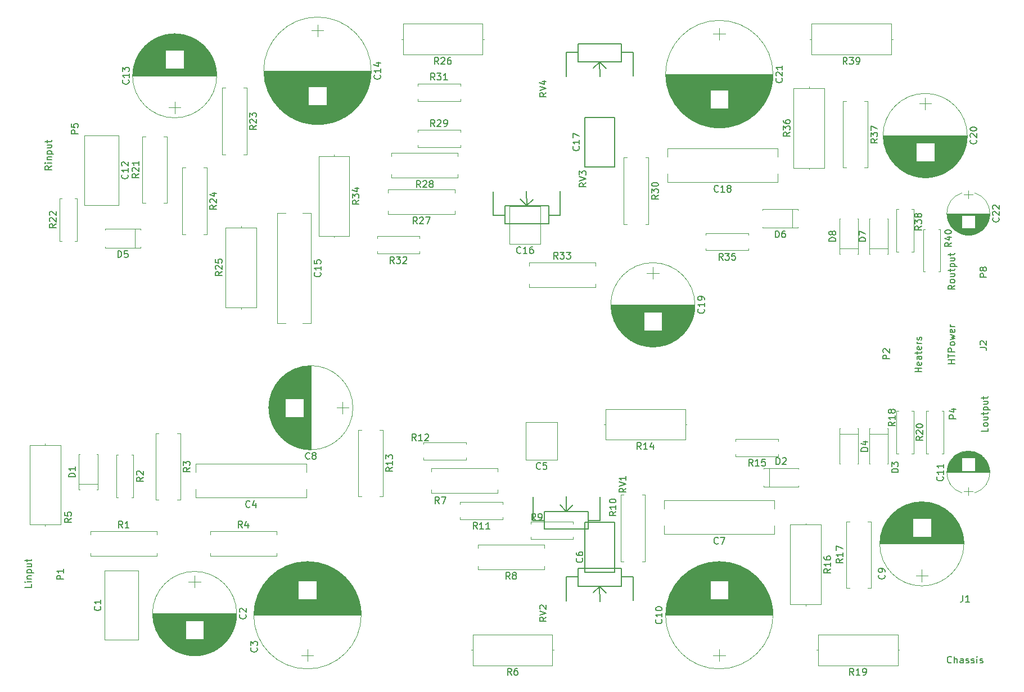
<source format=gbr>
G04 #@! TF.GenerationSoftware,KiCad,Pcbnew,(5.1.5-0-10_14)*
G04 #@! TF.CreationDate,2020-04-26T22:00:10+01:00*
G04 #@! TF.ProjectId,Preamp-Trial,50726561-6d70-42d5-9472-69616c2e6b69,rev?*
G04 #@! TF.SameCoordinates,Original*
G04 #@! TF.FileFunction,Legend,Top*
G04 #@! TF.FilePolarity,Positive*
%FSLAX46Y46*%
G04 Gerber Fmt 4.6, Leading zero omitted, Abs format (unit mm)*
G04 Created by KiCad (PCBNEW (5.1.5-0-10_14)) date 2020-04-26 22:00:10*
%MOMM*%
%LPD*%
G04 APERTURE LIST*
%ADD10C,0.120000*%
%ADD11C,0.150000*%
G04 APERTURE END LIST*
D10*
X233479357Y-68338440D02*
G75*
G03X233480000Y-62161764I-979357J3088440D01*
G01*
X231520643Y-68338440D02*
G75*
G02X231520000Y-62161764I979357J3088440D01*
G01*
X231520643Y-68338440D02*
G75*
G03X233480000Y-68338236I979357J3088440D01*
G01*
X235700000Y-65250000D02*
X229300000Y-65250000D01*
X235700000Y-65290000D02*
X229300000Y-65290000D01*
X235700000Y-65330000D02*
X229300000Y-65330000D01*
X235698000Y-65370000D02*
X229302000Y-65370000D01*
X235697000Y-65410000D02*
X229303000Y-65410000D01*
X235694000Y-65450000D02*
X229306000Y-65450000D01*
X235692000Y-65490000D02*
X229308000Y-65490000D01*
X235688000Y-65530000D02*
X233480000Y-65530000D01*
X231520000Y-65530000D02*
X229312000Y-65530000D01*
X235685000Y-65570000D02*
X233480000Y-65570000D01*
X231520000Y-65570000D02*
X229315000Y-65570000D01*
X235680000Y-65610000D02*
X233480000Y-65610000D01*
X231520000Y-65610000D02*
X229320000Y-65610000D01*
X235676000Y-65650000D02*
X233480000Y-65650000D01*
X231520000Y-65650000D02*
X229324000Y-65650000D01*
X235670000Y-65690000D02*
X233480000Y-65690000D01*
X231520000Y-65690000D02*
X229330000Y-65690000D01*
X235665000Y-65730000D02*
X233480000Y-65730000D01*
X231520000Y-65730000D02*
X229335000Y-65730000D01*
X235658000Y-65770000D02*
X233480000Y-65770000D01*
X231520000Y-65770000D02*
X229342000Y-65770000D01*
X235652000Y-65810000D02*
X233480000Y-65810000D01*
X231520000Y-65810000D02*
X229348000Y-65810000D01*
X235644000Y-65850000D02*
X233480000Y-65850000D01*
X231520000Y-65850000D02*
X229356000Y-65850000D01*
X235637000Y-65890000D02*
X233480000Y-65890000D01*
X231520000Y-65890000D02*
X229363000Y-65890000D01*
X235628000Y-65930000D02*
X233480000Y-65930000D01*
X231520000Y-65930000D02*
X229372000Y-65930000D01*
X235619000Y-65971000D02*
X233480000Y-65971000D01*
X231520000Y-65971000D02*
X229381000Y-65971000D01*
X235610000Y-66011000D02*
X233480000Y-66011000D01*
X231520000Y-66011000D02*
X229390000Y-66011000D01*
X235600000Y-66051000D02*
X233480000Y-66051000D01*
X231520000Y-66051000D02*
X229400000Y-66051000D01*
X235590000Y-66091000D02*
X233480000Y-66091000D01*
X231520000Y-66091000D02*
X229410000Y-66091000D01*
X235579000Y-66131000D02*
X233480000Y-66131000D01*
X231520000Y-66131000D02*
X229421000Y-66131000D01*
X235567000Y-66171000D02*
X233480000Y-66171000D01*
X231520000Y-66171000D02*
X229433000Y-66171000D01*
X235555000Y-66211000D02*
X233480000Y-66211000D01*
X231520000Y-66211000D02*
X229445000Y-66211000D01*
X235542000Y-66251000D02*
X233480000Y-66251000D01*
X231520000Y-66251000D02*
X229458000Y-66251000D01*
X235529000Y-66291000D02*
X233480000Y-66291000D01*
X231520000Y-66291000D02*
X229471000Y-66291000D01*
X235515000Y-66331000D02*
X233480000Y-66331000D01*
X231520000Y-66331000D02*
X229485000Y-66331000D01*
X235501000Y-66371000D02*
X233480000Y-66371000D01*
X231520000Y-66371000D02*
X229499000Y-66371000D01*
X235486000Y-66411000D02*
X233480000Y-66411000D01*
X231520000Y-66411000D02*
X229514000Y-66411000D01*
X235470000Y-66451000D02*
X233480000Y-66451000D01*
X231520000Y-66451000D02*
X229530000Y-66451000D01*
X235454000Y-66491000D02*
X233480000Y-66491000D01*
X231520000Y-66491000D02*
X229546000Y-66491000D01*
X235437000Y-66531000D02*
X233480000Y-66531000D01*
X231520000Y-66531000D02*
X229563000Y-66531000D01*
X235419000Y-66571000D02*
X233480000Y-66571000D01*
X231520000Y-66571000D02*
X229581000Y-66571000D01*
X235401000Y-66611000D02*
X233480000Y-66611000D01*
X231520000Y-66611000D02*
X229599000Y-66611000D01*
X235382000Y-66651000D02*
X233480000Y-66651000D01*
X231520000Y-66651000D02*
X229618000Y-66651000D01*
X235363000Y-66691000D02*
X233480000Y-66691000D01*
X231520000Y-66691000D02*
X229637000Y-66691000D01*
X235343000Y-66731000D02*
X233480000Y-66731000D01*
X231520000Y-66731000D02*
X229657000Y-66731000D01*
X235322000Y-66771000D02*
X233480000Y-66771000D01*
X231520000Y-66771000D02*
X229678000Y-66771000D01*
X235300000Y-66811000D02*
X233480000Y-66811000D01*
X231520000Y-66811000D02*
X229700000Y-66811000D01*
X235278000Y-66851000D02*
X233480000Y-66851000D01*
X231520000Y-66851000D02*
X229722000Y-66851000D01*
X235255000Y-66891000D02*
X233480000Y-66891000D01*
X231520000Y-66891000D02*
X229745000Y-66891000D01*
X235231000Y-66931000D02*
X233480000Y-66931000D01*
X231520000Y-66931000D02*
X229769000Y-66931000D01*
X235206000Y-66971000D02*
X233480000Y-66971000D01*
X231520000Y-66971000D02*
X229794000Y-66971000D01*
X235181000Y-67011000D02*
X233480000Y-67011000D01*
X231520000Y-67011000D02*
X229819000Y-67011000D01*
X235154000Y-67051000D02*
X233480000Y-67051000D01*
X231520000Y-67051000D02*
X229846000Y-67051000D01*
X235127000Y-67091000D02*
X233480000Y-67091000D01*
X231520000Y-67091000D02*
X229873000Y-67091000D01*
X235099000Y-67131000D02*
X233480000Y-67131000D01*
X231520000Y-67131000D02*
X229901000Y-67131000D01*
X235070000Y-67171000D02*
X233480000Y-67171000D01*
X231520000Y-67171000D02*
X229930000Y-67171000D01*
X235040000Y-67211000D02*
X233480000Y-67211000D01*
X231520000Y-67211000D02*
X229960000Y-67211000D01*
X235010000Y-67251000D02*
X233480000Y-67251000D01*
X231520000Y-67251000D02*
X229990000Y-67251000D01*
X234978000Y-67291000D02*
X233480000Y-67291000D01*
X231520000Y-67291000D02*
X230022000Y-67291000D01*
X234945000Y-67331000D02*
X233480000Y-67331000D01*
X231520000Y-67331000D02*
X230055000Y-67331000D01*
X234911000Y-67371000D02*
X233480000Y-67371000D01*
X231520000Y-67371000D02*
X230089000Y-67371000D01*
X234875000Y-67411000D02*
X233480000Y-67411000D01*
X231520000Y-67411000D02*
X230125000Y-67411000D01*
X234839000Y-67451000D02*
X233480000Y-67451000D01*
X231520000Y-67451000D02*
X230161000Y-67451000D01*
X234801000Y-67491000D02*
X230199000Y-67491000D01*
X234762000Y-67531000D02*
X230238000Y-67531000D01*
X234722000Y-67571000D02*
X230278000Y-67571000D01*
X234680000Y-67611000D02*
X230320000Y-67611000D01*
X234637000Y-67651000D02*
X230363000Y-67651000D01*
X234592000Y-67691000D02*
X230408000Y-67691000D01*
X234545000Y-67731000D02*
X230455000Y-67731000D01*
X234497000Y-67771000D02*
X230503000Y-67771000D01*
X234446000Y-67811000D02*
X230554000Y-67811000D01*
X234394000Y-67851000D02*
X230606000Y-67851000D01*
X234339000Y-67891000D02*
X230661000Y-67891000D01*
X234281000Y-67931000D02*
X230719000Y-67931000D01*
X234221000Y-67971000D02*
X230779000Y-67971000D01*
X234158000Y-68011000D02*
X230842000Y-68011000D01*
X234091000Y-68051000D02*
X230909000Y-68051000D01*
X234020000Y-68091000D02*
X230980000Y-68091000D01*
X233945000Y-68131000D02*
X231055000Y-68131000D01*
X233864000Y-68171000D02*
X231136000Y-68171000D01*
X233778000Y-68211000D02*
X231222000Y-68211000D01*
X233684000Y-68251000D02*
X231316000Y-68251000D01*
X233581000Y-68291000D02*
X231419000Y-68291000D01*
X233466000Y-68331000D02*
X231534000Y-68331000D01*
X233334000Y-68371000D02*
X231666000Y-68371000D01*
X233176000Y-68411000D02*
X231824000Y-68411000D01*
X232968000Y-68451000D02*
X232032000Y-68451000D01*
X232500000Y-61800000D02*
X232500000Y-63000000D01*
X233150000Y-62400000D02*
X231850000Y-62400000D01*
X104560000Y-53540000D02*
X104560000Y-63960000D01*
X99440000Y-53540000D02*
X99440000Y-63960000D01*
X104560000Y-53540000D02*
X99440000Y-53540000D01*
X104560000Y-63960000D02*
X99440000Y-63960000D01*
D11*
X179250000Y-111750000D02*
X179250000Y-119250000D01*
X179250000Y-119250000D02*
X174750000Y-119250000D01*
X174750000Y-119250000D02*
X174750000Y-111750000D01*
X174750000Y-111750000D02*
X179250000Y-111750000D01*
X174750000Y-58250000D02*
X174750000Y-50750000D01*
X174750000Y-50750000D02*
X179250000Y-50750000D01*
X179250000Y-50750000D02*
X179250000Y-58250000D01*
X179250000Y-58250000D02*
X174750000Y-58250000D01*
D10*
X203810000Y-60560000D02*
X187190000Y-60560000D01*
X203810000Y-55440000D02*
X187190000Y-55440000D01*
X203810000Y-60560000D02*
X203810000Y-59296000D01*
X203810000Y-56704000D02*
X203810000Y-55440000D01*
X187190000Y-60560000D02*
X187190000Y-59296000D01*
X187190000Y-56704000D02*
X187190000Y-55440000D01*
X133560000Y-65190000D02*
X133560000Y-81810000D01*
X128440000Y-65190000D02*
X128440000Y-81810000D01*
X133560000Y-65190000D02*
X132296000Y-65190000D01*
X129704000Y-65190000D02*
X128440000Y-65190000D01*
X133560000Y-81810000D02*
X132296000Y-81810000D01*
X129704000Y-81810000D02*
X128440000Y-81810000D01*
X203310000Y-113560000D02*
X186690000Y-113560000D01*
X203310000Y-108440000D02*
X186690000Y-108440000D01*
X203310000Y-113560000D02*
X203310000Y-112296000D01*
X203310000Y-109704000D02*
X203310000Y-108440000D01*
X186690000Y-113560000D02*
X186690000Y-112296000D01*
X186690000Y-109704000D02*
X186690000Y-108440000D01*
X132810000Y-108060000D02*
X116190000Y-108060000D01*
X132810000Y-102940000D02*
X116190000Y-102940000D01*
X132810000Y-108060000D02*
X132810000Y-106796000D01*
X132810000Y-104204000D02*
X132810000Y-102940000D01*
X116190000Y-108060000D02*
X116190000Y-106796000D01*
X116190000Y-104204000D02*
X116190000Y-102940000D01*
X231520643Y-101161560D02*
G75*
G03X231520000Y-107338236I979357J-3088440D01*
G01*
X233479357Y-101161560D02*
G75*
G02X233480000Y-107338236I-979357J-3088440D01*
G01*
X233479357Y-101161560D02*
G75*
G03X231520000Y-101161764I-979357J-3088440D01*
G01*
X229300000Y-104250000D02*
X235700000Y-104250000D01*
X229300000Y-104210000D02*
X235700000Y-104210000D01*
X229300000Y-104170000D02*
X235700000Y-104170000D01*
X229302000Y-104130000D02*
X235698000Y-104130000D01*
X229303000Y-104090000D02*
X235697000Y-104090000D01*
X229306000Y-104050000D02*
X235694000Y-104050000D01*
X229308000Y-104010000D02*
X235692000Y-104010000D01*
X229312000Y-103970000D02*
X231520000Y-103970000D01*
X233480000Y-103970000D02*
X235688000Y-103970000D01*
X229315000Y-103930000D02*
X231520000Y-103930000D01*
X233480000Y-103930000D02*
X235685000Y-103930000D01*
X229320000Y-103890000D02*
X231520000Y-103890000D01*
X233480000Y-103890000D02*
X235680000Y-103890000D01*
X229324000Y-103850000D02*
X231520000Y-103850000D01*
X233480000Y-103850000D02*
X235676000Y-103850000D01*
X229330000Y-103810000D02*
X231520000Y-103810000D01*
X233480000Y-103810000D02*
X235670000Y-103810000D01*
X229335000Y-103770000D02*
X231520000Y-103770000D01*
X233480000Y-103770000D02*
X235665000Y-103770000D01*
X229342000Y-103730000D02*
X231520000Y-103730000D01*
X233480000Y-103730000D02*
X235658000Y-103730000D01*
X229348000Y-103690000D02*
X231520000Y-103690000D01*
X233480000Y-103690000D02*
X235652000Y-103690000D01*
X229356000Y-103650000D02*
X231520000Y-103650000D01*
X233480000Y-103650000D02*
X235644000Y-103650000D01*
X229363000Y-103610000D02*
X231520000Y-103610000D01*
X233480000Y-103610000D02*
X235637000Y-103610000D01*
X229372000Y-103570000D02*
X231520000Y-103570000D01*
X233480000Y-103570000D02*
X235628000Y-103570000D01*
X229381000Y-103529000D02*
X231520000Y-103529000D01*
X233480000Y-103529000D02*
X235619000Y-103529000D01*
X229390000Y-103489000D02*
X231520000Y-103489000D01*
X233480000Y-103489000D02*
X235610000Y-103489000D01*
X229400000Y-103449000D02*
X231520000Y-103449000D01*
X233480000Y-103449000D02*
X235600000Y-103449000D01*
X229410000Y-103409000D02*
X231520000Y-103409000D01*
X233480000Y-103409000D02*
X235590000Y-103409000D01*
X229421000Y-103369000D02*
X231520000Y-103369000D01*
X233480000Y-103369000D02*
X235579000Y-103369000D01*
X229433000Y-103329000D02*
X231520000Y-103329000D01*
X233480000Y-103329000D02*
X235567000Y-103329000D01*
X229445000Y-103289000D02*
X231520000Y-103289000D01*
X233480000Y-103289000D02*
X235555000Y-103289000D01*
X229458000Y-103249000D02*
X231520000Y-103249000D01*
X233480000Y-103249000D02*
X235542000Y-103249000D01*
X229471000Y-103209000D02*
X231520000Y-103209000D01*
X233480000Y-103209000D02*
X235529000Y-103209000D01*
X229485000Y-103169000D02*
X231520000Y-103169000D01*
X233480000Y-103169000D02*
X235515000Y-103169000D01*
X229499000Y-103129000D02*
X231520000Y-103129000D01*
X233480000Y-103129000D02*
X235501000Y-103129000D01*
X229514000Y-103089000D02*
X231520000Y-103089000D01*
X233480000Y-103089000D02*
X235486000Y-103089000D01*
X229530000Y-103049000D02*
X231520000Y-103049000D01*
X233480000Y-103049000D02*
X235470000Y-103049000D01*
X229546000Y-103009000D02*
X231520000Y-103009000D01*
X233480000Y-103009000D02*
X235454000Y-103009000D01*
X229563000Y-102969000D02*
X231520000Y-102969000D01*
X233480000Y-102969000D02*
X235437000Y-102969000D01*
X229581000Y-102929000D02*
X231520000Y-102929000D01*
X233480000Y-102929000D02*
X235419000Y-102929000D01*
X229599000Y-102889000D02*
X231520000Y-102889000D01*
X233480000Y-102889000D02*
X235401000Y-102889000D01*
X229618000Y-102849000D02*
X231520000Y-102849000D01*
X233480000Y-102849000D02*
X235382000Y-102849000D01*
X229637000Y-102809000D02*
X231520000Y-102809000D01*
X233480000Y-102809000D02*
X235363000Y-102809000D01*
X229657000Y-102769000D02*
X231520000Y-102769000D01*
X233480000Y-102769000D02*
X235343000Y-102769000D01*
X229678000Y-102729000D02*
X231520000Y-102729000D01*
X233480000Y-102729000D02*
X235322000Y-102729000D01*
X229700000Y-102689000D02*
X231520000Y-102689000D01*
X233480000Y-102689000D02*
X235300000Y-102689000D01*
X229722000Y-102649000D02*
X231520000Y-102649000D01*
X233480000Y-102649000D02*
X235278000Y-102649000D01*
X229745000Y-102609000D02*
X231520000Y-102609000D01*
X233480000Y-102609000D02*
X235255000Y-102609000D01*
X229769000Y-102569000D02*
X231520000Y-102569000D01*
X233480000Y-102569000D02*
X235231000Y-102569000D01*
X229794000Y-102529000D02*
X231520000Y-102529000D01*
X233480000Y-102529000D02*
X235206000Y-102529000D01*
X229819000Y-102489000D02*
X231520000Y-102489000D01*
X233480000Y-102489000D02*
X235181000Y-102489000D01*
X229846000Y-102449000D02*
X231520000Y-102449000D01*
X233480000Y-102449000D02*
X235154000Y-102449000D01*
X229873000Y-102409000D02*
X231520000Y-102409000D01*
X233480000Y-102409000D02*
X235127000Y-102409000D01*
X229901000Y-102369000D02*
X231520000Y-102369000D01*
X233480000Y-102369000D02*
X235099000Y-102369000D01*
X229930000Y-102329000D02*
X231520000Y-102329000D01*
X233480000Y-102329000D02*
X235070000Y-102329000D01*
X229960000Y-102289000D02*
X231520000Y-102289000D01*
X233480000Y-102289000D02*
X235040000Y-102289000D01*
X229990000Y-102249000D02*
X231520000Y-102249000D01*
X233480000Y-102249000D02*
X235010000Y-102249000D01*
X230022000Y-102209000D02*
X231520000Y-102209000D01*
X233480000Y-102209000D02*
X234978000Y-102209000D01*
X230055000Y-102169000D02*
X231520000Y-102169000D01*
X233480000Y-102169000D02*
X234945000Y-102169000D01*
X230089000Y-102129000D02*
X231520000Y-102129000D01*
X233480000Y-102129000D02*
X234911000Y-102129000D01*
X230125000Y-102089000D02*
X231520000Y-102089000D01*
X233480000Y-102089000D02*
X234875000Y-102089000D01*
X230161000Y-102049000D02*
X231520000Y-102049000D01*
X233480000Y-102049000D02*
X234839000Y-102049000D01*
X230199000Y-102009000D02*
X234801000Y-102009000D01*
X230238000Y-101969000D02*
X234762000Y-101969000D01*
X230278000Y-101929000D02*
X234722000Y-101929000D01*
X230320000Y-101889000D02*
X234680000Y-101889000D01*
X230363000Y-101849000D02*
X234637000Y-101849000D01*
X230408000Y-101809000D02*
X234592000Y-101809000D01*
X230455000Y-101769000D02*
X234545000Y-101769000D01*
X230503000Y-101729000D02*
X234497000Y-101729000D01*
X230554000Y-101689000D02*
X234446000Y-101689000D01*
X230606000Y-101649000D02*
X234394000Y-101649000D01*
X230661000Y-101609000D02*
X234339000Y-101609000D01*
X230719000Y-101569000D02*
X234281000Y-101569000D01*
X230779000Y-101529000D02*
X234221000Y-101529000D01*
X230842000Y-101489000D02*
X234158000Y-101489000D01*
X230909000Y-101449000D02*
X234091000Y-101449000D01*
X230980000Y-101409000D02*
X234020000Y-101409000D01*
X231055000Y-101369000D02*
X233945000Y-101369000D01*
X231136000Y-101329000D02*
X233864000Y-101329000D01*
X231222000Y-101289000D02*
X233778000Y-101289000D01*
X231316000Y-101249000D02*
X233684000Y-101249000D01*
X231419000Y-101209000D02*
X233581000Y-101209000D01*
X231534000Y-101169000D02*
X233466000Y-101169000D01*
X231666000Y-101129000D02*
X233334000Y-101129000D01*
X231824000Y-101089000D02*
X233176000Y-101089000D01*
X232032000Y-101049000D02*
X232968000Y-101049000D01*
X232500000Y-107700000D02*
X232500000Y-106500000D01*
X231850000Y-107100000D02*
X233150000Y-107100000D01*
X213220000Y-71350000D02*
X213090000Y-71350000D01*
X213090000Y-71350000D02*
X213090000Y-66030000D01*
X213090000Y-66030000D02*
X213220000Y-66030000D01*
X215780000Y-71350000D02*
X215910000Y-71350000D01*
X215910000Y-71350000D02*
X215910000Y-66030000D01*
X215910000Y-66030000D02*
X215780000Y-66030000D01*
X213090000Y-70510000D02*
X215910000Y-70510000D01*
X217720000Y-71350000D02*
X217590000Y-71350000D01*
X217590000Y-71350000D02*
X217590000Y-66030000D01*
X217590000Y-66030000D02*
X217720000Y-66030000D01*
X220280000Y-71350000D02*
X220410000Y-71350000D01*
X220410000Y-71350000D02*
X220410000Y-66030000D01*
X220410000Y-66030000D02*
X220280000Y-66030000D01*
X217590000Y-70510000D02*
X220410000Y-70510000D01*
X206850000Y-67280000D02*
X206850000Y-67410000D01*
X206850000Y-67410000D02*
X201530000Y-67410000D01*
X201530000Y-67410000D02*
X201530000Y-67280000D01*
X206850000Y-64720000D02*
X206850000Y-64590000D01*
X206850000Y-64590000D02*
X201530000Y-64590000D01*
X201530000Y-64590000D02*
X201530000Y-64720000D01*
X206010000Y-67410000D02*
X206010000Y-64590000D01*
X107850000Y-70280000D02*
X107850000Y-70410000D01*
X107850000Y-70410000D02*
X102530000Y-70410000D01*
X102530000Y-70410000D02*
X102530000Y-70280000D01*
X107850000Y-67720000D02*
X107850000Y-67590000D01*
X107850000Y-67590000D02*
X102530000Y-67590000D01*
X102530000Y-67590000D02*
X102530000Y-67720000D01*
X107010000Y-70410000D02*
X107010000Y-67590000D01*
X215780000Y-97650000D02*
X215910000Y-97650000D01*
X215910000Y-97650000D02*
X215910000Y-102970000D01*
X215910000Y-102970000D02*
X215780000Y-102970000D01*
X213220000Y-97650000D02*
X213090000Y-97650000D01*
X213090000Y-97650000D02*
X213090000Y-102970000D01*
X213090000Y-102970000D02*
X213220000Y-102970000D01*
X215910000Y-98490000D02*
X213090000Y-98490000D01*
X220280000Y-97650000D02*
X220410000Y-97650000D01*
X220410000Y-97650000D02*
X220410000Y-102970000D01*
X220410000Y-102970000D02*
X220280000Y-102970000D01*
X217720000Y-97650000D02*
X217590000Y-97650000D01*
X217590000Y-97650000D02*
X217590000Y-102970000D01*
X217590000Y-102970000D02*
X217720000Y-102970000D01*
X220410000Y-98490000D02*
X217590000Y-98490000D01*
X201650000Y-103720000D02*
X201650000Y-103590000D01*
X201650000Y-103590000D02*
X206970000Y-103590000D01*
X206970000Y-103590000D02*
X206970000Y-103720000D01*
X201650000Y-106280000D02*
X201650000Y-106410000D01*
X201650000Y-106410000D02*
X206970000Y-106410000D01*
X206970000Y-106410000D02*
X206970000Y-106280000D01*
X202490000Y-103590000D02*
X202490000Y-106410000D01*
X98720000Y-106850000D02*
X98590000Y-106850000D01*
X98590000Y-106850000D02*
X98590000Y-101530000D01*
X98590000Y-101530000D02*
X98720000Y-101530000D01*
X101280000Y-106850000D02*
X101410000Y-106850000D01*
X101410000Y-106850000D02*
X101410000Y-101530000D01*
X101410000Y-101530000D02*
X101280000Y-101530000D01*
X98590000Y-106010000D02*
X101410000Y-106010000D01*
X227980000Y-67600000D02*
X228310000Y-67600000D01*
X228310000Y-67600000D02*
X228310000Y-74020000D01*
X228310000Y-74020000D02*
X227980000Y-74020000D01*
X226020000Y-67600000D02*
X225690000Y-67600000D01*
X225690000Y-67600000D02*
X225690000Y-74020000D01*
X225690000Y-74020000D02*
X226020000Y-74020000D01*
X223980000Y-64600000D02*
X224310000Y-64600000D01*
X224310000Y-64600000D02*
X224310000Y-71020000D01*
X224310000Y-71020000D02*
X223980000Y-71020000D01*
X222020000Y-64600000D02*
X221690000Y-64600000D01*
X221690000Y-64600000D02*
X221690000Y-71020000D01*
X221690000Y-71020000D02*
X222020000Y-71020000D01*
X216880000Y-48340000D02*
X217360000Y-48340000D01*
X217360000Y-48340000D02*
X217360000Y-58360000D01*
X217360000Y-58360000D02*
X216880000Y-58360000D01*
X214120000Y-48340000D02*
X213640000Y-48340000D01*
X213640000Y-48340000D02*
X213640000Y-58360000D01*
X213640000Y-58360000D02*
X214120000Y-58360000D01*
X199400000Y-70480000D02*
X199400000Y-70810000D01*
X199400000Y-70810000D02*
X192980000Y-70810000D01*
X192980000Y-70810000D02*
X192980000Y-70480000D01*
X199400000Y-68520000D02*
X199400000Y-68190000D01*
X199400000Y-68190000D02*
X192980000Y-68190000D01*
X192980000Y-68190000D02*
X192980000Y-68520000D01*
X166340000Y-73120000D02*
X166340000Y-72640000D01*
X166340000Y-72640000D02*
X176360000Y-72640000D01*
X176360000Y-72640000D02*
X176360000Y-73120000D01*
X166340000Y-75880000D02*
X166340000Y-76360000D01*
X166340000Y-76360000D02*
X176360000Y-76360000D01*
X176360000Y-76360000D02*
X176360000Y-75880000D01*
X149900000Y-70980000D02*
X149900000Y-71310000D01*
X149900000Y-71310000D02*
X143480000Y-71310000D01*
X143480000Y-71310000D02*
X143480000Y-70980000D01*
X149900000Y-69020000D02*
X149900000Y-68690000D01*
X149900000Y-68690000D02*
X143480000Y-68690000D01*
X143480000Y-68690000D02*
X143480000Y-69020000D01*
X149600000Y-46020000D02*
X149600000Y-45690000D01*
X149600000Y-45690000D02*
X156020000Y-45690000D01*
X156020000Y-45690000D02*
X156020000Y-46020000D01*
X149600000Y-47980000D02*
X149600000Y-48310000D01*
X149600000Y-48310000D02*
X156020000Y-48310000D01*
X156020000Y-48310000D02*
X156020000Y-47980000D01*
X183880000Y-56840000D02*
X184360000Y-56840000D01*
X184360000Y-56840000D02*
X184360000Y-66860000D01*
X184360000Y-66860000D02*
X183880000Y-66860000D01*
X181120000Y-56840000D02*
X180640000Y-56840000D01*
X180640000Y-56840000D02*
X180640000Y-66860000D01*
X180640000Y-66860000D02*
X181120000Y-66860000D01*
X149600000Y-53020000D02*
X149600000Y-52690000D01*
X149600000Y-52690000D02*
X156020000Y-52690000D01*
X156020000Y-52690000D02*
X156020000Y-53020000D01*
X149600000Y-54980000D02*
X149600000Y-55310000D01*
X149600000Y-55310000D02*
X156020000Y-55310000D01*
X156020000Y-55310000D02*
X156020000Y-54980000D01*
X155660000Y-59380000D02*
X155660000Y-59860000D01*
X155660000Y-59860000D02*
X145640000Y-59860000D01*
X145640000Y-59860000D02*
X145640000Y-59380000D01*
X155660000Y-56620000D02*
X155660000Y-56140000D01*
X155660000Y-56140000D02*
X145640000Y-56140000D01*
X145640000Y-56140000D02*
X145640000Y-56620000D01*
X155160000Y-64880000D02*
X155160000Y-65360000D01*
X155160000Y-65360000D02*
X145140000Y-65360000D01*
X145140000Y-65360000D02*
X145140000Y-64880000D01*
X155160000Y-62120000D02*
X155160000Y-61640000D01*
X155160000Y-61640000D02*
X145140000Y-61640000D01*
X145140000Y-61640000D02*
X145140000Y-62120000D01*
X117380000Y-58340000D02*
X117860000Y-58340000D01*
X117860000Y-58340000D02*
X117860000Y-68360000D01*
X117860000Y-68360000D02*
X117380000Y-68360000D01*
X114620000Y-58340000D02*
X114140000Y-58340000D01*
X114140000Y-58340000D02*
X114140000Y-68360000D01*
X114140000Y-68360000D02*
X114620000Y-68360000D01*
X123380000Y-46340000D02*
X123860000Y-46340000D01*
X123860000Y-46340000D02*
X123860000Y-56360000D01*
X123860000Y-56360000D02*
X123380000Y-56360000D01*
X120620000Y-46340000D02*
X120140000Y-46340000D01*
X120140000Y-46340000D02*
X120140000Y-56360000D01*
X120140000Y-56360000D02*
X120620000Y-56360000D01*
X96020000Y-69400000D02*
X95690000Y-69400000D01*
X95690000Y-69400000D02*
X95690000Y-62980000D01*
X95690000Y-62980000D02*
X96020000Y-62980000D01*
X97980000Y-69400000D02*
X98310000Y-69400000D01*
X98310000Y-69400000D02*
X98310000Y-62980000D01*
X98310000Y-62980000D02*
X97980000Y-62980000D01*
X108620000Y-63660000D02*
X108140000Y-63660000D01*
X108140000Y-63660000D02*
X108140000Y-53640000D01*
X108140000Y-53640000D02*
X108620000Y-53640000D01*
X111380000Y-63660000D02*
X111860000Y-63660000D01*
X111860000Y-63660000D02*
X111860000Y-53640000D01*
X111860000Y-53640000D02*
X111380000Y-53640000D01*
X226520000Y-101400000D02*
X226190000Y-101400000D01*
X226190000Y-101400000D02*
X226190000Y-94980000D01*
X226190000Y-94980000D02*
X226520000Y-94980000D01*
X228480000Y-101400000D02*
X228810000Y-101400000D01*
X228810000Y-101400000D02*
X228810000Y-94980000D01*
X228810000Y-94980000D02*
X228480000Y-94980000D01*
X222020000Y-101400000D02*
X221690000Y-101400000D01*
X221690000Y-101400000D02*
X221690000Y-94980000D01*
X221690000Y-94980000D02*
X222020000Y-94980000D01*
X223980000Y-101400000D02*
X224310000Y-101400000D01*
X224310000Y-101400000D02*
X224310000Y-94980000D01*
X224310000Y-94980000D02*
X223980000Y-94980000D01*
X214620000Y-121660000D02*
X214140000Y-121660000D01*
X214140000Y-121660000D02*
X214140000Y-111640000D01*
X214140000Y-111640000D02*
X214620000Y-111640000D01*
X217380000Y-121660000D02*
X217860000Y-121660000D01*
X217860000Y-121660000D02*
X217860000Y-111640000D01*
X217860000Y-111640000D02*
X217380000Y-111640000D01*
X203900000Y-101480000D02*
X203900000Y-101810000D01*
X203900000Y-101810000D02*
X197480000Y-101810000D01*
X197480000Y-101810000D02*
X197480000Y-101480000D01*
X203900000Y-99520000D02*
X203900000Y-99190000D01*
X203900000Y-99190000D02*
X197480000Y-99190000D01*
X197480000Y-99190000D02*
X197480000Y-99520000D01*
X143880000Y-97840000D02*
X144360000Y-97840000D01*
X144360000Y-97840000D02*
X144360000Y-107860000D01*
X144360000Y-107860000D02*
X143880000Y-107860000D01*
X141120000Y-97840000D02*
X140640000Y-97840000D01*
X140640000Y-97840000D02*
X140640000Y-107860000D01*
X140640000Y-107860000D02*
X141120000Y-107860000D01*
X156900000Y-101980000D02*
X156900000Y-102310000D01*
X156900000Y-102310000D02*
X150480000Y-102310000D01*
X150480000Y-102310000D02*
X150480000Y-101980000D01*
X156900000Y-100020000D02*
X156900000Y-99690000D01*
X156900000Y-99690000D02*
X150480000Y-99690000D01*
X150480000Y-99690000D02*
X150480000Y-100020000D01*
X162400000Y-110980000D02*
X162400000Y-111310000D01*
X162400000Y-111310000D02*
X155980000Y-111310000D01*
X155980000Y-111310000D02*
X155980000Y-110980000D01*
X162400000Y-109020000D02*
X162400000Y-108690000D01*
X162400000Y-108690000D02*
X155980000Y-108690000D01*
X155980000Y-108690000D02*
X155980000Y-109020000D01*
X180620000Y-117660000D02*
X180140000Y-117660000D01*
X180140000Y-117660000D02*
X180140000Y-107640000D01*
X180140000Y-107640000D02*
X180620000Y-107640000D01*
X183380000Y-117660000D02*
X183860000Y-117660000D01*
X183860000Y-117660000D02*
X183860000Y-107640000D01*
X183860000Y-107640000D02*
X183380000Y-107640000D01*
X166600000Y-112020000D02*
X166600000Y-111690000D01*
X166600000Y-111690000D02*
X173020000Y-111690000D01*
X173020000Y-111690000D02*
X173020000Y-112020000D01*
X166600000Y-113980000D02*
X166600000Y-114310000D01*
X166600000Y-114310000D02*
X173020000Y-114310000D01*
X173020000Y-114310000D02*
X173020000Y-113980000D01*
X168660000Y-118380000D02*
X168660000Y-118860000D01*
X168660000Y-118860000D02*
X158640000Y-118860000D01*
X158640000Y-118860000D02*
X158640000Y-118380000D01*
X168660000Y-115620000D02*
X168660000Y-115140000D01*
X168660000Y-115140000D02*
X158640000Y-115140000D01*
X158640000Y-115140000D02*
X158640000Y-115620000D01*
X161660000Y-106880000D02*
X161660000Y-107360000D01*
X161660000Y-107360000D02*
X151640000Y-107360000D01*
X151640000Y-107360000D02*
X151640000Y-106880000D01*
X161660000Y-104120000D02*
X161660000Y-103640000D01*
X161660000Y-103640000D02*
X151640000Y-103640000D01*
X151640000Y-103640000D02*
X151640000Y-104120000D01*
X118340000Y-113620000D02*
X118340000Y-113140000D01*
X118340000Y-113140000D02*
X128360000Y-113140000D01*
X128360000Y-113140000D02*
X128360000Y-113620000D01*
X118340000Y-116380000D02*
X118340000Y-116860000D01*
X118340000Y-116860000D02*
X128360000Y-116860000D01*
X128360000Y-116860000D02*
X128360000Y-116380000D01*
X113380000Y-98340000D02*
X113860000Y-98340000D01*
X113860000Y-98340000D02*
X113860000Y-108360000D01*
X113860000Y-108360000D02*
X113380000Y-108360000D01*
X110620000Y-98340000D02*
X110140000Y-98340000D01*
X110140000Y-98340000D02*
X110140000Y-108360000D01*
X110140000Y-108360000D02*
X110620000Y-108360000D01*
X106480000Y-101600000D02*
X106810000Y-101600000D01*
X106810000Y-101600000D02*
X106810000Y-108020000D01*
X106810000Y-108020000D02*
X106480000Y-108020000D01*
X104520000Y-101600000D02*
X104190000Y-101600000D01*
X104190000Y-101600000D02*
X104190000Y-108020000D01*
X104190000Y-108020000D02*
X104520000Y-108020000D01*
X100340000Y-113620000D02*
X100340000Y-113140000D01*
X100340000Y-113140000D02*
X110360000Y-113140000D01*
X110360000Y-113140000D02*
X110360000Y-113620000D01*
X100340000Y-116380000D02*
X100340000Y-116860000D01*
X100340000Y-116860000D02*
X110360000Y-116860000D01*
X110360000Y-116860000D02*
X110360000Y-116380000D01*
X220890000Y-41310000D02*
X220890000Y-36690000D01*
X220890000Y-36690000D02*
X208870000Y-36690000D01*
X208870000Y-36690000D02*
X208870000Y-41310000D01*
X208870000Y-41310000D02*
X220890000Y-41310000D01*
X221120000Y-39000000D02*
X220890000Y-39000000D01*
X208640000Y-39000000D02*
X208870000Y-39000000D01*
X206190000Y-58390000D02*
X210810000Y-58390000D01*
X210810000Y-58390000D02*
X210810000Y-46370000D01*
X210810000Y-46370000D02*
X206190000Y-46370000D01*
X206190000Y-46370000D02*
X206190000Y-58390000D01*
X208500000Y-58620000D02*
X208500000Y-58390000D01*
X208500000Y-46140000D02*
X208500000Y-46370000D01*
X139310000Y-56610000D02*
X134690000Y-56610000D01*
X134690000Y-56610000D02*
X134690000Y-68630000D01*
X134690000Y-68630000D02*
X139310000Y-68630000D01*
X139310000Y-68630000D02*
X139310000Y-56610000D01*
X137000000Y-56380000D02*
X137000000Y-56610000D01*
X137000000Y-68860000D02*
X137000000Y-68630000D01*
X159390000Y-41310000D02*
X159390000Y-36690000D01*
X159390000Y-36690000D02*
X147370000Y-36690000D01*
X147370000Y-36690000D02*
X147370000Y-41310000D01*
X147370000Y-41310000D02*
X159390000Y-41310000D01*
X159620000Y-39000000D02*
X159390000Y-39000000D01*
X147140000Y-39000000D02*
X147370000Y-39000000D01*
X120690000Y-79390000D02*
X125310000Y-79390000D01*
X125310000Y-79390000D02*
X125310000Y-67370000D01*
X125310000Y-67370000D02*
X120690000Y-67370000D01*
X120690000Y-67370000D02*
X120690000Y-79390000D01*
X123000000Y-79620000D02*
X123000000Y-79390000D01*
X123000000Y-67140000D02*
X123000000Y-67370000D01*
X221890000Y-133310000D02*
X221890000Y-128690000D01*
X221890000Y-128690000D02*
X209870000Y-128690000D01*
X209870000Y-128690000D02*
X209870000Y-133310000D01*
X209870000Y-133310000D02*
X221890000Y-133310000D01*
X222120000Y-131000000D02*
X221890000Y-131000000D01*
X209640000Y-131000000D02*
X209870000Y-131000000D01*
X210310000Y-112110000D02*
X205690000Y-112110000D01*
X205690000Y-112110000D02*
X205690000Y-124130000D01*
X205690000Y-124130000D02*
X210310000Y-124130000D01*
X210310000Y-124130000D02*
X210310000Y-112110000D01*
X208000000Y-111880000D02*
X208000000Y-112110000D01*
X208000000Y-124360000D02*
X208000000Y-124130000D01*
X189890000Y-99310000D02*
X189890000Y-94690000D01*
X189890000Y-94690000D02*
X177870000Y-94690000D01*
X177870000Y-94690000D02*
X177870000Y-99310000D01*
X177870000Y-99310000D02*
X189890000Y-99310000D01*
X190120000Y-97000000D02*
X189890000Y-97000000D01*
X177640000Y-97000000D02*
X177870000Y-97000000D01*
X169890000Y-133310000D02*
X169890000Y-128690000D01*
X169890000Y-128690000D02*
X157870000Y-128690000D01*
X157870000Y-128690000D02*
X157870000Y-133310000D01*
X157870000Y-133310000D02*
X169890000Y-133310000D01*
X170120000Y-131000000D02*
X169890000Y-131000000D01*
X157640000Y-131000000D02*
X157870000Y-131000000D01*
X95810000Y-100110000D02*
X91190000Y-100110000D01*
X91190000Y-100110000D02*
X91190000Y-112130000D01*
X91190000Y-112130000D02*
X95810000Y-112130000D01*
X95810000Y-112130000D02*
X95810000Y-100110000D01*
X93500000Y-99880000D02*
X93500000Y-100110000D01*
X93500000Y-112360000D02*
X93500000Y-112130000D01*
X203090000Y-44250000D02*
G75*
G03X203090000Y-44250000I-8090000J0D01*
G01*
X203051000Y-44250000D02*
X186949000Y-44250000D01*
X203050000Y-44290000D02*
X186950000Y-44290000D01*
X203050000Y-44330000D02*
X186950000Y-44330000D01*
X203050000Y-44370000D02*
X186950000Y-44370000D01*
X203049000Y-44410000D02*
X186951000Y-44410000D01*
X203048000Y-44450000D02*
X186952000Y-44450000D01*
X203047000Y-44490000D02*
X186953000Y-44490000D01*
X203046000Y-44530000D02*
X186954000Y-44530000D01*
X203044000Y-44570000D02*
X186956000Y-44570000D01*
X203042000Y-44610000D02*
X186958000Y-44610000D01*
X203041000Y-44650000D02*
X186959000Y-44650000D01*
X203039000Y-44690000D02*
X186961000Y-44690000D01*
X203036000Y-44730000D02*
X186964000Y-44730000D01*
X203034000Y-44770000D02*
X186966000Y-44770000D01*
X203031000Y-44810000D02*
X186969000Y-44810000D01*
X203028000Y-44850000D02*
X186972000Y-44850000D01*
X203025000Y-44890000D02*
X186975000Y-44890000D01*
X203022000Y-44930000D02*
X186978000Y-44930000D01*
X203018000Y-44971000D02*
X186982000Y-44971000D01*
X203015000Y-45011000D02*
X186985000Y-45011000D01*
X203011000Y-45051000D02*
X186989000Y-45051000D01*
X203007000Y-45091000D02*
X186993000Y-45091000D01*
X203002000Y-45131000D02*
X186998000Y-45131000D01*
X202998000Y-45171000D02*
X187002000Y-45171000D01*
X202993000Y-45211000D02*
X187007000Y-45211000D01*
X202988000Y-45251000D02*
X187012000Y-45251000D01*
X202983000Y-45291000D02*
X187017000Y-45291000D01*
X202978000Y-45331000D02*
X187022000Y-45331000D01*
X202973000Y-45371000D02*
X187027000Y-45371000D01*
X202967000Y-45411000D02*
X187033000Y-45411000D01*
X202961000Y-45451000D02*
X187039000Y-45451000D01*
X202955000Y-45491000D02*
X187045000Y-45491000D01*
X202949000Y-45531000D02*
X187051000Y-45531000D01*
X202942000Y-45571000D02*
X187058000Y-45571000D01*
X202935000Y-45611000D02*
X187065000Y-45611000D01*
X202928000Y-45651000D02*
X187072000Y-45651000D01*
X202921000Y-45691000D02*
X187079000Y-45691000D01*
X202914000Y-45731000D02*
X187086000Y-45731000D01*
X202906000Y-45771000D02*
X187094000Y-45771000D01*
X202899000Y-45811000D02*
X187101000Y-45811000D01*
X202891000Y-45851000D02*
X187109000Y-45851000D01*
X202883000Y-45891000D02*
X187117000Y-45891000D01*
X202874000Y-45931000D02*
X187126000Y-45931000D01*
X202866000Y-45971000D02*
X187134000Y-45971000D01*
X202857000Y-46011000D02*
X187143000Y-46011000D01*
X202848000Y-46051000D02*
X187152000Y-46051000D01*
X202838000Y-46091000D02*
X187162000Y-46091000D01*
X202829000Y-46131000D02*
X187171000Y-46131000D01*
X202819000Y-46171000D02*
X187181000Y-46171000D01*
X202809000Y-46211000D02*
X187191000Y-46211000D01*
X202799000Y-46251000D02*
X187201000Y-46251000D01*
X202789000Y-46291000D02*
X187211000Y-46291000D01*
X202779000Y-46331000D02*
X187221000Y-46331000D01*
X202768000Y-46371000D02*
X187232000Y-46371000D01*
X202757000Y-46411000D02*
X187243000Y-46411000D01*
X202746000Y-46451000D02*
X187254000Y-46451000D01*
X202734000Y-46491000D02*
X187266000Y-46491000D01*
X202723000Y-46531000D02*
X187277000Y-46531000D01*
X202711000Y-46571000D02*
X187289000Y-46571000D01*
X202699000Y-46611000D02*
X187301000Y-46611000D01*
X202686000Y-46651000D02*
X196380000Y-46651000D01*
X193620000Y-46651000D02*
X187314000Y-46651000D01*
X202674000Y-46691000D02*
X196380000Y-46691000D01*
X193620000Y-46691000D02*
X187326000Y-46691000D01*
X202661000Y-46731000D02*
X196380000Y-46731000D01*
X193620000Y-46731000D02*
X187339000Y-46731000D01*
X202648000Y-46771000D02*
X196380000Y-46771000D01*
X193620000Y-46771000D02*
X187352000Y-46771000D01*
X202635000Y-46811000D02*
X196380000Y-46811000D01*
X193620000Y-46811000D02*
X187365000Y-46811000D01*
X202621000Y-46851000D02*
X196380000Y-46851000D01*
X193620000Y-46851000D02*
X187379000Y-46851000D01*
X202608000Y-46891000D02*
X196380000Y-46891000D01*
X193620000Y-46891000D02*
X187392000Y-46891000D01*
X202594000Y-46931000D02*
X196380000Y-46931000D01*
X193620000Y-46931000D02*
X187406000Y-46931000D01*
X202580000Y-46971000D02*
X196380000Y-46971000D01*
X193620000Y-46971000D02*
X187420000Y-46971000D01*
X202565000Y-47011000D02*
X196380000Y-47011000D01*
X193620000Y-47011000D02*
X187435000Y-47011000D01*
X202550000Y-47051000D02*
X196380000Y-47051000D01*
X193620000Y-47051000D02*
X187450000Y-47051000D01*
X202536000Y-47091000D02*
X196380000Y-47091000D01*
X193620000Y-47091000D02*
X187464000Y-47091000D01*
X202521000Y-47131000D02*
X196380000Y-47131000D01*
X193620000Y-47131000D02*
X187479000Y-47131000D01*
X202505000Y-47171000D02*
X196380000Y-47171000D01*
X193620000Y-47171000D02*
X187495000Y-47171000D01*
X202490000Y-47211000D02*
X196380000Y-47211000D01*
X193620000Y-47211000D02*
X187510000Y-47211000D01*
X202474000Y-47251000D02*
X196380000Y-47251000D01*
X193620000Y-47251000D02*
X187526000Y-47251000D01*
X202458000Y-47291000D02*
X196380000Y-47291000D01*
X193620000Y-47291000D02*
X187542000Y-47291000D01*
X202441000Y-47331000D02*
X196380000Y-47331000D01*
X193620000Y-47331000D02*
X187559000Y-47331000D01*
X202425000Y-47371000D02*
X196380000Y-47371000D01*
X193620000Y-47371000D02*
X187575000Y-47371000D01*
X202408000Y-47411000D02*
X196380000Y-47411000D01*
X193620000Y-47411000D02*
X187592000Y-47411000D01*
X202391000Y-47451000D02*
X196380000Y-47451000D01*
X193620000Y-47451000D02*
X187609000Y-47451000D01*
X202373000Y-47491000D02*
X196380000Y-47491000D01*
X193620000Y-47491000D02*
X187627000Y-47491000D01*
X202356000Y-47531000D02*
X196380000Y-47531000D01*
X193620000Y-47531000D02*
X187644000Y-47531000D01*
X202338000Y-47571000D02*
X196380000Y-47571000D01*
X193620000Y-47571000D02*
X187662000Y-47571000D01*
X202320000Y-47611000D02*
X196380000Y-47611000D01*
X193620000Y-47611000D02*
X187680000Y-47611000D01*
X202301000Y-47651000D02*
X196380000Y-47651000D01*
X193620000Y-47651000D02*
X187699000Y-47651000D01*
X202283000Y-47691000D02*
X196380000Y-47691000D01*
X193620000Y-47691000D02*
X187717000Y-47691000D01*
X202264000Y-47731000D02*
X196380000Y-47731000D01*
X193620000Y-47731000D02*
X187736000Y-47731000D01*
X202245000Y-47771000D02*
X196380000Y-47771000D01*
X193620000Y-47771000D02*
X187755000Y-47771000D01*
X202225000Y-47811000D02*
X196380000Y-47811000D01*
X193620000Y-47811000D02*
X187775000Y-47811000D01*
X202205000Y-47851000D02*
X196380000Y-47851000D01*
X193620000Y-47851000D02*
X187795000Y-47851000D01*
X202185000Y-47891000D02*
X196380000Y-47891000D01*
X193620000Y-47891000D02*
X187815000Y-47891000D01*
X202165000Y-47931000D02*
X196380000Y-47931000D01*
X193620000Y-47931000D02*
X187835000Y-47931000D01*
X202144000Y-47971000D02*
X196380000Y-47971000D01*
X193620000Y-47971000D02*
X187856000Y-47971000D01*
X202124000Y-48011000D02*
X196380000Y-48011000D01*
X193620000Y-48011000D02*
X187876000Y-48011000D01*
X202102000Y-48051000D02*
X196380000Y-48051000D01*
X193620000Y-48051000D02*
X187898000Y-48051000D01*
X202081000Y-48091000D02*
X196380000Y-48091000D01*
X193620000Y-48091000D02*
X187919000Y-48091000D01*
X202059000Y-48131000D02*
X196380000Y-48131000D01*
X193620000Y-48131000D02*
X187941000Y-48131000D01*
X202037000Y-48171000D02*
X196380000Y-48171000D01*
X193620000Y-48171000D02*
X187963000Y-48171000D01*
X202015000Y-48211000D02*
X196380000Y-48211000D01*
X193620000Y-48211000D02*
X187985000Y-48211000D01*
X201992000Y-48251000D02*
X196380000Y-48251000D01*
X193620000Y-48251000D02*
X188008000Y-48251000D01*
X201970000Y-48291000D02*
X196380000Y-48291000D01*
X193620000Y-48291000D02*
X188030000Y-48291000D01*
X201946000Y-48331000D02*
X196380000Y-48331000D01*
X193620000Y-48331000D02*
X188054000Y-48331000D01*
X201923000Y-48371000D02*
X196380000Y-48371000D01*
X193620000Y-48371000D02*
X188077000Y-48371000D01*
X201899000Y-48411000D02*
X196380000Y-48411000D01*
X193620000Y-48411000D02*
X188101000Y-48411000D01*
X201875000Y-48451000D02*
X196380000Y-48451000D01*
X193620000Y-48451000D02*
X188125000Y-48451000D01*
X201850000Y-48491000D02*
X196380000Y-48491000D01*
X193620000Y-48491000D02*
X188150000Y-48491000D01*
X201826000Y-48531000D02*
X196380000Y-48531000D01*
X193620000Y-48531000D02*
X188174000Y-48531000D01*
X201801000Y-48571000D02*
X196380000Y-48571000D01*
X193620000Y-48571000D02*
X188199000Y-48571000D01*
X201775000Y-48611000D02*
X196380000Y-48611000D01*
X193620000Y-48611000D02*
X188225000Y-48611000D01*
X201749000Y-48651000D02*
X196380000Y-48651000D01*
X193620000Y-48651000D02*
X188251000Y-48651000D01*
X201723000Y-48691000D02*
X196380000Y-48691000D01*
X193620000Y-48691000D02*
X188277000Y-48691000D01*
X201697000Y-48731000D02*
X196380000Y-48731000D01*
X193620000Y-48731000D02*
X188303000Y-48731000D01*
X201670000Y-48771000D02*
X196380000Y-48771000D01*
X193620000Y-48771000D02*
X188330000Y-48771000D01*
X201643000Y-48811000D02*
X196380000Y-48811000D01*
X193620000Y-48811000D02*
X188357000Y-48811000D01*
X201615000Y-48851000D02*
X196380000Y-48851000D01*
X193620000Y-48851000D02*
X188385000Y-48851000D01*
X201588000Y-48891000D02*
X196380000Y-48891000D01*
X193620000Y-48891000D02*
X188412000Y-48891000D01*
X201559000Y-48931000D02*
X196380000Y-48931000D01*
X193620000Y-48931000D02*
X188441000Y-48931000D01*
X201531000Y-48971000D02*
X196380000Y-48971000D01*
X193620000Y-48971000D02*
X188469000Y-48971000D01*
X201502000Y-49011000D02*
X196380000Y-49011000D01*
X193620000Y-49011000D02*
X188498000Y-49011000D01*
X201473000Y-49051000D02*
X196380000Y-49051000D01*
X193620000Y-49051000D02*
X188527000Y-49051000D01*
X201443000Y-49091000D02*
X196380000Y-49091000D01*
X193620000Y-49091000D02*
X188557000Y-49091000D01*
X201413000Y-49131000D02*
X196380000Y-49131000D01*
X193620000Y-49131000D02*
X188587000Y-49131000D01*
X201382000Y-49171000D02*
X196380000Y-49171000D01*
X193620000Y-49171000D02*
X188618000Y-49171000D01*
X201352000Y-49211000D02*
X196380000Y-49211000D01*
X193620000Y-49211000D02*
X188648000Y-49211000D01*
X201320000Y-49251000D02*
X196380000Y-49251000D01*
X193620000Y-49251000D02*
X188680000Y-49251000D01*
X201289000Y-49291000D02*
X196380000Y-49291000D01*
X193620000Y-49291000D02*
X188711000Y-49291000D01*
X201257000Y-49331000D02*
X196380000Y-49331000D01*
X193620000Y-49331000D02*
X188743000Y-49331000D01*
X201224000Y-49371000D02*
X196380000Y-49371000D01*
X193620000Y-49371000D02*
X188776000Y-49371000D01*
X201191000Y-49411000D02*
X188809000Y-49411000D01*
X201158000Y-49451000D02*
X188842000Y-49451000D01*
X201124000Y-49491000D02*
X188876000Y-49491000D01*
X201090000Y-49531000D02*
X188910000Y-49531000D01*
X201055000Y-49571000D02*
X188945000Y-49571000D01*
X201020000Y-49611000D02*
X188980000Y-49611000D01*
X200984000Y-49651000D02*
X189016000Y-49651000D01*
X200948000Y-49691000D02*
X189052000Y-49691000D01*
X200912000Y-49731000D02*
X189088000Y-49731000D01*
X200875000Y-49771000D02*
X189125000Y-49771000D01*
X200837000Y-49811000D02*
X189163000Y-49811000D01*
X200799000Y-49851000D02*
X189201000Y-49851000D01*
X200760000Y-49891000D02*
X189240000Y-49891000D01*
X200721000Y-49931000D02*
X189279000Y-49931000D01*
X200681000Y-49971000D02*
X189319000Y-49971000D01*
X200641000Y-50011000D02*
X189359000Y-50011000D01*
X200600000Y-50051000D02*
X189400000Y-50051000D01*
X200559000Y-50091000D02*
X189441000Y-50091000D01*
X200517000Y-50131000D02*
X189483000Y-50131000D01*
X200474000Y-50171000D02*
X189526000Y-50171000D01*
X200431000Y-50211000D02*
X189569000Y-50211000D01*
X200387000Y-50251000D02*
X189613000Y-50251000D01*
X200343000Y-50291000D02*
X189657000Y-50291000D01*
X200297000Y-50331000D02*
X189703000Y-50331000D01*
X200251000Y-50371000D02*
X189749000Y-50371000D01*
X200205000Y-50411000D02*
X189795000Y-50411000D01*
X200157000Y-50451000D02*
X189843000Y-50451000D01*
X200109000Y-50491000D02*
X189891000Y-50491000D01*
X200060000Y-50531000D02*
X189940000Y-50531000D01*
X200011000Y-50571000D02*
X189989000Y-50571000D01*
X199960000Y-50611000D02*
X190040000Y-50611000D01*
X199909000Y-50651000D02*
X190091000Y-50651000D01*
X199857000Y-50691000D02*
X190143000Y-50691000D01*
X199804000Y-50731000D02*
X190196000Y-50731000D01*
X199750000Y-50771000D02*
X190250000Y-50771000D01*
X199695000Y-50811000D02*
X190305000Y-50811000D01*
X199639000Y-50851000D02*
X190361000Y-50851000D01*
X199582000Y-50891000D02*
X190418000Y-50891000D01*
X199524000Y-50931000D02*
X190476000Y-50931000D01*
X199465000Y-50971000D02*
X190535000Y-50971000D01*
X199405000Y-51011000D02*
X190595000Y-51011000D01*
X199343000Y-51051000D02*
X190657000Y-51051000D01*
X199281000Y-51091000D02*
X190719000Y-51091000D01*
X199217000Y-51131000D02*
X190783000Y-51131000D01*
X199151000Y-51171000D02*
X190849000Y-51171000D01*
X199084000Y-51211000D02*
X190916000Y-51211000D01*
X199016000Y-51251000D02*
X190984000Y-51251000D01*
X198946000Y-51291000D02*
X191054000Y-51291000D01*
X198875000Y-51331000D02*
X191125000Y-51331000D01*
X198802000Y-51371000D02*
X191198000Y-51371000D01*
X198726000Y-51411000D02*
X191274000Y-51411000D01*
X198649000Y-51451000D02*
X191351000Y-51451000D01*
X198570000Y-51491000D02*
X191430000Y-51491000D01*
X198489000Y-51531000D02*
X191511000Y-51531000D01*
X198405000Y-51571000D02*
X191595000Y-51571000D01*
X198319000Y-51611000D02*
X191681000Y-51611000D01*
X198230000Y-51651000D02*
X191770000Y-51651000D01*
X198138000Y-51691000D02*
X191862000Y-51691000D01*
X198042000Y-51731000D02*
X191958000Y-51731000D01*
X197943000Y-51771000D02*
X192057000Y-51771000D01*
X197841000Y-51811000D02*
X192159000Y-51811000D01*
X197733000Y-51851000D02*
X192267000Y-51851000D01*
X197621000Y-51891000D02*
X192379000Y-51891000D01*
X197503000Y-51931000D02*
X192497000Y-51931000D01*
X197379000Y-51971000D02*
X192621000Y-51971000D01*
X197248000Y-52011000D02*
X192752000Y-52011000D01*
X197107000Y-52051000D02*
X192893000Y-52051000D01*
X196956000Y-52091000D02*
X193044000Y-52091000D01*
X196792000Y-52131000D02*
X193208000Y-52131000D01*
X196610000Y-52171000D02*
X193390000Y-52171000D01*
X196405000Y-52211000D02*
X193595000Y-52211000D01*
X196164000Y-52251000D02*
X193836000Y-52251000D01*
X195859000Y-52291000D02*
X194141000Y-52291000D01*
X195363000Y-52331000D02*
X194637000Y-52331000D01*
X195000000Y-37300000D02*
X195000000Y-39100000D01*
X195900000Y-38200000D02*
X194100000Y-38200000D01*
X232340000Y-53500000D02*
G75*
G03X232340000Y-53500000I-6340000J0D01*
G01*
X232300000Y-53500000D02*
X219700000Y-53500000D01*
X232300000Y-53540000D02*
X219700000Y-53540000D01*
X232300000Y-53580000D02*
X219700000Y-53580000D01*
X232299000Y-53620000D02*
X219701000Y-53620000D01*
X232298000Y-53660000D02*
X219702000Y-53660000D01*
X232297000Y-53700000D02*
X219703000Y-53700000D01*
X232296000Y-53740000D02*
X219704000Y-53740000D01*
X232294000Y-53780000D02*
X219706000Y-53780000D01*
X232292000Y-53820000D02*
X219708000Y-53820000D01*
X232290000Y-53860000D02*
X219710000Y-53860000D01*
X232288000Y-53900000D02*
X219712000Y-53900000D01*
X232285000Y-53940000D02*
X219715000Y-53940000D01*
X232282000Y-53980000D02*
X219718000Y-53980000D01*
X232279000Y-54020000D02*
X219721000Y-54020000D01*
X232276000Y-54060000D02*
X219724000Y-54060000D01*
X232272000Y-54100000D02*
X219728000Y-54100000D01*
X232268000Y-54140000D02*
X219732000Y-54140000D01*
X232264000Y-54180000D02*
X219736000Y-54180000D01*
X232259000Y-54221000D02*
X219741000Y-54221000D01*
X232255000Y-54261000D02*
X219745000Y-54261000D01*
X232250000Y-54301000D02*
X219750000Y-54301000D01*
X232245000Y-54341000D02*
X219755000Y-54341000D01*
X232239000Y-54381000D02*
X219761000Y-54381000D01*
X232233000Y-54421000D02*
X219767000Y-54421000D01*
X232227000Y-54461000D02*
X219773000Y-54461000D01*
X232221000Y-54501000D02*
X219779000Y-54501000D01*
X232215000Y-54541000D02*
X219785000Y-54541000D01*
X232208000Y-54581000D02*
X219792000Y-54581000D01*
X232201000Y-54621000D02*
X227380000Y-54621000D01*
X224620000Y-54621000D02*
X219799000Y-54621000D01*
X232193000Y-54661000D02*
X227380000Y-54661000D01*
X224620000Y-54661000D02*
X219807000Y-54661000D01*
X232186000Y-54701000D02*
X227380000Y-54701000D01*
X224620000Y-54701000D02*
X219814000Y-54701000D01*
X232178000Y-54741000D02*
X227380000Y-54741000D01*
X224620000Y-54741000D02*
X219822000Y-54741000D01*
X232170000Y-54781000D02*
X227380000Y-54781000D01*
X224620000Y-54781000D02*
X219830000Y-54781000D01*
X232162000Y-54821000D02*
X227380000Y-54821000D01*
X224620000Y-54821000D02*
X219838000Y-54821000D01*
X232153000Y-54861000D02*
X227380000Y-54861000D01*
X224620000Y-54861000D02*
X219847000Y-54861000D01*
X232144000Y-54901000D02*
X227380000Y-54901000D01*
X224620000Y-54901000D02*
X219856000Y-54901000D01*
X232135000Y-54941000D02*
X227380000Y-54941000D01*
X224620000Y-54941000D02*
X219865000Y-54941000D01*
X232125000Y-54981000D02*
X227380000Y-54981000D01*
X224620000Y-54981000D02*
X219875000Y-54981000D01*
X232116000Y-55021000D02*
X227380000Y-55021000D01*
X224620000Y-55021000D02*
X219884000Y-55021000D01*
X232106000Y-55061000D02*
X227380000Y-55061000D01*
X224620000Y-55061000D02*
X219894000Y-55061000D01*
X232095000Y-55101000D02*
X227380000Y-55101000D01*
X224620000Y-55101000D02*
X219905000Y-55101000D01*
X232085000Y-55141000D02*
X227380000Y-55141000D01*
X224620000Y-55141000D02*
X219915000Y-55141000D01*
X232074000Y-55181000D02*
X227380000Y-55181000D01*
X224620000Y-55181000D02*
X219926000Y-55181000D01*
X232063000Y-55221000D02*
X227380000Y-55221000D01*
X224620000Y-55221000D02*
X219937000Y-55221000D01*
X232051000Y-55261000D02*
X227380000Y-55261000D01*
X224620000Y-55261000D02*
X219949000Y-55261000D01*
X232040000Y-55301000D02*
X227380000Y-55301000D01*
X224620000Y-55301000D02*
X219960000Y-55301000D01*
X232028000Y-55341000D02*
X227380000Y-55341000D01*
X224620000Y-55341000D02*
X219972000Y-55341000D01*
X232015000Y-55381000D02*
X227380000Y-55381000D01*
X224620000Y-55381000D02*
X219985000Y-55381000D01*
X232003000Y-55421000D02*
X227380000Y-55421000D01*
X224620000Y-55421000D02*
X219997000Y-55421000D01*
X231990000Y-55461000D02*
X227380000Y-55461000D01*
X224620000Y-55461000D02*
X220010000Y-55461000D01*
X231977000Y-55501000D02*
X227380000Y-55501000D01*
X224620000Y-55501000D02*
X220023000Y-55501000D01*
X231963000Y-55541000D02*
X227380000Y-55541000D01*
X224620000Y-55541000D02*
X220037000Y-55541000D01*
X231950000Y-55581000D02*
X227380000Y-55581000D01*
X224620000Y-55581000D02*
X220050000Y-55581000D01*
X231936000Y-55621000D02*
X227380000Y-55621000D01*
X224620000Y-55621000D02*
X220064000Y-55621000D01*
X231921000Y-55661000D02*
X227380000Y-55661000D01*
X224620000Y-55661000D02*
X220079000Y-55661000D01*
X231907000Y-55701000D02*
X227380000Y-55701000D01*
X224620000Y-55701000D02*
X220093000Y-55701000D01*
X231892000Y-55741000D02*
X227380000Y-55741000D01*
X224620000Y-55741000D02*
X220108000Y-55741000D01*
X231876000Y-55781000D02*
X227380000Y-55781000D01*
X224620000Y-55781000D02*
X220124000Y-55781000D01*
X231861000Y-55821000D02*
X227380000Y-55821000D01*
X224620000Y-55821000D02*
X220139000Y-55821000D01*
X231845000Y-55861000D02*
X227380000Y-55861000D01*
X224620000Y-55861000D02*
X220155000Y-55861000D01*
X231829000Y-55901000D02*
X227380000Y-55901000D01*
X224620000Y-55901000D02*
X220171000Y-55901000D01*
X231812000Y-55941000D02*
X227380000Y-55941000D01*
X224620000Y-55941000D02*
X220188000Y-55941000D01*
X231795000Y-55981000D02*
X227380000Y-55981000D01*
X224620000Y-55981000D02*
X220205000Y-55981000D01*
X231778000Y-56021000D02*
X227380000Y-56021000D01*
X224620000Y-56021000D02*
X220222000Y-56021000D01*
X231761000Y-56061000D02*
X227380000Y-56061000D01*
X224620000Y-56061000D02*
X220239000Y-56061000D01*
X231743000Y-56101000D02*
X227380000Y-56101000D01*
X224620000Y-56101000D02*
X220257000Y-56101000D01*
X231725000Y-56141000D02*
X227380000Y-56141000D01*
X224620000Y-56141000D02*
X220275000Y-56141000D01*
X231706000Y-56181000D02*
X227380000Y-56181000D01*
X224620000Y-56181000D02*
X220294000Y-56181000D01*
X231687000Y-56221000D02*
X227380000Y-56221000D01*
X224620000Y-56221000D02*
X220313000Y-56221000D01*
X231668000Y-56261000D02*
X227380000Y-56261000D01*
X224620000Y-56261000D02*
X220332000Y-56261000D01*
X231649000Y-56301000D02*
X227380000Y-56301000D01*
X224620000Y-56301000D02*
X220351000Y-56301000D01*
X231629000Y-56341000D02*
X227380000Y-56341000D01*
X224620000Y-56341000D02*
X220371000Y-56341000D01*
X231609000Y-56381000D02*
X227380000Y-56381000D01*
X224620000Y-56381000D02*
X220391000Y-56381000D01*
X231588000Y-56421000D02*
X227380000Y-56421000D01*
X224620000Y-56421000D02*
X220412000Y-56421000D01*
X231567000Y-56461000D02*
X227380000Y-56461000D01*
X224620000Y-56461000D02*
X220433000Y-56461000D01*
X231546000Y-56501000D02*
X227380000Y-56501000D01*
X224620000Y-56501000D02*
X220454000Y-56501000D01*
X231524000Y-56541000D02*
X227380000Y-56541000D01*
X224620000Y-56541000D02*
X220476000Y-56541000D01*
X231502000Y-56581000D02*
X227380000Y-56581000D01*
X224620000Y-56581000D02*
X220498000Y-56581000D01*
X231480000Y-56621000D02*
X227380000Y-56621000D01*
X224620000Y-56621000D02*
X220520000Y-56621000D01*
X231457000Y-56661000D02*
X227380000Y-56661000D01*
X224620000Y-56661000D02*
X220543000Y-56661000D01*
X231434000Y-56701000D02*
X227380000Y-56701000D01*
X224620000Y-56701000D02*
X220566000Y-56701000D01*
X231410000Y-56741000D02*
X227380000Y-56741000D01*
X224620000Y-56741000D02*
X220590000Y-56741000D01*
X231386000Y-56781000D02*
X227380000Y-56781000D01*
X224620000Y-56781000D02*
X220614000Y-56781000D01*
X231362000Y-56821000D02*
X227380000Y-56821000D01*
X224620000Y-56821000D02*
X220638000Y-56821000D01*
X231337000Y-56861000D02*
X227380000Y-56861000D01*
X224620000Y-56861000D02*
X220663000Y-56861000D01*
X231312000Y-56901000D02*
X227380000Y-56901000D01*
X224620000Y-56901000D02*
X220688000Y-56901000D01*
X231286000Y-56941000D02*
X227380000Y-56941000D01*
X224620000Y-56941000D02*
X220714000Y-56941000D01*
X231260000Y-56981000D02*
X227380000Y-56981000D01*
X224620000Y-56981000D02*
X220740000Y-56981000D01*
X231234000Y-57021000D02*
X227380000Y-57021000D01*
X224620000Y-57021000D02*
X220766000Y-57021000D01*
X231207000Y-57061000D02*
X227380000Y-57061000D01*
X224620000Y-57061000D02*
X220793000Y-57061000D01*
X231179000Y-57101000D02*
X227380000Y-57101000D01*
X224620000Y-57101000D02*
X220821000Y-57101000D01*
X231151000Y-57141000D02*
X227380000Y-57141000D01*
X224620000Y-57141000D02*
X220849000Y-57141000D01*
X231123000Y-57181000D02*
X227380000Y-57181000D01*
X224620000Y-57181000D02*
X220877000Y-57181000D01*
X231094000Y-57221000D02*
X227380000Y-57221000D01*
X224620000Y-57221000D02*
X220906000Y-57221000D01*
X231065000Y-57261000D02*
X227380000Y-57261000D01*
X224620000Y-57261000D02*
X220935000Y-57261000D01*
X231035000Y-57301000D02*
X227380000Y-57301000D01*
X224620000Y-57301000D02*
X220965000Y-57301000D01*
X231005000Y-57341000D02*
X227380000Y-57341000D01*
X224620000Y-57341000D02*
X220995000Y-57341000D01*
X230975000Y-57381000D02*
X221025000Y-57381000D01*
X230943000Y-57421000D02*
X221057000Y-57421000D01*
X230912000Y-57461000D02*
X221088000Y-57461000D01*
X230879000Y-57501000D02*
X221121000Y-57501000D01*
X230847000Y-57541000D02*
X221153000Y-57541000D01*
X230813000Y-57581000D02*
X221187000Y-57581000D01*
X230779000Y-57621000D02*
X221221000Y-57621000D01*
X230745000Y-57661000D02*
X221255000Y-57661000D01*
X230710000Y-57701000D02*
X221290000Y-57701000D01*
X230674000Y-57741000D02*
X221326000Y-57741000D01*
X230638000Y-57781000D02*
X221362000Y-57781000D01*
X230601000Y-57821000D02*
X221399000Y-57821000D01*
X230563000Y-57861000D02*
X221437000Y-57861000D01*
X230525000Y-57901000D02*
X221475000Y-57901000D01*
X230486000Y-57941000D02*
X221514000Y-57941000D01*
X230447000Y-57981000D02*
X221553000Y-57981000D01*
X230406000Y-58021000D02*
X221594000Y-58021000D01*
X230365000Y-58061000D02*
X221635000Y-58061000D01*
X230323000Y-58101000D02*
X221677000Y-58101000D01*
X230281000Y-58141000D02*
X221719000Y-58141000D01*
X230238000Y-58181000D02*
X221762000Y-58181000D01*
X230193000Y-58221000D02*
X221807000Y-58221000D01*
X230148000Y-58261000D02*
X221852000Y-58261000D01*
X230102000Y-58301000D02*
X221898000Y-58301000D01*
X230056000Y-58341000D02*
X221944000Y-58341000D01*
X230008000Y-58381000D02*
X221992000Y-58381000D01*
X229959000Y-58421000D02*
X222041000Y-58421000D01*
X229909000Y-58461000D02*
X222091000Y-58461000D01*
X229859000Y-58501000D02*
X222141000Y-58501000D01*
X229807000Y-58541000D02*
X222193000Y-58541000D01*
X229754000Y-58581000D02*
X222246000Y-58581000D01*
X229700000Y-58621000D02*
X222300000Y-58621000D01*
X229644000Y-58661000D02*
X222356000Y-58661000D01*
X229588000Y-58701000D02*
X222412000Y-58701000D01*
X229530000Y-58741000D02*
X222470000Y-58741000D01*
X229470000Y-58781000D02*
X222530000Y-58781000D01*
X229409000Y-58821000D02*
X222591000Y-58821000D01*
X229347000Y-58861000D02*
X222653000Y-58861000D01*
X229282000Y-58901000D02*
X222718000Y-58901000D01*
X229217000Y-58941000D02*
X222783000Y-58941000D01*
X229149000Y-58981000D02*
X222851000Y-58981000D01*
X229079000Y-59021000D02*
X222921000Y-59021000D01*
X229007000Y-59061000D02*
X222993000Y-59061000D01*
X228933000Y-59101000D02*
X223067000Y-59101000D01*
X228856000Y-59141000D02*
X223144000Y-59141000D01*
X228777000Y-59181000D02*
X223223000Y-59181000D01*
X228695000Y-59221000D02*
X223305000Y-59221000D01*
X228610000Y-59261000D02*
X223390000Y-59261000D01*
X228521000Y-59301000D02*
X223479000Y-59301000D01*
X228428000Y-59341000D02*
X223572000Y-59341000D01*
X228331000Y-59381000D02*
X223669000Y-59381000D01*
X228230000Y-59421000D02*
X223770000Y-59421000D01*
X228122000Y-59461000D02*
X223878000Y-59461000D01*
X228009000Y-59501000D02*
X223991000Y-59501000D01*
X227888000Y-59541000D02*
X224112000Y-59541000D01*
X227757000Y-59581000D02*
X224243000Y-59581000D01*
X227616000Y-59621000D02*
X224384000Y-59621000D01*
X227460000Y-59661000D02*
X224540000Y-59661000D01*
X227285000Y-59701000D02*
X224715000Y-59701000D01*
X227082000Y-59741000D02*
X224918000Y-59741000D01*
X226831000Y-59781000D02*
X225169000Y-59781000D01*
X226464000Y-59821000D02*
X225536000Y-59821000D01*
X226000000Y-47800000D02*
X226000000Y-49600000D01*
X226900000Y-48700000D02*
X225100000Y-48700000D01*
X191340000Y-79000000D02*
G75*
G03X191340000Y-79000000I-6340000J0D01*
G01*
X191300000Y-79000000D02*
X178700000Y-79000000D01*
X191300000Y-79040000D02*
X178700000Y-79040000D01*
X191300000Y-79080000D02*
X178700000Y-79080000D01*
X191299000Y-79120000D02*
X178701000Y-79120000D01*
X191298000Y-79160000D02*
X178702000Y-79160000D01*
X191297000Y-79200000D02*
X178703000Y-79200000D01*
X191296000Y-79240000D02*
X178704000Y-79240000D01*
X191294000Y-79280000D02*
X178706000Y-79280000D01*
X191292000Y-79320000D02*
X178708000Y-79320000D01*
X191290000Y-79360000D02*
X178710000Y-79360000D01*
X191288000Y-79400000D02*
X178712000Y-79400000D01*
X191285000Y-79440000D02*
X178715000Y-79440000D01*
X191282000Y-79480000D02*
X178718000Y-79480000D01*
X191279000Y-79520000D02*
X178721000Y-79520000D01*
X191276000Y-79560000D02*
X178724000Y-79560000D01*
X191272000Y-79600000D02*
X178728000Y-79600000D01*
X191268000Y-79640000D02*
X178732000Y-79640000D01*
X191264000Y-79680000D02*
X178736000Y-79680000D01*
X191259000Y-79721000D02*
X178741000Y-79721000D01*
X191255000Y-79761000D02*
X178745000Y-79761000D01*
X191250000Y-79801000D02*
X178750000Y-79801000D01*
X191245000Y-79841000D02*
X178755000Y-79841000D01*
X191239000Y-79881000D02*
X178761000Y-79881000D01*
X191233000Y-79921000D02*
X178767000Y-79921000D01*
X191227000Y-79961000D02*
X178773000Y-79961000D01*
X191221000Y-80001000D02*
X178779000Y-80001000D01*
X191215000Y-80041000D02*
X178785000Y-80041000D01*
X191208000Y-80081000D02*
X178792000Y-80081000D01*
X191201000Y-80121000D02*
X186380000Y-80121000D01*
X183620000Y-80121000D02*
X178799000Y-80121000D01*
X191193000Y-80161000D02*
X186380000Y-80161000D01*
X183620000Y-80161000D02*
X178807000Y-80161000D01*
X191186000Y-80201000D02*
X186380000Y-80201000D01*
X183620000Y-80201000D02*
X178814000Y-80201000D01*
X191178000Y-80241000D02*
X186380000Y-80241000D01*
X183620000Y-80241000D02*
X178822000Y-80241000D01*
X191170000Y-80281000D02*
X186380000Y-80281000D01*
X183620000Y-80281000D02*
X178830000Y-80281000D01*
X191162000Y-80321000D02*
X186380000Y-80321000D01*
X183620000Y-80321000D02*
X178838000Y-80321000D01*
X191153000Y-80361000D02*
X186380000Y-80361000D01*
X183620000Y-80361000D02*
X178847000Y-80361000D01*
X191144000Y-80401000D02*
X186380000Y-80401000D01*
X183620000Y-80401000D02*
X178856000Y-80401000D01*
X191135000Y-80441000D02*
X186380000Y-80441000D01*
X183620000Y-80441000D02*
X178865000Y-80441000D01*
X191125000Y-80481000D02*
X186380000Y-80481000D01*
X183620000Y-80481000D02*
X178875000Y-80481000D01*
X191116000Y-80521000D02*
X186380000Y-80521000D01*
X183620000Y-80521000D02*
X178884000Y-80521000D01*
X191106000Y-80561000D02*
X186380000Y-80561000D01*
X183620000Y-80561000D02*
X178894000Y-80561000D01*
X191095000Y-80601000D02*
X186380000Y-80601000D01*
X183620000Y-80601000D02*
X178905000Y-80601000D01*
X191085000Y-80641000D02*
X186380000Y-80641000D01*
X183620000Y-80641000D02*
X178915000Y-80641000D01*
X191074000Y-80681000D02*
X186380000Y-80681000D01*
X183620000Y-80681000D02*
X178926000Y-80681000D01*
X191063000Y-80721000D02*
X186380000Y-80721000D01*
X183620000Y-80721000D02*
X178937000Y-80721000D01*
X191051000Y-80761000D02*
X186380000Y-80761000D01*
X183620000Y-80761000D02*
X178949000Y-80761000D01*
X191040000Y-80801000D02*
X186380000Y-80801000D01*
X183620000Y-80801000D02*
X178960000Y-80801000D01*
X191028000Y-80841000D02*
X186380000Y-80841000D01*
X183620000Y-80841000D02*
X178972000Y-80841000D01*
X191015000Y-80881000D02*
X186380000Y-80881000D01*
X183620000Y-80881000D02*
X178985000Y-80881000D01*
X191003000Y-80921000D02*
X186380000Y-80921000D01*
X183620000Y-80921000D02*
X178997000Y-80921000D01*
X190990000Y-80961000D02*
X186380000Y-80961000D01*
X183620000Y-80961000D02*
X179010000Y-80961000D01*
X190977000Y-81001000D02*
X186380000Y-81001000D01*
X183620000Y-81001000D02*
X179023000Y-81001000D01*
X190963000Y-81041000D02*
X186380000Y-81041000D01*
X183620000Y-81041000D02*
X179037000Y-81041000D01*
X190950000Y-81081000D02*
X186380000Y-81081000D01*
X183620000Y-81081000D02*
X179050000Y-81081000D01*
X190936000Y-81121000D02*
X186380000Y-81121000D01*
X183620000Y-81121000D02*
X179064000Y-81121000D01*
X190921000Y-81161000D02*
X186380000Y-81161000D01*
X183620000Y-81161000D02*
X179079000Y-81161000D01*
X190907000Y-81201000D02*
X186380000Y-81201000D01*
X183620000Y-81201000D02*
X179093000Y-81201000D01*
X190892000Y-81241000D02*
X186380000Y-81241000D01*
X183620000Y-81241000D02*
X179108000Y-81241000D01*
X190876000Y-81281000D02*
X186380000Y-81281000D01*
X183620000Y-81281000D02*
X179124000Y-81281000D01*
X190861000Y-81321000D02*
X186380000Y-81321000D01*
X183620000Y-81321000D02*
X179139000Y-81321000D01*
X190845000Y-81361000D02*
X186380000Y-81361000D01*
X183620000Y-81361000D02*
X179155000Y-81361000D01*
X190829000Y-81401000D02*
X186380000Y-81401000D01*
X183620000Y-81401000D02*
X179171000Y-81401000D01*
X190812000Y-81441000D02*
X186380000Y-81441000D01*
X183620000Y-81441000D02*
X179188000Y-81441000D01*
X190795000Y-81481000D02*
X186380000Y-81481000D01*
X183620000Y-81481000D02*
X179205000Y-81481000D01*
X190778000Y-81521000D02*
X186380000Y-81521000D01*
X183620000Y-81521000D02*
X179222000Y-81521000D01*
X190761000Y-81561000D02*
X186380000Y-81561000D01*
X183620000Y-81561000D02*
X179239000Y-81561000D01*
X190743000Y-81601000D02*
X186380000Y-81601000D01*
X183620000Y-81601000D02*
X179257000Y-81601000D01*
X190725000Y-81641000D02*
X186380000Y-81641000D01*
X183620000Y-81641000D02*
X179275000Y-81641000D01*
X190706000Y-81681000D02*
X186380000Y-81681000D01*
X183620000Y-81681000D02*
X179294000Y-81681000D01*
X190687000Y-81721000D02*
X186380000Y-81721000D01*
X183620000Y-81721000D02*
X179313000Y-81721000D01*
X190668000Y-81761000D02*
X186380000Y-81761000D01*
X183620000Y-81761000D02*
X179332000Y-81761000D01*
X190649000Y-81801000D02*
X186380000Y-81801000D01*
X183620000Y-81801000D02*
X179351000Y-81801000D01*
X190629000Y-81841000D02*
X186380000Y-81841000D01*
X183620000Y-81841000D02*
X179371000Y-81841000D01*
X190609000Y-81881000D02*
X186380000Y-81881000D01*
X183620000Y-81881000D02*
X179391000Y-81881000D01*
X190588000Y-81921000D02*
X186380000Y-81921000D01*
X183620000Y-81921000D02*
X179412000Y-81921000D01*
X190567000Y-81961000D02*
X186380000Y-81961000D01*
X183620000Y-81961000D02*
X179433000Y-81961000D01*
X190546000Y-82001000D02*
X186380000Y-82001000D01*
X183620000Y-82001000D02*
X179454000Y-82001000D01*
X190524000Y-82041000D02*
X186380000Y-82041000D01*
X183620000Y-82041000D02*
X179476000Y-82041000D01*
X190502000Y-82081000D02*
X186380000Y-82081000D01*
X183620000Y-82081000D02*
X179498000Y-82081000D01*
X190480000Y-82121000D02*
X186380000Y-82121000D01*
X183620000Y-82121000D02*
X179520000Y-82121000D01*
X190457000Y-82161000D02*
X186380000Y-82161000D01*
X183620000Y-82161000D02*
X179543000Y-82161000D01*
X190434000Y-82201000D02*
X186380000Y-82201000D01*
X183620000Y-82201000D02*
X179566000Y-82201000D01*
X190410000Y-82241000D02*
X186380000Y-82241000D01*
X183620000Y-82241000D02*
X179590000Y-82241000D01*
X190386000Y-82281000D02*
X186380000Y-82281000D01*
X183620000Y-82281000D02*
X179614000Y-82281000D01*
X190362000Y-82321000D02*
X186380000Y-82321000D01*
X183620000Y-82321000D02*
X179638000Y-82321000D01*
X190337000Y-82361000D02*
X186380000Y-82361000D01*
X183620000Y-82361000D02*
X179663000Y-82361000D01*
X190312000Y-82401000D02*
X186380000Y-82401000D01*
X183620000Y-82401000D02*
X179688000Y-82401000D01*
X190286000Y-82441000D02*
X186380000Y-82441000D01*
X183620000Y-82441000D02*
X179714000Y-82441000D01*
X190260000Y-82481000D02*
X186380000Y-82481000D01*
X183620000Y-82481000D02*
X179740000Y-82481000D01*
X190234000Y-82521000D02*
X186380000Y-82521000D01*
X183620000Y-82521000D02*
X179766000Y-82521000D01*
X190207000Y-82561000D02*
X186380000Y-82561000D01*
X183620000Y-82561000D02*
X179793000Y-82561000D01*
X190179000Y-82601000D02*
X186380000Y-82601000D01*
X183620000Y-82601000D02*
X179821000Y-82601000D01*
X190151000Y-82641000D02*
X186380000Y-82641000D01*
X183620000Y-82641000D02*
X179849000Y-82641000D01*
X190123000Y-82681000D02*
X186380000Y-82681000D01*
X183620000Y-82681000D02*
X179877000Y-82681000D01*
X190094000Y-82721000D02*
X186380000Y-82721000D01*
X183620000Y-82721000D02*
X179906000Y-82721000D01*
X190065000Y-82761000D02*
X186380000Y-82761000D01*
X183620000Y-82761000D02*
X179935000Y-82761000D01*
X190035000Y-82801000D02*
X186380000Y-82801000D01*
X183620000Y-82801000D02*
X179965000Y-82801000D01*
X190005000Y-82841000D02*
X186380000Y-82841000D01*
X183620000Y-82841000D02*
X179995000Y-82841000D01*
X189975000Y-82881000D02*
X180025000Y-82881000D01*
X189943000Y-82921000D02*
X180057000Y-82921000D01*
X189912000Y-82961000D02*
X180088000Y-82961000D01*
X189879000Y-83001000D02*
X180121000Y-83001000D01*
X189847000Y-83041000D02*
X180153000Y-83041000D01*
X189813000Y-83081000D02*
X180187000Y-83081000D01*
X189779000Y-83121000D02*
X180221000Y-83121000D01*
X189745000Y-83161000D02*
X180255000Y-83161000D01*
X189710000Y-83201000D02*
X180290000Y-83201000D01*
X189674000Y-83241000D02*
X180326000Y-83241000D01*
X189638000Y-83281000D02*
X180362000Y-83281000D01*
X189601000Y-83321000D02*
X180399000Y-83321000D01*
X189563000Y-83361000D02*
X180437000Y-83361000D01*
X189525000Y-83401000D02*
X180475000Y-83401000D01*
X189486000Y-83441000D02*
X180514000Y-83441000D01*
X189447000Y-83481000D02*
X180553000Y-83481000D01*
X189406000Y-83521000D02*
X180594000Y-83521000D01*
X189365000Y-83561000D02*
X180635000Y-83561000D01*
X189323000Y-83601000D02*
X180677000Y-83601000D01*
X189281000Y-83641000D02*
X180719000Y-83641000D01*
X189238000Y-83681000D02*
X180762000Y-83681000D01*
X189193000Y-83721000D02*
X180807000Y-83721000D01*
X189148000Y-83761000D02*
X180852000Y-83761000D01*
X189102000Y-83801000D02*
X180898000Y-83801000D01*
X189056000Y-83841000D02*
X180944000Y-83841000D01*
X189008000Y-83881000D02*
X180992000Y-83881000D01*
X188959000Y-83921000D02*
X181041000Y-83921000D01*
X188909000Y-83961000D02*
X181091000Y-83961000D01*
X188859000Y-84001000D02*
X181141000Y-84001000D01*
X188807000Y-84041000D02*
X181193000Y-84041000D01*
X188754000Y-84081000D02*
X181246000Y-84081000D01*
X188700000Y-84121000D02*
X181300000Y-84121000D01*
X188644000Y-84161000D02*
X181356000Y-84161000D01*
X188588000Y-84201000D02*
X181412000Y-84201000D01*
X188530000Y-84241000D02*
X181470000Y-84241000D01*
X188470000Y-84281000D02*
X181530000Y-84281000D01*
X188409000Y-84321000D02*
X181591000Y-84321000D01*
X188347000Y-84361000D02*
X181653000Y-84361000D01*
X188282000Y-84401000D02*
X181718000Y-84401000D01*
X188217000Y-84441000D02*
X181783000Y-84441000D01*
X188149000Y-84481000D02*
X181851000Y-84481000D01*
X188079000Y-84521000D02*
X181921000Y-84521000D01*
X188007000Y-84561000D02*
X181993000Y-84561000D01*
X187933000Y-84601000D02*
X182067000Y-84601000D01*
X187856000Y-84641000D02*
X182144000Y-84641000D01*
X187777000Y-84681000D02*
X182223000Y-84681000D01*
X187695000Y-84721000D02*
X182305000Y-84721000D01*
X187610000Y-84761000D02*
X182390000Y-84761000D01*
X187521000Y-84801000D02*
X182479000Y-84801000D01*
X187428000Y-84841000D02*
X182572000Y-84841000D01*
X187331000Y-84881000D02*
X182669000Y-84881000D01*
X187230000Y-84921000D02*
X182770000Y-84921000D01*
X187122000Y-84961000D02*
X182878000Y-84961000D01*
X187009000Y-85001000D02*
X182991000Y-85001000D01*
X186888000Y-85041000D02*
X183112000Y-85041000D01*
X186757000Y-85081000D02*
X183243000Y-85081000D01*
X186616000Y-85121000D02*
X183384000Y-85121000D01*
X186460000Y-85161000D02*
X183540000Y-85161000D01*
X186285000Y-85201000D02*
X183715000Y-85201000D01*
X186082000Y-85241000D02*
X183918000Y-85241000D01*
X185831000Y-85281000D02*
X184169000Y-85281000D01*
X185464000Y-85321000D02*
X184536000Y-85321000D01*
X185000000Y-73300000D02*
X185000000Y-75100000D01*
X185900000Y-74200000D02*
X184100000Y-74200000D01*
X168110000Y-69810000D02*
X163390000Y-69810000D01*
X168110000Y-64190000D02*
X163390000Y-64190000D01*
X168110000Y-69810000D02*
X168110000Y-64190000D01*
X163390000Y-69810000D02*
X163390000Y-64190000D01*
X142590000Y-43750000D02*
G75*
G03X142590000Y-43750000I-8090000J0D01*
G01*
X142551000Y-43750000D02*
X126449000Y-43750000D01*
X142550000Y-43790000D02*
X126450000Y-43790000D01*
X142550000Y-43830000D02*
X126450000Y-43830000D01*
X142550000Y-43870000D02*
X126450000Y-43870000D01*
X142549000Y-43910000D02*
X126451000Y-43910000D01*
X142548000Y-43950000D02*
X126452000Y-43950000D01*
X142547000Y-43990000D02*
X126453000Y-43990000D01*
X142546000Y-44030000D02*
X126454000Y-44030000D01*
X142544000Y-44070000D02*
X126456000Y-44070000D01*
X142542000Y-44110000D02*
X126458000Y-44110000D01*
X142541000Y-44150000D02*
X126459000Y-44150000D01*
X142539000Y-44190000D02*
X126461000Y-44190000D01*
X142536000Y-44230000D02*
X126464000Y-44230000D01*
X142534000Y-44270000D02*
X126466000Y-44270000D01*
X142531000Y-44310000D02*
X126469000Y-44310000D01*
X142528000Y-44350000D02*
X126472000Y-44350000D01*
X142525000Y-44390000D02*
X126475000Y-44390000D01*
X142522000Y-44430000D02*
X126478000Y-44430000D01*
X142518000Y-44471000D02*
X126482000Y-44471000D01*
X142515000Y-44511000D02*
X126485000Y-44511000D01*
X142511000Y-44551000D02*
X126489000Y-44551000D01*
X142507000Y-44591000D02*
X126493000Y-44591000D01*
X142502000Y-44631000D02*
X126498000Y-44631000D01*
X142498000Y-44671000D02*
X126502000Y-44671000D01*
X142493000Y-44711000D02*
X126507000Y-44711000D01*
X142488000Y-44751000D02*
X126512000Y-44751000D01*
X142483000Y-44791000D02*
X126517000Y-44791000D01*
X142478000Y-44831000D02*
X126522000Y-44831000D01*
X142473000Y-44871000D02*
X126527000Y-44871000D01*
X142467000Y-44911000D02*
X126533000Y-44911000D01*
X142461000Y-44951000D02*
X126539000Y-44951000D01*
X142455000Y-44991000D02*
X126545000Y-44991000D01*
X142449000Y-45031000D02*
X126551000Y-45031000D01*
X142442000Y-45071000D02*
X126558000Y-45071000D01*
X142435000Y-45111000D02*
X126565000Y-45111000D01*
X142428000Y-45151000D02*
X126572000Y-45151000D01*
X142421000Y-45191000D02*
X126579000Y-45191000D01*
X142414000Y-45231000D02*
X126586000Y-45231000D01*
X142406000Y-45271000D02*
X126594000Y-45271000D01*
X142399000Y-45311000D02*
X126601000Y-45311000D01*
X142391000Y-45351000D02*
X126609000Y-45351000D01*
X142383000Y-45391000D02*
X126617000Y-45391000D01*
X142374000Y-45431000D02*
X126626000Y-45431000D01*
X142366000Y-45471000D02*
X126634000Y-45471000D01*
X142357000Y-45511000D02*
X126643000Y-45511000D01*
X142348000Y-45551000D02*
X126652000Y-45551000D01*
X142338000Y-45591000D02*
X126662000Y-45591000D01*
X142329000Y-45631000D02*
X126671000Y-45631000D01*
X142319000Y-45671000D02*
X126681000Y-45671000D01*
X142309000Y-45711000D02*
X126691000Y-45711000D01*
X142299000Y-45751000D02*
X126701000Y-45751000D01*
X142289000Y-45791000D02*
X126711000Y-45791000D01*
X142279000Y-45831000D02*
X126721000Y-45831000D01*
X142268000Y-45871000D02*
X126732000Y-45871000D01*
X142257000Y-45911000D02*
X126743000Y-45911000D01*
X142246000Y-45951000D02*
X126754000Y-45951000D01*
X142234000Y-45991000D02*
X126766000Y-45991000D01*
X142223000Y-46031000D02*
X126777000Y-46031000D01*
X142211000Y-46071000D02*
X126789000Y-46071000D01*
X142199000Y-46111000D02*
X126801000Y-46111000D01*
X142186000Y-46151000D02*
X135880000Y-46151000D01*
X133120000Y-46151000D02*
X126814000Y-46151000D01*
X142174000Y-46191000D02*
X135880000Y-46191000D01*
X133120000Y-46191000D02*
X126826000Y-46191000D01*
X142161000Y-46231000D02*
X135880000Y-46231000D01*
X133120000Y-46231000D02*
X126839000Y-46231000D01*
X142148000Y-46271000D02*
X135880000Y-46271000D01*
X133120000Y-46271000D02*
X126852000Y-46271000D01*
X142135000Y-46311000D02*
X135880000Y-46311000D01*
X133120000Y-46311000D02*
X126865000Y-46311000D01*
X142121000Y-46351000D02*
X135880000Y-46351000D01*
X133120000Y-46351000D02*
X126879000Y-46351000D01*
X142108000Y-46391000D02*
X135880000Y-46391000D01*
X133120000Y-46391000D02*
X126892000Y-46391000D01*
X142094000Y-46431000D02*
X135880000Y-46431000D01*
X133120000Y-46431000D02*
X126906000Y-46431000D01*
X142080000Y-46471000D02*
X135880000Y-46471000D01*
X133120000Y-46471000D02*
X126920000Y-46471000D01*
X142065000Y-46511000D02*
X135880000Y-46511000D01*
X133120000Y-46511000D02*
X126935000Y-46511000D01*
X142050000Y-46551000D02*
X135880000Y-46551000D01*
X133120000Y-46551000D02*
X126950000Y-46551000D01*
X142036000Y-46591000D02*
X135880000Y-46591000D01*
X133120000Y-46591000D02*
X126964000Y-46591000D01*
X142021000Y-46631000D02*
X135880000Y-46631000D01*
X133120000Y-46631000D02*
X126979000Y-46631000D01*
X142005000Y-46671000D02*
X135880000Y-46671000D01*
X133120000Y-46671000D02*
X126995000Y-46671000D01*
X141990000Y-46711000D02*
X135880000Y-46711000D01*
X133120000Y-46711000D02*
X127010000Y-46711000D01*
X141974000Y-46751000D02*
X135880000Y-46751000D01*
X133120000Y-46751000D02*
X127026000Y-46751000D01*
X141958000Y-46791000D02*
X135880000Y-46791000D01*
X133120000Y-46791000D02*
X127042000Y-46791000D01*
X141941000Y-46831000D02*
X135880000Y-46831000D01*
X133120000Y-46831000D02*
X127059000Y-46831000D01*
X141925000Y-46871000D02*
X135880000Y-46871000D01*
X133120000Y-46871000D02*
X127075000Y-46871000D01*
X141908000Y-46911000D02*
X135880000Y-46911000D01*
X133120000Y-46911000D02*
X127092000Y-46911000D01*
X141891000Y-46951000D02*
X135880000Y-46951000D01*
X133120000Y-46951000D02*
X127109000Y-46951000D01*
X141873000Y-46991000D02*
X135880000Y-46991000D01*
X133120000Y-46991000D02*
X127127000Y-46991000D01*
X141856000Y-47031000D02*
X135880000Y-47031000D01*
X133120000Y-47031000D02*
X127144000Y-47031000D01*
X141838000Y-47071000D02*
X135880000Y-47071000D01*
X133120000Y-47071000D02*
X127162000Y-47071000D01*
X141820000Y-47111000D02*
X135880000Y-47111000D01*
X133120000Y-47111000D02*
X127180000Y-47111000D01*
X141801000Y-47151000D02*
X135880000Y-47151000D01*
X133120000Y-47151000D02*
X127199000Y-47151000D01*
X141783000Y-47191000D02*
X135880000Y-47191000D01*
X133120000Y-47191000D02*
X127217000Y-47191000D01*
X141764000Y-47231000D02*
X135880000Y-47231000D01*
X133120000Y-47231000D02*
X127236000Y-47231000D01*
X141745000Y-47271000D02*
X135880000Y-47271000D01*
X133120000Y-47271000D02*
X127255000Y-47271000D01*
X141725000Y-47311000D02*
X135880000Y-47311000D01*
X133120000Y-47311000D02*
X127275000Y-47311000D01*
X141705000Y-47351000D02*
X135880000Y-47351000D01*
X133120000Y-47351000D02*
X127295000Y-47351000D01*
X141685000Y-47391000D02*
X135880000Y-47391000D01*
X133120000Y-47391000D02*
X127315000Y-47391000D01*
X141665000Y-47431000D02*
X135880000Y-47431000D01*
X133120000Y-47431000D02*
X127335000Y-47431000D01*
X141644000Y-47471000D02*
X135880000Y-47471000D01*
X133120000Y-47471000D02*
X127356000Y-47471000D01*
X141624000Y-47511000D02*
X135880000Y-47511000D01*
X133120000Y-47511000D02*
X127376000Y-47511000D01*
X141602000Y-47551000D02*
X135880000Y-47551000D01*
X133120000Y-47551000D02*
X127398000Y-47551000D01*
X141581000Y-47591000D02*
X135880000Y-47591000D01*
X133120000Y-47591000D02*
X127419000Y-47591000D01*
X141559000Y-47631000D02*
X135880000Y-47631000D01*
X133120000Y-47631000D02*
X127441000Y-47631000D01*
X141537000Y-47671000D02*
X135880000Y-47671000D01*
X133120000Y-47671000D02*
X127463000Y-47671000D01*
X141515000Y-47711000D02*
X135880000Y-47711000D01*
X133120000Y-47711000D02*
X127485000Y-47711000D01*
X141492000Y-47751000D02*
X135880000Y-47751000D01*
X133120000Y-47751000D02*
X127508000Y-47751000D01*
X141470000Y-47791000D02*
X135880000Y-47791000D01*
X133120000Y-47791000D02*
X127530000Y-47791000D01*
X141446000Y-47831000D02*
X135880000Y-47831000D01*
X133120000Y-47831000D02*
X127554000Y-47831000D01*
X141423000Y-47871000D02*
X135880000Y-47871000D01*
X133120000Y-47871000D02*
X127577000Y-47871000D01*
X141399000Y-47911000D02*
X135880000Y-47911000D01*
X133120000Y-47911000D02*
X127601000Y-47911000D01*
X141375000Y-47951000D02*
X135880000Y-47951000D01*
X133120000Y-47951000D02*
X127625000Y-47951000D01*
X141350000Y-47991000D02*
X135880000Y-47991000D01*
X133120000Y-47991000D02*
X127650000Y-47991000D01*
X141326000Y-48031000D02*
X135880000Y-48031000D01*
X133120000Y-48031000D02*
X127674000Y-48031000D01*
X141301000Y-48071000D02*
X135880000Y-48071000D01*
X133120000Y-48071000D02*
X127699000Y-48071000D01*
X141275000Y-48111000D02*
X135880000Y-48111000D01*
X133120000Y-48111000D02*
X127725000Y-48111000D01*
X141249000Y-48151000D02*
X135880000Y-48151000D01*
X133120000Y-48151000D02*
X127751000Y-48151000D01*
X141223000Y-48191000D02*
X135880000Y-48191000D01*
X133120000Y-48191000D02*
X127777000Y-48191000D01*
X141197000Y-48231000D02*
X135880000Y-48231000D01*
X133120000Y-48231000D02*
X127803000Y-48231000D01*
X141170000Y-48271000D02*
X135880000Y-48271000D01*
X133120000Y-48271000D02*
X127830000Y-48271000D01*
X141143000Y-48311000D02*
X135880000Y-48311000D01*
X133120000Y-48311000D02*
X127857000Y-48311000D01*
X141115000Y-48351000D02*
X135880000Y-48351000D01*
X133120000Y-48351000D02*
X127885000Y-48351000D01*
X141088000Y-48391000D02*
X135880000Y-48391000D01*
X133120000Y-48391000D02*
X127912000Y-48391000D01*
X141059000Y-48431000D02*
X135880000Y-48431000D01*
X133120000Y-48431000D02*
X127941000Y-48431000D01*
X141031000Y-48471000D02*
X135880000Y-48471000D01*
X133120000Y-48471000D02*
X127969000Y-48471000D01*
X141002000Y-48511000D02*
X135880000Y-48511000D01*
X133120000Y-48511000D02*
X127998000Y-48511000D01*
X140973000Y-48551000D02*
X135880000Y-48551000D01*
X133120000Y-48551000D02*
X128027000Y-48551000D01*
X140943000Y-48591000D02*
X135880000Y-48591000D01*
X133120000Y-48591000D02*
X128057000Y-48591000D01*
X140913000Y-48631000D02*
X135880000Y-48631000D01*
X133120000Y-48631000D02*
X128087000Y-48631000D01*
X140882000Y-48671000D02*
X135880000Y-48671000D01*
X133120000Y-48671000D02*
X128118000Y-48671000D01*
X140852000Y-48711000D02*
X135880000Y-48711000D01*
X133120000Y-48711000D02*
X128148000Y-48711000D01*
X140820000Y-48751000D02*
X135880000Y-48751000D01*
X133120000Y-48751000D02*
X128180000Y-48751000D01*
X140789000Y-48791000D02*
X135880000Y-48791000D01*
X133120000Y-48791000D02*
X128211000Y-48791000D01*
X140757000Y-48831000D02*
X135880000Y-48831000D01*
X133120000Y-48831000D02*
X128243000Y-48831000D01*
X140724000Y-48871000D02*
X135880000Y-48871000D01*
X133120000Y-48871000D02*
X128276000Y-48871000D01*
X140691000Y-48911000D02*
X128309000Y-48911000D01*
X140658000Y-48951000D02*
X128342000Y-48951000D01*
X140624000Y-48991000D02*
X128376000Y-48991000D01*
X140590000Y-49031000D02*
X128410000Y-49031000D01*
X140555000Y-49071000D02*
X128445000Y-49071000D01*
X140520000Y-49111000D02*
X128480000Y-49111000D01*
X140484000Y-49151000D02*
X128516000Y-49151000D01*
X140448000Y-49191000D02*
X128552000Y-49191000D01*
X140412000Y-49231000D02*
X128588000Y-49231000D01*
X140375000Y-49271000D02*
X128625000Y-49271000D01*
X140337000Y-49311000D02*
X128663000Y-49311000D01*
X140299000Y-49351000D02*
X128701000Y-49351000D01*
X140260000Y-49391000D02*
X128740000Y-49391000D01*
X140221000Y-49431000D02*
X128779000Y-49431000D01*
X140181000Y-49471000D02*
X128819000Y-49471000D01*
X140141000Y-49511000D02*
X128859000Y-49511000D01*
X140100000Y-49551000D02*
X128900000Y-49551000D01*
X140059000Y-49591000D02*
X128941000Y-49591000D01*
X140017000Y-49631000D02*
X128983000Y-49631000D01*
X139974000Y-49671000D02*
X129026000Y-49671000D01*
X139931000Y-49711000D02*
X129069000Y-49711000D01*
X139887000Y-49751000D02*
X129113000Y-49751000D01*
X139843000Y-49791000D02*
X129157000Y-49791000D01*
X139797000Y-49831000D02*
X129203000Y-49831000D01*
X139751000Y-49871000D02*
X129249000Y-49871000D01*
X139705000Y-49911000D02*
X129295000Y-49911000D01*
X139657000Y-49951000D02*
X129343000Y-49951000D01*
X139609000Y-49991000D02*
X129391000Y-49991000D01*
X139560000Y-50031000D02*
X129440000Y-50031000D01*
X139511000Y-50071000D02*
X129489000Y-50071000D01*
X139460000Y-50111000D02*
X129540000Y-50111000D01*
X139409000Y-50151000D02*
X129591000Y-50151000D01*
X139357000Y-50191000D02*
X129643000Y-50191000D01*
X139304000Y-50231000D02*
X129696000Y-50231000D01*
X139250000Y-50271000D02*
X129750000Y-50271000D01*
X139195000Y-50311000D02*
X129805000Y-50311000D01*
X139139000Y-50351000D02*
X129861000Y-50351000D01*
X139082000Y-50391000D02*
X129918000Y-50391000D01*
X139024000Y-50431000D02*
X129976000Y-50431000D01*
X138965000Y-50471000D02*
X130035000Y-50471000D01*
X138905000Y-50511000D02*
X130095000Y-50511000D01*
X138843000Y-50551000D02*
X130157000Y-50551000D01*
X138781000Y-50591000D02*
X130219000Y-50591000D01*
X138717000Y-50631000D02*
X130283000Y-50631000D01*
X138651000Y-50671000D02*
X130349000Y-50671000D01*
X138584000Y-50711000D02*
X130416000Y-50711000D01*
X138516000Y-50751000D02*
X130484000Y-50751000D01*
X138446000Y-50791000D02*
X130554000Y-50791000D01*
X138375000Y-50831000D02*
X130625000Y-50831000D01*
X138302000Y-50871000D02*
X130698000Y-50871000D01*
X138226000Y-50911000D02*
X130774000Y-50911000D01*
X138149000Y-50951000D02*
X130851000Y-50951000D01*
X138070000Y-50991000D02*
X130930000Y-50991000D01*
X137989000Y-51031000D02*
X131011000Y-51031000D01*
X137905000Y-51071000D02*
X131095000Y-51071000D01*
X137819000Y-51111000D02*
X131181000Y-51111000D01*
X137730000Y-51151000D02*
X131270000Y-51151000D01*
X137638000Y-51191000D02*
X131362000Y-51191000D01*
X137542000Y-51231000D02*
X131458000Y-51231000D01*
X137443000Y-51271000D02*
X131557000Y-51271000D01*
X137341000Y-51311000D02*
X131659000Y-51311000D01*
X137233000Y-51351000D02*
X131767000Y-51351000D01*
X137121000Y-51391000D02*
X131879000Y-51391000D01*
X137003000Y-51431000D02*
X131997000Y-51431000D01*
X136879000Y-51471000D02*
X132121000Y-51471000D01*
X136748000Y-51511000D02*
X132252000Y-51511000D01*
X136607000Y-51551000D02*
X132393000Y-51551000D01*
X136456000Y-51591000D02*
X132544000Y-51591000D01*
X136292000Y-51631000D02*
X132708000Y-51631000D01*
X136110000Y-51671000D02*
X132890000Y-51671000D01*
X135905000Y-51711000D02*
X133095000Y-51711000D01*
X135664000Y-51751000D02*
X133336000Y-51751000D01*
X135359000Y-51791000D02*
X133641000Y-51791000D01*
X134863000Y-51831000D02*
X134137000Y-51831000D01*
X134500000Y-36800000D02*
X134500000Y-38600000D01*
X135400000Y-37700000D02*
X133600000Y-37700000D01*
X119340000Y-44500000D02*
G75*
G03X119340000Y-44500000I-6340000J0D01*
G01*
X106700000Y-44500000D02*
X119300000Y-44500000D01*
X106700000Y-44460000D02*
X119300000Y-44460000D01*
X106700000Y-44420000D02*
X119300000Y-44420000D01*
X106701000Y-44380000D02*
X119299000Y-44380000D01*
X106702000Y-44340000D02*
X119298000Y-44340000D01*
X106703000Y-44300000D02*
X119297000Y-44300000D01*
X106704000Y-44260000D02*
X119296000Y-44260000D01*
X106706000Y-44220000D02*
X119294000Y-44220000D01*
X106708000Y-44180000D02*
X119292000Y-44180000D01*
X106710000Y-44140000D02*
X119290000Y-44140000D01*
X106712000Y-44100000D02*
X119288000Y-44100000D01*
X106715000Y-44060000D02*
X119285000Y-44060000D01*
X106718000Y-44020000D02*
X119282000Y-44020000D01*
X106721000Y-43980000D02*
X119279000Y-43980000D01*
X106724000Y-43940000D02*
X119276000Y-43940000D01*
X106728000Y-43900000D02*
X119272000Y-43900000D01*
X106732000Y-43860000D02*
X119268000Y-43860000D01*
X106736000Y-43820000D02*
X119264000Y-43820000D01*
X106741000Y-43779000D02*
X119259000Y-43779000D01*
X106745000Y-43739000D02*
X119255000Y-43739000D01*
X106750000Y-43699000D02*
X119250000Y-43699000D01*
X106755000Y-43659000D02*
X119245000Y-43659000D01*
X106761000Y-43619000D02*
X119239000Y-43619000D01*
X106767000Y-43579000D02*
X119233000Y-43579000D01*
X106773000Y-43539000D02*
X119227000Y-43539000D01*
X106779000Y-43499000D02*
X119221000Y-43499000D01*
X106785000Y-43459000D02*
X119215000Y-43459000D01*
X106792000Y-43419000D02*
X119208000Y-43419000D01*
X106799000Y-43379000D02*
X111620000Y-43379000D01*
X114380000Y-43379000D02*
X119201000Y-43379000D01*
X106807000Y-43339000D02*
X111620000Y-43339000D01*
X114380000Y-43339000D02*
X119193000Y-43339000D01*
X106814000Y-43299000D02*
X111620000Y-43299000D01*
X114380000Y-43299000D02*
X119186000Y-43299000D01*
X106822000Y-43259000D02*
X111620000Y-43259000D01*
X114380000Y-43259000D02*
X119178000Y-43259000D01*
X106830000Y-43219000D02*
X111620000Y-43219000D01*
X114380000Y-43219000D02*
X119170000Y-43219000D01*
X106838000Y-43179000D02*
X111620000Y-43179000D01*
X114380000Y-43179000D02*
X119162000Y-43179000D01*
X106847000Y-43139000D02*
X111620000Y-43139000D01*
X114380000Y-43139000D02*
X119153000Y-43139000D01*
X106856000Y-43099000D02*
X111620000Y-43099000D01*
X114380000Y-43099000D02*
X119144000Y-43099000D01*
X106865000Y-43059000D02*
X111620000Y-43059000D01*
X114380000Y-43059000D02*
X119135000Y-43059000D01*
X106875000Y-43019000D02*
X111620000Y-43019000D01*
X114380000Y-43019000D02*
X119125000Y-43019000D01*
X106884000Y-42979000D02*
X111620000Y-42979000D01*
X114380000Y-42979000D02*
X119116000Y-42979000D01*
X106894000Y-42939000D02*
X111620000Y-42939000D01*
X114380000Y-42939000D02*
X119106000Y-42939000D01*
X106905000Y-42899000D02*
X111620000Y-42899000D01*
X114380000Y-42899000D02*
X119095000Y-42899000D01*
X106915000Y-42859000D02*
X111620000Y-42859000D01*
X114380000Y-42859000D02*
X119085000Y-42859000D01*
X106926000Y-42819000D02*
X111620000Y-42819000D01*
X114380000Y-42819000D02*
X119074000Y-42819000D01*
X106937000Y-42779000D02*
X111620000Y-42779000D01*
X114380000Y-42779000D02*
X119063000Y-42779000D01*
X106949000Y-42739000D02*
X111620000Y-42739000D01*
X114380000Y-42739000D02*
X119051000Y-42739000D01*
X106960000Y-42699000D02*
X111620000Y-42699000D01*
X114380000Y-42699000D02*
X119040000Y-42699000D01*
X106972000Y-42659000D02*
X111620000Y-42659000D01*
X114380000Y-42659000D02*
X119028000Y-42659000D01*
X106985000Y-42619000D02*
X111620000Y-42619000D01*
X114380000Y-42619000D02*
X119015000Y-42619000D01*
X106997000Y-42579000D02*
X111620000Y-42579000D01*
X114380000Y-42579000D02*
X119003000Y-42579000D01*
X107010000Y-42539000D02*
X111620000Y-42539000D01*
X114380000Y-42539000D02*
X118990000Y-42539000D01*
X107023000Y-42499000D02*
X111620000Y-42499000D01*
X114380000Y-42499000D02*
X118977000Y-42499000D01*
X107037000Y-42459000D02*
X111620000Y-42459000D01*
X114380000Y-42459000D02*
X118963000Y-42459000D01*
X107050000Y-42419000D02*
X111620000Y-42419000D01*
X114380000Y-42419000D02*
X118950000Y-42419000D01*
X107064000Y-42379000D02*
X111620000Y-42379000D01*
X114380000Y-42379000D02*
X118936000Y-42379000D01*
X107079000Y-42339000D02*
X111620000Y-42339000D01*
X114380000Y-42339000D02*
X118921000Y-42339000D01*
X107093000Y-42299000D02*
X111620000Y-42299000D01*
X114380000Y-42299000D02*
X118907000Y-42299000D01*
X107108000Y-42259000D02*
X111620000Y-42259000D01*
X114380000Y-42259000D02*
X118892000Y-42259000D01*
X107124000Y-42219000D02*
X111620000Y-42219000D01*
X114380000Y-42219000D02*
X118876000Y-42219000D01*
X107139000Y-42179000D02*
X111620000Y-42179000D01*
X114380000Y-42179000D02*
X118861000Y-42179000D01*
X107155000Y-42139000D02*
X111620000Y-42139000D01*
X114380000Y-42139000D02*
X118845000Y-42139000D01*
X107171000Y-42099000D02*
X111620000Y-42099000D01*
X114380000Y-42099000D02*
X118829000Y-42099000D01*
X107188000Y-42059000D02*
X111620000Y-42059000D01*
X114380000Y-42059000D02*
X118812000Y-42059000D01*
X107205000Y-42019000D02*
X111620000Y-42019000D01*
X114380000Y-42019000D02*
X118795000Y-42019000D01*
X107222000Y-41979000D02*
X111620000Y-41979000D01*
X114380000Y-41979000D02*
X118778000Y-41979000D01*
X107239000Y-41939000D02*
X111620000Y-41939000D01*
X114380000Y-41939000D02*
X118761000Y-41939000D01*
X107257000Y-41899000D02*
X111620000Y-41899000D01*
X114380000Y-41899000D02*
X118743000Y-41899000D01*
X107275000Y-41859000D02*
X111620000Y-41859000D01*
X114380000Y-41859000D02*
X118725000Y-41859000D01*
X107294000Y-41819000D02*
X111620000Y-41819000D01*
X114380000Y-41819000D02*
X118706000Y-41819000D01*
X107313000Y-41779000D02*
X111620000Y-41779000D01*
X114380000Y-41779000D02*
X118687000Y-41779000D01*
X107332000Y-41739000D02*
X111620000Y-41739000D01*
X114380000Y-41739000D02*
X118668000Y-41739000D01*
X107351000Y-41699000D02*
X111620000Y-41699000D01*
X114380000Y-41699000D02*
X118649000Y-41699000D01*
X107371000Y-41659000D02*
X111620000Y-41659000D01*
X114380000Y-41659000D02*
X118629000Y-41659000D01*
X107391000Y-41619000D02*
X111620000Y-41619000D01*
X114380000Y-41619000D02*
X118609000Y-41619000D01*
X107412000Y-41579000D02*
X111620000Y-41579000D01*
X114380000Y-41579000D02*
X118588000Y-41579000D01*
X107433000Y-41539000D02*
X111620000Y-41539000D01*
X114380000Y-41539000D02*
X118567000Y-41539000D01*
X107454000Y-41499000D02*
X111620000Y-41499000D01*
X114380000Y-41499000D02*
X118546000Y-41499000D01*
X107476000Y-41459000D02*
X111620000Y-41459000D01*
X114380000Y-41459000D02*
X118524000Y-41459000D01*
X107498000Y-41419000D02*
X111620000Y-41419000D01*
X114380000Y-41419000D02*
X118502000Y-41419000D01*
X107520000Y-41379000D02*
X111620000Y-41379000D01*
X114380000Y-41379000D02*
X118480000Y-41379000D01*
X107543000Y-41339000D02*
X111620000Y-41339000D01*
X114380000Y-41339000D02*
X118457000Y-41339000D01*
X107566000Y-41299000D02*
X111620000Y-41299000D01*
X114380000Y-41299000D02*
X118434000Y-41299000D01*
X107590000Y-41259000D02*
X111620000Y-41259000D01*
X114380000Y-41259000D02*
X118410000Y-41259000D01*
X107614000Y-41219000D02*
X111620000Y-41219000D01*
X114380000Y-41219000D02*
X118386000Y-41219000D01*
X107638000Y-41179000D02*
X111620000Y-41179000D01*
X114380000Y-41179000D02*
X118362000Y-41179000D01*
X107663000Y-41139000D02*
X111620000Y-41139000D01*
X114380000Y-41139000D02*
X118337000Y-41139000D01*
X107688000Y-41099000D02*
X111620000Y-41099000D01*
X114380000Y-41099000D02*
X118312000Y-41099000D01*
X107714000Y-41059000D02*
X111620000Y-41059000D01*
X114380000Y-41059000D02*
X118286000Y-41059000D01*
X107740000Y-41019000D02*
X111620000Y-41019000D01*
X114380000Y-41019000D02*
X118260000Y-41019000D01*
X107766000Y-40979000D02*
X111620000Y-40979000D01*
X114380000Y-40979000D02*
X118234000Y-40979000D01*
X107793000Y-40939000D02*
X111620000Y-40939000D01*
X114380000Y-40939000D02*
X118207000Y-40939000D01*
X107821000Y-40899000D02*
X111620000Y-40899000D01*
X114380000Y-40899000D02*
X118179000Y-40899000D01*
X107849000Y-40859000D02*
X111620000Y-40859000D01*
X114380000Y-40859000D02*
X118151000Y-40859000D01*
X107877000Y-40819000D02*
X111620000Y-40819000D01*
X114380000Y-40819000D02*
X118123000Y-40819000D01*
X107906000Y-40779000D02*
X111620000Y-40779000D01*
X114380000Y-40779000D02*
X118094000Y-40779000D01*
X107935000Y-40739000D02*
X111620000Y-40739000D01*
X114380000Y-40739000D02*
X118065000Y-40739000D01*
X107965000Y-40699000D02*
X111620000Y-40699000D01*
X114380000Y-40699000D02*
X118035000Y-40699000D01*
X107995000Y-40659000D02*
X111620000Y-40659000D01*
X114380000Y-40659000D02*
X118005000Y-40659000D01*
X108025000Y-40619000D02*
X117975000Y-40619000D01*
X108057000Y-40579000D02*
X117943000Y-40579000D01*
X108088000Y-40539000D02*
X117912000Y-40539000D01*
X108121000Y-40499000D02*
X117879000Y-40499000D01*
X108153000Y-40459000D02*
X117847000Y-40459000D01*
X108187000Y-40419000D02*
X117813000Y-40419000D01*
X108221000Y-40379000D02*
X117779000Y-40379000D01*
X108255000Y-40339000D02*
X117745000Y-40339000D01*
X108290000Y-40299000D02*
X117710000Y-40299000D01*
X108326000Y-40259000D02*
X117674000Y-40259000D01*
X108362000Y-40219000D02*
X117638000Y-40219000D01*
X108399000Y-40179000D02*
X117601000Y-40179000D01*
X108437000Y-40139000D02*
X117563000Y-40139000D01*
X108475000Y-40099000D02*
X117525000Y-40099000D01*
X108514000Y-40059000D02*
X117486000Y-40059000D01*
X108553000Y-40019000D02*
X117447000Y-40019000D01*
X108594000Y-39979000D02*
X117406000Y-39979000D01*
X108635000Y-39939000D02*
X117365000Y-39939000D01*
X108677000Y-39899000D02*
X117323000Y-39899000D01*
X108719000Y-39859000D02*
X117281000Y-39859000D01*
X108762000Y-39819000D02*
X117238000Y-39819000D01*
X108807000Y-39779000D02*
X117193000Y-39779000D01*
X108852000Y-39739000D02*
X117148000Y-39739000D01*
X108898000Y-39699000D02*
X117102000Y-39699000D01*
X108944000Y-39659000D02*
X117056000Y-39659000D01*
X108992000Y-39619000D02*
X117008000Y-39619000D01*
X109041000Y-39579000D02*
X116959000Y-39579000D01*
X109091000Y-39539000D02*
X116909000Y-39539000D01*
X109141000Y-39499000D02*
X116859000Y-39499000D01*
X109193000Y-39459000D02*
X116807000Y-39459000D01*
X109246000Y-39419000D02*
X116754000Y-39419000D01*
X109300000Y-39379000D02*
X116700000Y-39379000D01*
X109356000Y-39339000D02*
X116644000Y-39339000D01*
X109412000Y-39299000D02*
X116588000Y-39299000D01*
X109470000Y-39259000D02*
X116530000Y-39259000D01*
X109530000Y-39219000D02*
X116470000Y-39219000D01*
X109591000Y-39179000D02*
X116409000Y-39179000D01*
X109653000Y-39139000D02*
X116347000Y-39139000D01*
X109718000Y-39099000D02*
X116282000Y-39099000D01*
X109783000Y-39059000D02*
X116217000Y-39059000D01*
X109851000Y-39019000D02*
X116149000Y-39019000D01*
X109921000Y-38979000D02*
X116079000Y-38979000D01*
X109993000Y-38939000D02*
X116007000Y-38939000D01*
X110067000Y-38899000D02*
X115933000Y-38899000D01*
X110144000Y-38859000D02*
X115856000Y-38859000D01*
X110223000Y-38819000D02*
X115777000Y-38819000D01*
X110305000Y-38779000D02*
X115695000Y-38779000D01*
X110390000Y-38739000D02*
X115610000Y-38739000D01*
X110479000Y-38699000D02*
X115521000Y-38699000D01*
X110572000Y-38659000D02*
X115428000Y-38659000D01*
X110669000Y-38619000D02*
X115331000Y-38619000D01*
X110770000Y-38579000D02*
X115230000Y-38579000D01*
X110878000Y-38539000D02*
X115122000Y-38539000D01*
X110991000Y-38499000D02*
X115009000Y-38499000D01*
X111112000Y-38459000D02*
X114888000Y-38459000D01*
X111243000Y-38419000D02*
X114757000Y-38419000D01*
X111384000Y-38379000D02*
X114616000Y-38379000D01*
X111540000Y-38339000D02*
X114460000Y-38339000D01*
X111715000Y-38299000D02*
X114285000Y-38299000D01*
X111918000Y-38259000D02*
X114082000Y-38259000D01*
X112169000Y-38219000D02*
X113831000Y-38219000D01*
X112536000Y-38179000D02*
X113464000Y-38179000D01*
X113000000Y-50200000D02*
X113000000Y-48400000D01*
X112100000Y-49300000D02*
X113900000Y-49300000D01*
X203090000Y-125750000D02*
G75*
G03X203090000Y-125750000I-8090000J0D01*
G01*
X186949000Y-125750000D02*
X203051000Y-125750000D01*
X186950000Y-125710000D02*
X203050000Y-125710000D01*
X186950000Y-125670000D02*
X203050000Y-125670000D01*
X186950000Y-125630000D02*
X203050000Y-125630000D01*
X186951000Y-125590000D02*
X203049000Y-125590000D01*
X186952000Y-125550000D02*
X203048000Y-125550000D01*
X186953000Y-125510000D02*
X203047000Y-125510000D01*
X186954000Y-125470000D02*
X203046000Y-125470000D01*
X186956000Y-125430000D02*
X203044000Y-125430000D01*
X186958000Y-125390000D02*
X203042000Y-125390000D01*
X186959000Y-125350000D02*
X203041000Y-125350000D01*
X186961000Y-125310000D02*
X203039000Y-125310000D01*
X186964000Y-125270000D02*
X203036000Y-125270000D01*
X186966000Y-125230000D02*
X203034000Y-125230000D01*
X186969000Y-125190000D02*
X203031000Y-125190000D01*
X186972000Y-125150000D02*
X203028000Y-125150000D01*
X186975000Y-125110000D02*
X203025000Y-125110000D01*
X186978000Y-125070000D02*
X203022000Y-125070000D01*
X186982000Y-125029000D02*
X203018000Y-125029000D01*
X186985000Y-124989000D02*
X203015000Y-124989000D01*
X186989000Y-124949000D02*
X203011000Y-124949000D01*
X186993000Y-124909000D02*
X203007000Y-124909000D01*
X186998000Y-124869000D02*
X203002000Y-124869000D01*
X187002000Y-124829000D02*
X202998000Y-124829000D01*
X187007000Y-124789000D02*
X202993000Y-124789000D01*
X187012000Y-124749000D02*
X202988000Y-124749000D01*
X187017000Y-124709000D02*
X202983000Y-124709000D01*
X187022000Y-124669000D02*
X202978000Y-124669000D01*
X187027000Y-124629000D02*
X202973000Y-124629000D01*
X187033000Y-124589000D02*
X202967000Y-124589000D01*
X187039000Y-124549000D02*
X202961000Y-124549000D01*
X187045000Y-124509000D02*
X202955000Y-124509000D01*
X187051000Y-124469000D02*
X202949000Y-124469000D01*
X187058000Y-124429000D02*
X202942000Y-124429000D01*
X187065000Y-124389000D02*
X202935000Y-124389000D01*
X187072000Y-124349000D02*
X202928000Y-124349000D01*
X187079000Y-124309000D02*
X202921000Y-124309000D01*
X187086000Y-124269000D02*
X202914000Y-124269000D01*
X187094000Y-124229000D02*
X202906000Y-124229000D01*
X187101000Y-124189000D02*
X202899000Y-124189000D01*
X187109000Y-124149000D02*
X202891000Y-124149000D01*
X187117000Y-124109000D02*
X202883000Y-124109000D01*
X187126000Y-124069000D02*
X202874000Y-124069000D01*
X187134000Y-124029000D02*
X202866000Y-124029000D01*
X187143000Y-123989000D02*
X202857000Y-123989000D01*
X187152000Y-123949000D02*
X202848000Y-123949000D01*
X187162000Y-123909000D02*
X202838000Y-123909000D01*
X187171000Y-123869000D02*
X202829000Y-123869000D01*
X187181000Y-123829000D02*
X202819000Y-123829000D01*
X187191000Y-123789000D02*
X202809000Y-123789000D01*
X187201000Y-123749000D02*
X202799000Y-123749000D01*
X187211000Y-123709000D02*
X202789000Y-123709000D01*
X187221000Y-123669000D02*
X202779000Y-123669000D01*
X187232000Y-123629000D02*
X202768000Y-123629000D01*
X187243000Y-123589000D02*
X202757000Y-123589000D01*
X187254000Y-123549000D02*
X202746000Y-123549000D01*
X187266000Y-123509000D02*
X202734000Y-123509000D01*
X187277000Y-123469000D02*
X202723000Y-123469000D01*
X187289000Y-123429000D02*
X202711000Y-123429000D01*
X187301000Y-123389000D02*
X202699000Y-123389000D01*
X187314000Y-123349000D02*
X193620000Y-123349000D01*
X196380000Y-123349000D02*
X202686000Y-123349000D01*
X187326000Y-123309000D02*
X193620000Y-123309000D01*
X196380000Y-123309000D02*
X202674000Y-123309000D01*
X187339000Y-123269000D02*
X193620000Y-123269000D01*
X196380000Y-123269000D02*
X202661000Y-123269000D01*
X187352000Y-123229000D02*
X193620000Y-123229000D01*
X196380000Y-123229000D02*
X202648000Y-123229000D01*
X187365000Y-123189000D02*
X193620000Y-123189000D01*
X196380000Y-123189000D02*
X202635000Y-123189000D01*
X187379000Y-123149000D02*
X193620000Y-123149000D01*
X196380000Y-123149000D02*
X202621000Y-123149000D01*
X187392000Y-123109000D02*
X193620000Y-123109000D01*
X196380000Y-123109000D02*
X202608000Y-123109000D01*
X187406000Y-123069000D02*
X193620000Y-123069000D01*
X196380000Y-123069000D02*
X202594000Y-123069000D01*
X187420000Y-123029000D02*
X193620000Y-123029000D01*
X196380000Y-123029000D02*
X202580000Y-123029000D01*
X187435000Y-122989000D02*
X193620000Y-122989000D01*
X196380000Y-122989000D02*
X202565000Y-122989000D01*
X187450000Y-122949000D02*
X193620000Y-122949000D01*
X196380000Y-122949000D02*
X202550000Y-122949000D01*
X187464000Y-122909000D02*
X193620000Y-122909000D01*
X196380000Y-122909000D02*
X202536000Y-122909000D01*
X187479000Y-122869000D02*
X193620000Y-122869000D01*
X196380000Y-122869000D02*
X202521000Y-122869000D01*
X187495000Y-122829000D02*
X193620000Y-122829000D01*
X196380000Y-122829000D02*
X202505000Y-122829000D01*
X187510000Y-122789000D02*
X193620000Y-122789000D01*
X196380000Y-122789000D02*
X202490000Y-122789000D01*
X187526000Y-122749000D02*
X193620000Y-122749000D01*
X196380000Y-122749000D02*
X202474000Y-122749000D01*
X187542000Y-122709000D02*
X193620000Y-122709000D01*
X196380000Y-122709000D02*
X202458000Y-122709000D01*
X187559000Y-122669000D02*
X193620000Y-122669000D01*
X196380000Y-122669000D02*
X202441000Y-122669000D01*
X187575000Y-122629000D02*
X193620000Y-122629000D01*
X196380000Y-122629000D02*
X202425000Y-122629000D01*
X187592000Y-122589000D02*
X193620000Y-122589000D01*
X196380000Y-122589000D02*
X202408000Y-122589000D01*
X187609000Y-122549000D02*
X193620000Y-122549000D01*
X196380000Y-122549000D02*
X202391000Y-122549000D01*
X187627000Y-122509000D02*
X193620000Y-122509000D01*
X196380000Y-122509000D02*
X202373000Y-122509000D01*
X187644000Y-122469000D02*
X193620000Y-122469000D01*
X196380000Y-122469000D02*
X202356000Y-122469000D01*
X187662000Y-122429000D02*
X193620000Y-122429000D01*
X196380000Y-122429000D02*
X202338000Y-122429000D01*
X187680000Y-122389000D02*
X193620000Y-122389000D01*
X196380000Y-122389000D02*
X202320000Y-122389000D01*
X187699000Y-122349000D02*
X193620000Y-122349000D01*
X196380000Y-122349000D02*
X202301000Y-122349000D01*
X187717000Y-122309000D02*
X193620000Y-122309000D01*
X196380000Y-122309000D02*
X202283000Y-122309000D01*
X187736000Y-122269000D02*
X193620000Y-122269000D01*
X196380000Y-122269000D02*
X202264000Y-122269000D01*
X187755000Y-122229000D02*
X193620000Y-122229000D01*
X196380000Y-122229000D02*
X202245000Y-122229000D01*
X187775000Y-122189000D02*
X193620000Y-122189000D01*
X196380000Y-122189000D02*
X202225000Y-122189000D01*
X187795000Y-122149000D02*
X193620000Y-122149000D01*
X196380000Y-122149000D02*
X202205000Y-122149000D01*
X187815000Y-122109000D02*
X193620000Y-122109000D01*
X196380000Y-122109000D02*
X202185000Y-122109000D01*
X187835000Y-122069000D02*
X193620000Y-122069000D01*
X196380000Y-122069000D02*
X202165000Y-122069000D01*
X187856000Y-122029000D02*
X193620000Y-122029000D01*
X196380000Y-122029000D02*
X202144000Y-122029000D01*
X187876000Y-121989000D02*
X193620000Y-121989000D01*
X196380000Y-121989000D02*
X202124000Y-121989000D01*
X187898000Y-121949000D02*
X193620000Y-121949000D01*
X196380000Y-121949000D02*
X202102000Y-121949000D01*
X187919000Y-121909000D02*
X193620000Y-121909000D01*
X196380000Y-121909000D02*
X202081000Y-121909000D01*
X187941000Y-121869000D02*
X193620000Y-121869000D01*
X196380000Y-121869000D02*
X202059000Y-121869000D01*
X187963000Y-121829000D02*
X193620000Y-121829000D01*
X196380000Y-121829000D02*
X202037000Y-121829000D01*
X187985000Y-121789000D02*
X193620000Y-121789000D01*
X196380000Y-121789000D02*
X202015000Y-121789000D01*
X188008000Y-121749000D02*
X193620000Y-121749000D01*
X196380000Y-121749000D02*
X201992000Y-121749000D01*
X188030000Y-121709000D02*
X193620000Y-121709000D01*
X196380000Y-121709000D02*
X201970000Y-121709000D01*
X188054000Y-121669000D02*
X193620000Y-121669000D01*
X196380000Y-121669000D02*
X201946000Y-121669000D01*
X188077000Y-121629000D02*
X193620000Y-121629000D01*
X196380000Y-121629000D02*
X201923000Y-121629000D01*
X188101000Y-121589000D02*
X193620000Y-121589000D01*
X196380000Y-121589000D02*
X201899000Y-121589000D01*
X188125000Y-121549000D02*
X193620000Y-121549000D01*
X196380000Y-121549000D02*
X201875000Y-121549000D01*
X188150000Y-121509000D02*
X193620000Y-121509000D01*
X196380000Y-121509000D02*
X201850000Y-121509000D01*
X188174000Y-121469000D02*
X193620000Y-121469000D01*
X196380000Y-121469000D02*
X201826000Y-121469000D01*
X188199000Y-121429000D02*
X193620000Y-121429000D01*
X196380000Y-121429000D02*
X201801000Y-121429000D01*
X188225000Y-121389000D02*
X193620000Y-121389000D01*
X196380000Y-121389000D02*
X201775000Y-121389000D01*
X188251000Y-121349000D02*
X193620000Y-121349000D01*
X196380000Y-121349000D02*
X201749000Y-121349000D01*
X188277000Y-121309000D02*
X193620000Y-121309000D01*
X196380000Y-121309000D02*
X201723000Y-121309000D01*
X188303000Y-121269000D02*
X193620000Y-121269000D01*
X196380000Y-121269000D02*
X201697000Y-121269000D01*
X188330000Y-121229000D02*
X193620000Y-121229000D01*
X196380000Y-121229000D02*
X201670000Y-121229000D01*
X188357000Y-121189000D02*
X193620000Y-121189000D01*
X196380000Y-121189000D02*
X201643000Y-121189000D01*
X188385000Y-121149000D02*
X193620000Y-121149000D01*
X196380000Y-121149000D02*
X201615000Y-121149000D01*
X188412000Y-121109000D02*
X193620000Y-121109000D01*
X196380000Y-121109000D02*
X201588000Y-121109000D01*
X188441000Y-121069000D02*
X193620000Y-121069000D01*
X196380000Y-121069000D02*
X201559000Y-121069000D01*
X188469000Y-121029000D02*
X193620000Y-121029000D01*
X196380000Y-121029000D02*
X201531000Y-121029000D01*
X188498000Y-120989000D02*
X193620000Y-120989000D01*
X196380000Y-120989000D02*
X201502000Y-120989000D01*
X188527000Y-120949000D02*
X193620000Y-120949000D01*
X196380000Y-120949000D02*
X201473000Y-120949000D01*
X188557000Y-120909000D02*
X193620000Y-120909000D01*
X196380000Y-120909000D02*
X201443000Y-120909000D01*
X188587000Y-120869000D02*
X193620000Y-120869000D01*
X196380000Y-120869000D02*
X201413000Y-120869000D01*
X188618000Y-120829000D02*
X193620000Y-120829000D01*
X196380000Y-120829000D02*
X201382000Y-120829000D01*
X188648000Y-120789000D02*
X193620000Y-120789000D01*
X196380000Y-120789000D02*
X201352000Y-120789000D01*
X188680000Y-120749000D02*
X193620000Y-120749000D01*
X196380000Y-120749000D02*
X201320000Y-120749000D01*
X188711000Y-120709000D02*
X193620000Y-120709000D01*
X196380000Y-120709000D02*
X201289000Y-120709000D01*
X188743000Y-120669000D02*
X193620000Y-120669000D01*
X196380000Y-120669000D02*
X201257000Y-120669000D01*
X188776000Y-120629000D02*
X193620000Y-120629000D01*
X196380000Y-120629000D02*
X201224000Y-120629000D01*
X188809000Y-120589000D02*
X201191000Y-120589000D01*
X188842000Y-120549000D02*
X201158000Y-120549000D01*
X188876000Y-120509000D02*
X201124000Y-120509000D01*
X188910000Y-120469000D02*
X201090000Y-120469000D01*
X188945000Y-120429000D02*
X201055000Y-120429000D01*
X188980000Y-120389000D02*
X201020000Y-120389000D01*
X189016000Y-120349000D02*
X200984000Y-120349000D01*
X189052000Y-120309000D02*
X200948000Y-120309000D01*
X189088000Y-120269000D02*
X200912000Y-120269000D01*
X189125000Y-120229000D02*
X200875000Y-120229000D01*
X189163000Y-120189000D02*
X200837000Y-120189000D01*
X189201000Y-120149000D02*
X200799000Y-120149000D01*
X189240000Y-120109000D02*
X200760000Y-120109000D01*
X189279000Y-120069000D02*
X200721000Y-120069000D01*
X189319000Y-120029000D02*
X200681000Y-120029000D01*
X189359000Y-119989000D02*
X200641000Y-119989000D01*
X189400000Y-119949000D02*
X200600000Y-119949000D01*
X189441000Y-119909000D02*
X200559000Y-119909000D01*
X189483000Y-119869000D02*
X200517000Y-119869000D01*
X189526000Y-119829000D02*
X200474000Y-119829000D01*
X189569000Y-119789000D02*
X200431000Y-119789000D01*
X189613000Y-119749000D02*
X200387000Y-119749000D01*
X189657000Y-119709000D02*
X200343000Y-119709000D01*
X189703000Y-119669000D02*
X200297000Y-119669000D01*
X189749000Y-119629000D02*
X200251000Y-119629000D01*
X189795000Y-119589000D02*
X200205000Y-119589000D01*
X189843000Y-119549000D02*
X200157000Y-119549000D01*
X189891000Y-119509000D02*
X200109000Y-119509000D01*
X189940000Y-119469000D02*
X200060000Y-119469000D01*
X189989000Y-119429000D02*
X200011000Y-119429000D01*
X190040000Y-119389000D02*
X199960000Y-119389000D01*
X190091000Y-119349000D02*
X199909000Y-119349000D01*
X190143000Y-119309000D02*
X199857000Y-119309000D01*
X190196000Y-119269000D02*
X199804000Y-119269000D01*
X190250000Y-119229000D02*
X199750000Y-119229000D01*
X190305000Y-119189000D02*
X199695000Y-119189000D01*
X190361000Y-119149000D02*
X199639000Y-119149000D01*
X190418000Y-119109000D02*
X199582000Y-119109000D01*
X190476000Y-119069000D02*
X199524000Y-119069000D01*
X190535000Y-119029000D02*
X199465000Y-119029000D01*
X190595000Y-118989000D02*
X199405000Y-118989000D01*
X190657000Y-118949000D02*
X199343000Y-118949000D01*
X190719000Y-118909000D02*
X199281000Y-118909000D01*
X190783000Y-118869000D02*
X199217000Y-118869000D01*
X190849000Y-118829000D02*
X199151000Y-118829000D01*
X190916000Y-118789000D02*
X199084000Y-118789000D01*
X190984000Y-118749000D02*
X199016000Y-118749000D01*
X191054000Y-118709000D02*
X198946000Y-118709000D01*
X191125000Y-118669000D02*
X198875000Y-118669000D01*
X191198000Y-118629000D02*
X198802000Y-118629000D01*
X191274000Y-118589000D02*
X198726000Y-118589000D01*
X191351000Y-118549000D02*
X198649000Y-118549000D01*
X191430000Y-118509000D02*
X198570000Y-118509000D01*
X191511000Y-118469000D02*
X198489000Y-118469000D01*
X191595000Y-118429000D02*
X198405000Y-118429000D01*
X191681000Y-118389000D02*
X198319000Y-118389000D01*
X191770000Y-118349000D02*
X198230000Y-118349000D01*
X191862000Y-118309000D02*
X198138000Y-118309000D01*
X191958000Y-118269000D02*
X198042000Y-118269000D01*
X192057000Y-118229000D02*
X197943000Y-118229000D01*
X192159000Y-118189000D02*
X197841000Y-118189000D01*
X192267000Y-118149000D02*
X197733000Y-118149000D01*
X192379000Y-118109000D02*
X197621000Y-118109000D01*
X192497000Y-118069000D02*
X197503000Y-118069000D01*
X192621000Y-118029000D02*
X197379000Y-118029000D01*
X192752000Y-117989000D02*
X197248000Y-117989000D01*
X192893000Y-117949000D02*
X197107000Y-117949000D01*
X193044000Y-117909000D02*
X196956000Y-117909000D01*
X193208000Y-117869000D02*
X196792000Y-117869000D01*
X193390000Y-117829000D02*
X196610000Y-117829000D01*
X193595000Y-117789000D02*
X196405000Y-117789000D01*
X193836000Y-117749000D02*
X196164000Y-117749000D01*
X194141000Y-117709000D02*
X195859000Y-117709000D01*
X194637000Y-117669000D02*
X195363000Y-117669000D01*
X195000000Y-132700000D02*
X195000000Y-130900000D01*
X194100000Y-131800000D02*
X195900000Y-131800000D01*
X231840000Y-115000000D02*
G75*
G03X231840000Y-115000000I-6340000J0D01*
G01*
X219200000Y-115000000D02*
X231800000Y-115000000D01*
X219200000Y-114960000D02*
X231800000Y-114960000D01*
X219200000Y-114920000D02*
X231800000Y-114920000D01*
X219201000Y-114880000D02*
X231799000Y-114880000D01*
X219202000Y-114840000D02*
X231798000Y-114840000D01*
X219203000Y-114800000D02*
X231797000Y-114800000D01*
X219204000Y-114760000D02*
X231796000Y-114760000D01*
X219206000Y-114720000D02*
X231794000Y-114720000D01*
X219208000Y-114680000D02*
X231792000Y-114680000D01*
X219210000Y-114640000D02*
X231790000Y-114640000D01*
X219212000Y-114600000D02*
X231788000Y-114600000D01*
X219215000Y-114560000D02*
X231785000Y-114560000D01*
X219218000Y-114520000D02*
X231782000Y-114520000D01*
X219221000Y-114480000D02*
X231779000Y-114480000D01*
X219224000Y-114440000D02*
X231776000Y-114440000D01*
X219228000Y-114400000D02*
X231772000Y-114400000D01*
X219232000Y-114360000D02*
X231768000Y-114360000D01*
X219236000Y-114320000D02*
X231764000Y-114320000D01*
X219241000Y-114279000D02*
X231759000Y-114279000D01*
X219245000Y-114239000D02*
X231755000Y-114239000D01*
X219250000Y-114199000D02*
X231750000Y-114199000D01*
X219255000Y-114159000D02*
X231745000Y-114159000D01*
X219261000Y-114119000D02*
X231739000Y-114119000D01*
X219267000Y-114079000D02*
X231733000Y-114079000D01*
X219273000Y-114039000D02*
X231727000Y-114039000D01*
X219279000Y-113999000D02*
X231721000Y-113999000D01*
X219285000Y-113959000D02*
X231715000Y-113959000D01*
X219292000Y-113919000D02*
X231708000Y-113919000D01*
X219299000Y-113879000D02*
X224120000Y-113879000D01*
X226880000Y-113879000D02*
X231701000Y-113879000D01*
X219307000Y-113839000D02*
X224120000Y-113839000D01*
X226880000Y-113839000D02*
X231693000Y-113839000D01*
X219314000Y-113799000D02*
X224120000Y-113799000D01*
X226880000Y-113799000D02*
X231686000Y-113799000D01*
X219322000Y-113759000D02*
X224120000Y-113759000D01*
X226880000Y-113759000D02*
X231678000Y-113759000D01*
X219330000Y-113719000D02*
X224120000Y-113719000D01*
X226880000Y-113719000D02*
X231670000Y-113719000D01*
X219338000Y-113679000D02*
X224120000Y-113679000D01*
X226880000Y-113679000D02*
X231662000Y-113679000D01*
X219347000Y-113639000D02*
X224120000Y-113639000D01*
X226880000Y-113639000D02*
X231653000Y-113639000D01*
X219356000Y-113599000D02*
X224120000Y-113599000D01*
X226880000Y-113599000D02*
X231644000Y-113599000D01*
X219365000Y-113559000D02*
X224120000Y-113559000D01*
X226880000Y-113559000D02*
X231635000Y-113559000D01*
X219375000Y-113519000D02*
X224120000Y-113519000D01*
X226880000Y-113519000D02*
X231625000Y-113519000D01*
X219384000Y-113479000D02*
X224120000Y-113479000D01*
X226880000Y-113479000D02*
X231616000Y-113479000D01*
X219394000Y-113439000D02*
X224120000Y-113439000D01*
X226880000Y-113439000D02*
X231606000Y-113439000D01*
X219405000Y-113399000D02*
X224120000Y-113399000D01*
X226880000Y-113399000D02*
X231595000Y-113399000D01*
X219415000Y-113359000D02*
X224120000Y-113359000D01*
X226880000Y-113359000D02*
X231585000Y-113359000D01*
X219426000Y-113319000D02*
X224120000Y-113319000D01*
X226880000Y-113319000D02*
X231574000Y-113319000D01*
X219437000Y-113279000D02*
X224120000Y-113279000D01*
X226880000Y-113279000D02*
X231563000Y-113279000D01*
X219449000Y-113239000D02*
X224120000Y-113239000D01*
X226880000Y-113239000D02*
X231551000Y-113239000D01*
X219460000Y-113199000D02*
X224120000Y-113199000D01*
X226880000Y-113199000D02*
X231540000Y-113199000D01*
X219472000Y-113159000D02*
X224120000Y-113159000D01*
X226880000Y-113159000D02*
X231528000Y-113159000D01*
X219485000Y-113119000D02*
X224120000Y-113119000D01*
X226880000Y-113119000D02*
X231515000Y-113119000D01*
X219497000Y-113079000D02*
X224120000Y-113079000D01*
X226880000Y-113079000D02*
X231503000Y-113079000D01*
X219510000Y-113039000D02*
X224120000Y-113039000D01*
X226880000Y-113039000D02*
X231490000Y-113039000D01*
X219523000Y-112999000D02*
X224120000Y-112999000D01*
X226880000Y-112999000D02*
X231477000Y-112999000D01*
X219537000Y-112959000D02*
X224120000Y-112959000D01*
X226880000Y-112959000D02*
X231463000Y-112959000D01*
X219550000Y-112919000D02*
X224120000Y-112919000D01*
X226880000Y-112919000D02*
X231450000Y-112919000D01*
X219564000Y-112879000D02*
X224120000Y-112879000D01*
X226880000Y-112879000D02*
X231436000Y-112879000D01*
X219579000Y-112839000D02*
X224120000Y-112839000D01*
X226880000Y-112839000D02*
X231421000Y-112839000D01*
X219593000Y-112799000D02*
X224120000Y-112799000D01*
X226880000Y-112799000D02*
X231407000Y-112799000D01*
X219608000Y-112759000D02*
X224120000Y-112759000D01*
X226880000Y-112759000D02*
X231392000Y-112759000D01*
X219624000Y-112719000D02*
X224120000Y-112719000D01*
X226880000Y-112719000D02*
X231376000Y-112719000D01*
X219639000Y-112679000D02*
X224120000Y-112679000D01*
X226880000Y-112679000D02*
X231361000Y-112679000D01*
X219655000Y-112639000D02*
X224120000Y-112639000D01*
X226880000Y-112639000D02*
X231345000Y-112639000D01*
X219671000Y-112599000D02*
X224120000Y-112599000D01*
X226880000Y-112599000D02*
X231329000Y-112599000D01*
X219688000Y-112559000D02*
X224120000Y-112559000D01*
X226880000Y-112559000D02*
X231312000Y-112559000D01*
X219705000Y-112519000D02*
X224120000Y-112519000D01*
X226880000Y-112519000D02*
X231295000Y-112519000D01*
X219722000Y-112479000D02*
X224120000Y-112479000D01*
X226880000Y-112479000D02*
X231278000Y-112479000D01*
X219739000Y-112439000D02*
X224120000Y-112439000D01*
X226880000Y-112439000D02*
X231261000Y-112439000D01*
X219757000Y-112399000D02*
X224120000Y-112399000D01*
X226880000Y-112399000D02*
X231243000Y-112399000D01*
X219775000Y-112359000D02*
X224120000Y-112359000D01*
X226880000Y-112359000D02*
X231225000Y-112359000D01*
X219794000Y-112319000D02*
X224120000Y-112319000D01*
X226880000Y-112319000D02*
X231206000Y-112319000D01*
X219813000Y-112279000D02*
X224120000Y-112279000D01*
X226880000Y-112279000D02*
X231187000Y-112279000D01*
X219832000Y-112239000D02*
X224120000Y-112239000D01*
X226880000Y-112239000D02*
X231168000Y-112239000D01*
X219851000Y-112199000D02*
X224120000Y-112199000D01*
X226880000Y-112199000D02*
X231149000Y-112199000D01*
X219871000Y-112159000D02*
X224120000Y-112159000D01*
X226880000Y-112159000D02*
X231129000Y-112159000D01*
X219891000Y-112119000D02*
X224120000Y-112119000D01*
X226880000Y-112119000D02*
X231109000Y-112119000D01*
X219912000Y-112079000D02*
X224120000Y-112079000D01*
X226880000Y-112079000D02*
X231088000Y-112079000D01*
X219933000Y-112039000D02*
X224120000Y-112039000D01*
X226880000Y-112039000D02*
X231067000Y-112039000D01*
X219954000Y-111999000D02*
X224120000Y-111999000D01*
X226880000Y-111999000D02*
X231046000Y-111999000D01*
X219976000Y-111959000D02*
X224120000Y-111959000D01*
X226880000Y-111959000D02*
X231024000Y-111959000D01*
X219998000Y-111919000D02*
X224120000Y-111919000D01*
X226880000Y-111919000D02*
X231002000Y-111919000D01*
X220020000Y-111879000D02*
X224120000Y-111879000D01*
X226880000Y-111879000D02*
X230980000Y-111879000D01*
X220043000Y-111839000D02*
X224120000Y-111839000D01*
X226880000Y-111839000D02*
X230957000Y-111839000D01*
X220066000Y-111799000D02*
X224120000Y-111799000D01*
X226880000Y-111799000D02*
X230934000Y-111799000D01*
X220090000Y-111759000D02*
X224120000Y-111759000D01*
X226880000Y-111759000D02*
X230910000Y-111759000D01*
X220114000Y-111719000D02*
X224120000Y-111719000D01*
X226880000Y-111719000D02*
X230886000Y-111719000D01*
X220138000Y-111679000D02*
X224120000Y-111679000D01*
X226880000Y-111679000D02*
X230862000Y-111679000D01*
X220163000Y-111639000D02*
X224120000Y-111639000D01*
X226880000Y-111639000D02*
X230837000Y-111639000D01*
X220188000Y-111599000D02*
X224120000Y-111599000D01*
X226880000Y-111599000D02*
X230812000Y-111599000D01*
X220214000Y-111559000D02*
X224120000Y-111559000D01*
X226880000Y-111559000D02*
X230786000Y-111559000D01*
X220240000Y-111519000D02*
X224120000Y-111519000D01*
X226880000Y-111519000D02*
X230760000Y-111519000D01*
X220266000Y-111479000D02*
X224120000Y-111479000D01*
X226880000Y-111479000D02*
X230734000Y-111479000D01*
X220293000Y-111439000D02*
X224120000Y-111439000D01*
X226880000Y-111439000D02*
X230707000Y-111439000D01*
X220321000Y-111399000D02*
X224120000Y-111399000D01*
X226880000Y-111399000D02*
X230679000Y-111399000D01*
X220349000Y-111359000D02*
X224120000Y-111359000D01*
X226880000Y-111359000D02*
X230651000Y-111359000D01*
X220377000Y-111319000D02*
X224120000Y-111319000D01*
X226880000Y-111319000D02*
X230623000Y-111319000D01*
X220406000Y-111279000D02*
X224120000Y-111279000D01*
X226880000Y-111279000D02*
X230594000Y-111279000D01*
X220435000Y-111239000D02*
X224120000Y-111239000D01*
X226880000Y-111239000D02*
X230565000Y-111239000D01*
X220465000Y-111199000D02*
X224120000Y-111199000D01*
X226880000Y-111199000D02*
X230535000Y-111199000D01*
X220495000Y-111159000D02*
X224120000Y-111159000D01*
X226880000Y-111159000D02*
X230505000Y-111159000D01*
X220525000Y-111119000D02*
X230475000Y-111119000D01*
X220557000Y-111079000D02*
X230443000Y-111079000D01*
X220588000Y-111039000D02*
X230412000Y-111039000D01*
X220621000Y-110999000D02*
X230379000Y-110999000D01*
X220653000Y-110959000D02*
X230347000Y-110959000D01*
X220687000Y-110919000D02*
X230313000Y-110919000D01*
X220721000Y-110879000D02*
X230279000Y-110879000D01*
X220755000Y-110839000D02*
X230245000Y-110839000D01*
X220790000Y-110799000D02*
X230210000Y-110799000D01*
X220826000Y-110759000D02*
X230174000Y-110759000D01*
X220862000Y-110719000D02*
X230138000Y-110719000D01*
X220899000Y-110679000D02*
X230101000Y-110679000D01*
X220937000Y-110639000D02*
X230063000Y-110639000D01*
X220975000Y-110599000D02*
X230025000Y-110599000D01*
X221014000Y-110559000D02*
X229986000Y-110559000D01*
X221053000Y-110519000D02*
X229947000Y-110519000D01*
X221094000Y-110479000D02*
X229906000Y-110479000D01*
X221135000Y-110439000D02*
X229865000Y-110439000D01*
X221177000Y-110399000D02*
X229823000Y-110399000D01*
X221219000Y-110359000D02*
X229781000Y-110359000D01*
X221262000Y-110319000D02*
X229738000Y-110319000D01*
X221307000Y-110279000D02*
X229693000Y-110279000D01*
X221352000Y-110239000D02*
X229648000Y-110239000D01*
X221398000Y-110199000D02*
X229602000Y-110199000D01*
X221444000Y-110159000D02*
X229556000Y-110159000D01*
X221492000Y-110119000D02*
X229508000Y-110119000D01*
X221541000Y-110079000D02*
X229459000Y-110079000D01*
X221591000Y-110039000D02*
X229409000Y-110039000D01*
X221641000Y-109999000D02*
X229359000Y-109999000D01*
X221693000Y-109959000D02*
X229307000Y-109959000D01*
X221746000Y-109919000D02*
X229254000Y-109919000D01*
X221800000Y-109879000D02*
X229200000Y-109879000D01*
X221856000Y-109839000D02*
X229144000Y-109839000D01*
X221912000Y-109799000D02*
X229088000Y-109799000D01*
X221970000Y-109759000D02*
X229030000Y-109759000D01*
X222030000Y-109719000D02*
X228970000Y-109719000D01*
X222091000Y-109679000D02*
X228909000Y-109679000D01*
X222153000Y-109639000D02*
X228847000Y-109639000D01*
X222218000Y-109599000D02*
X228782000Y-109599000D01*
X222283000Y-109559000D02*
X228717000Y-109559000D01*
X222351000Y-109519000D02*
X228649000Y-109519000D01*
X222421000Y-109479000D02*
X228579000Y-109479000D01*
X222493000Y-109439000D02*
X228507000Y-109439000D01*
X222567000Y-109399000D02*
X228433000Y-109399000D01*
X222644000Y-109359000D02*
X228356000Y-109359000D01*
X222723000Y-109319000D02*
X228277000Y-109319000D01*
X222805000Y-109279000D02*
X228195000Y-109279000D01*
X222890000Y-109239000D02*
X228110000Y-109239000D01*
X222979000Y-109199000D02*
X228021000Y-109199000D01*
X223072000Y-109159000D02*
X227928000Y-109159000D01*
X223169000Y-109119000D02*
X227831000Y-109119000D01*
X223270000Y-109079000D02*
X227730000Y-109079000D01*
X223378000Y-109039000D02*
X227622000Y-109039000D01*
X223491000Y-108999000D02*
X227509000Y-108999000D01*
X223612000Y-108959000D02*
X227388000Y-108959000D01*
X223743000Y-108919000D02*
X227257000Y-108919000D01*
X223884000Y-108879000D02*
X227116000Y-108879000D01*
X224040000Y-108839000D02*
X226960000Y-108839000D01*
X224215000Y-108799000D02*
X226785000Y-108799000D01*
X224418000Y-108759000D02*
X226582000Y-108759000D01*
X224669000Y-108719000D02*
X226331000Y-108719000D01*
X225036000Y-108679000D02*
X225964000Y-108679000D01*
X225500000Y-120700000D02*
X225500000Y-118900000D01*
X224600000Y-119800000D02*
X226400000Y-119800000D01*
X139840000Y-94500000D02*
G75*
G03X139840000Y-94500000I-6340000J0D01*
G01*
X133500000Y-100800000D02*
X133500000Y-88200000D01*
X133460000Y-100800000D02*
X133460000Y-88200000D01*
X133420000Y-100800000D02*
X133420000Y-88200000D01*
X133380000Y-100799000D02*
X133380000Y-88201000D01*
X133340000Y-100798000D02*
X133340000Y-88202000D01*
X133300000Y-100797000D02*
X133300000Y-88203000D01*
X133260000Y-100796000D02*
X133260000Y-88204000D01*
X133220000Y-100794000D02*
X133220000Y-88206000D01*
X133180000Y-100792000D02*
X133180000Y-88208000D01*
X133140000Y-100790000D02*
X133140000Y-88210000D01*
X133100000Y-100788000D02*
X133100000Y-88212000D01*
X133060000Y-100785000D02*
X133060000Y-88215000D01*
X133020000Y-100782000D02*
X133020000Y-88218000D01*
X132980000Y-100779000D02*
X132980000Y-88221000D01*
X132940000Y-100776000D02*
X132940000Y-88224000D01*
X132900000Y-100772000D02*
X132900000Y-88228000D01*
X132860000Y-100768000D02*
X132860000Y-88232000D01*
X132820000Y-100764000D02*
X132820000Y-88236000D01*
X132779000Y-100759000D02*
X132779000Y-88241000D01*
X132739000Y-100755000D02*
X132739000Y-88245000D01*
X132699000Y-100750000D02*
X132699000Y-88250000D01*
X132659000Y-100745000D02*
X132659000Y-88255000D01*
X132619000Y-100739000D02*
X132619000Y-88261000D01*
X132579000Y-100733000D02*
X132579000Y-88267000D01*
X132539000Y-100727000D02*
X132539000Y-88273000D01*
X132499000Y-100721000D02*
X132499000Y-88279000D01*
X132459000Y-100715000D02*
X132459000Y-88285000D01*
X132419000Y-100708000D02*
X132419000Y-88292000D01*
X132379000Y-100701000D02*
X132379000Y-95880000D01*
X132379000Y-93120000D02*
X132379000Y-88299000D01*
X132339000Y-100693000D02*
X132339000Y-95880000D01*
X132339000Y-93120000D02*
X132339000Y-88307000D01*
X132299000Y-100686000D02*
X132299000Y-95880000D01*
X132299000Y-93120000D02*
X132299000Y-88314000D01*
X132259000Y-100678000D02*
X132259000Y-95880000D01*
X132259000Y-93120000D02*
X132259000Y-88322000D01*
X132219000Y-100670000D02*
X132219000Y-95880000D01*
X132219000Y-93120000D02*
X132219000Y-88330000D01*
X132179000Y-100662000D02*
X132179000Y-95880000D01*
X132179000Y-93120000D02*
X132179000Y-88338000D01*
X132139000Y-100653000D02*
X132139000Y-95880000D01*
X132139000Y-93120000D02*
X132139000Y-88347000D01*
X132099000Y-100644000D02*
X132099000Y-95880000D01*
X132099000Y-93120000D02*
X132099000Y-88356000D01*
X132059000Y-100635000D02*
X132059000Y-95880000D01*
X132059000Y-93120000D02*
X132059000Y-88365000D01*
X132019000Y-100625000D02*
X132019000Y-95880000D01*
X132019000Y-93120000D02*
X132019000Y-88375000D01*
X131979000Y-100616000D02*
X131979000Y-95880000D01*
X131979000Y-93120000D02*
X131979000Y-88384000D01*
X131939000Y-100606000D02*
X131939000Y-95880000D01*
X131939000Y-93120000D02*
X131939000Y-88394000D01*
X131899000Y-100595000D02*
X131899000Y-95880000D01*
X131899000Y-93120000D02*
X131899000Y-88405000D01*
X131859000Y-100585000D02*
X131859000Y-95880000D01*
X131859000Y-93120000D02*
X131859000Y-88415000D01*
X131819000Y-100574000D02*
X131819000Y-95880000D01*
X131819000Y-93120000D02*
X131819000Y-88426000D01*
X131779000Y-100563000D02*
X131779000Y-95880000D01*
X131779000Y-93120000D02*
X131779000Y-88437000D01*
X131739000Y-100551000D02*
X131739000Y-95880000D01*
X131739000Y-93120000D02*
X131739000Y-88449000D01*
X131699000Y-100540000D02*
X131699000Y-95880000D01*
X131699000Y-93120000D02*
X131699000Y-88460000D01*
X131659000Y-100528000D02*
X131659000Y-95880000D01*
X131659000Y-93120000D02*
X131659000Y-88472000D01*
X131619000Y-100515000D02*
X131619000Y-95880000D01*
X131619000Y-93120000D02*
X131619000Y-88485000D01*
X131579000Y-100503000D02*
X131579000Y-95880000D01*
X131579000Y-93120000D02*
X131579000Y-88497000D01*
X131539000Y-100490000D02*
X131539000Y-95880000D01*
X131539000Y-93120000D02*
X131539000Y-88510000D01*
X131499000Y-100477000D02*
X131499000Y-95880000D01*
X131499000Y-93120000D02*
X131499000Y-88523000D01*
X131459000Y-100463000D02*
X131459000Y-95880000D01*
X131459000Y-93120000D02*
X131459000Y-88537000D01*
X131419000Y-100450000D02*
X131419000Y-95880000D01*
X131419000Y-93120000D02*
X131419000Y-88550000D01*
X131379000Y-100436000D02*
X131379000Y-95880000D01*
X131379000Y-93120000D02*
X131379000Y-88564000D01*
X131339000Y-100421000D02*
X131339000Y-95880000D01*
X131339000Y-93120000D02*
X131339000Y-88579000D01*
X131299000Y-100407000D02*
X131299000Y-95880000D01*
X131299000Y-93120000D02*
X131299000Y-88593000D01*
X131259000Y-100392000D02*
X131259000Y-95880000D01*
X131259000Y-93120000D02*
X131259000Y-88608000D01*
X131219000Y-100376000D02*
X131219000Y-95880000D01*
X131219000Y-93120000D02*
X131219000Y-88624000D01*
X131179000Y-100361000D02*
X131179000Y-95880000D01*
X131179000Y-93120000D02*
X131179000Y-88639000D01*
X131139000Y-100345000D02*
X131139000Y-95880000D01*
X131139000Y-93120000D02*
X131139000Y-88655000D01*
X131099000Y-100329000D02*
X131099000Y-95880000D01*
X131099000Y-93120000D02*
X131099000Y-88671000D01*
X131059000Y-100312000D02*
X131059000Y-95880000D01*
X131059000Y-93120000D02*
X131059000Y-88688000D01*
X131019000Y-100295000D02*
X131019000Y-95880000D01*
X131019000Y-93120000D02*
X131019000Y-88705000D01*
X130979000Y-100278000D02*
X130979000Y-95880000D01*
X130979000Y-93120000D02*
X130979000Y-88722000D01*
X130939000Y-100261000D02*
X130939000Y-95880000D01*
X130939000Y-93120000D02*
X130939000Y-88739000D01*
X130899000Y-100243000D02*
X130899000Y-95880000D01*
X130899000Y-93120000D02*
X130899000Y-88757000D01*
X130859000Y-100225000D02*
X130859000Y-95880000D01*
X130859000Y-93120000D02*
X130859000Y-88775000D01*
X130819000Y-100206000D02*
X130819000Y-95880000D01*
X130819000Y-93120000D02*
X130819000Y-88794000D01*
X130779000Y-100187000D02*
X130779000Y-95880000D01*
X130779000Y-93120000D02*
X130779000Y-88813000D01*
X130739000Y-100168000D02*
X130739000Y-95880000D01*
X130739000Y-93120000D02*
X130739000Y-88832000D01*
X130699000Y-100149000D02*
X130699000Y-95880000D01*
X130699000Y-93120000D02*
X130699000Y-88851000D01*
X130659000Y-100129000D02*
X130659000Y-95880000D01*
X130659000Y-93120000D02*
X130659000Y-88871000D01*
X130619000Y-100109000D02*
X130619000Y-95880000D01*
X130619000Y-93120000D02*
X130619000Y-88891000D01*
X130579000Y-100088000D02*
X130579000Y-95880000D01*
X130579000Y-93120000D02*
X130579000Y-88912000D01*
X130539000Y-100067000D02*
X130539000Y-95880000D01*
X130539000Y-93120000D02*
X130539000Y-88933000D01*
X130499000Y-100046000D02*
X130499000Y-95880000D01*
X130499000Y-93120000D02*
X130499000Y-88954000D01*
X130459000Y-100024000D02*
X130459000Y-95880000D01*
X130459000Y-93120000D02*
X130459000Y-88976000D01*
X130419000Y-100002000D02*
X130419000Y-95880000D01*
X130419000Y-93120000D02*
X130419000Y-88998000D01*
X130379000Y-99980000D02*
X130379000Y-95880000D01*
X130379000Y-93120000D02*
X130379000Y-89020000D01*
X130339000Y-99957000D02*
X130339000Y-95880000D01*
X130339000Y-93120000D02*
X130339000Y-89043000D01*
X130299000Y-99934000D02*
X130299000Y-95880000D01*
X130299000Y-93120000D02*
X130299000Y-89066000D01*
X130259000Y-99910000D02*
X130259000Y-95880000D01*
X130259000Y-93120000D02*
X130259000Y-89090000D01*
X130219000Y-99886000D02*
X130219000Y-95880000D01*
X130219000Y-93120000D02*
X130219000Y-89114000D01*
X130179000Y-99862000D02*
X130179000Y-95880000D01*
X130179000Y-93120000D02*
X130179000Y-89138000D01*
X130139000Y-99837000D02*
X130139000Y-95880000D01*
X130139000Y-93120000D02*
X130139000Y-89163000D01*
X130099000Y-99812000D02*
X130099000Y-95880000D01*
X130099000Y-93120000D02*
X130099000Y-89188000D01*
X130059000Y-99786000D02*
X130059000Y-95880000D01*
X130059000Y-93120000D02*
X130059000Y-89214000D01*
X130019000Y-99760000D02*
X130019000Y-95880000D01*
X130019000Y-93120000D02*
X130019000Y-89240000D01*
X129979000Y-99734000D02*
X129979000Y-95880000D01*
X129979000Y-93120000D02*
X129979000Y-89266000D01*
X129939000Y-99707000D02*
X129939000Y-95880000D01*
X129939000Y-93120000D02*
X129939000Y-89293000D01*
X129899000Y-99679000D02*
X129899000Y-95880000D01*
X129899000Y-93120000D02*
X129899000Y-89321000D01*
X129859000Y-99651000D02*
X129859000Y-95880000D01*
X129859000Y-93120000D02*
X129859000Y-89349000D01*
X129819000Y-99623000D02*
X129819000Y-95880000D01*
X129819000Y-93120000D02*
X129819000Y-89377000D01*
X129779000Y-99594000D02*
X129779000Y-95880000D01*
X129779000Y-93120000D02*
X129779000Y-89406000D01*
X129739000Y-99565000D02*
X129739000Y-95880000D01*
X129739000Y-93120000D02*
X129739000Y-89435000D01*
X129699000Y-99535000D02*
X129699000Y-95880000D01*
X129699000Y-93120000D02*
X129699000Y-89465000D01*
X129659000Y-99505000D02*
X129659000Y-95880000D01*
X129659000Y-93120000D02*
X129659000Y-89495000D01*
X129619000Y-99475000D02*
X129619000Y-89525000D01*
X129579000Y-99443000D02*
X129579000Y-89557000D01*
X129539000Y-99412000D02*
X129539000Y-89588000D01*
X129499000Y-99379000D02*
X129499000Y-89621000D01*
X129459000Y-99347000D02*
X129459000Y-89653000D01*
X129419000Y-99313000D02*
X129419000Y-89687000D01*
X129379000Y-99279000D02*
X129379000Y-89721000D01*
X129339000Y-99245000D02*
X129339000Y-89755000D01*
X129299000Y-99210000D02*
X129299000Y-89790000D01*
X129259000Y-99174000D02*
X129259000Y-89826000D01*
X129219000Y-99138000D02*
X129219000Y-89862000D01*
X129179000Y-99101000D02*
X129179000Y-89899000D01*
X129139000Y-99063000D02*
X129139000Y-89937000D01*
X129099000Y-99025000D02*
X129099000Y-89975000D01*
X129059000Y-98986000D02*
X129059000Y-90014000D01*
X129019000Y-98947000D02*
X129019000Y-90053000D01*
X128979000Y-98906000D02*
X128979000Y-90094000D01*
X128939000Y-98865000D02*
X128939000Y-90135000D01*
X128899000Y-98823000D02*
X128899000Y-90177000D01*
X128859000Y-98781000D02*
X128859000Y-90219000D01*
X128819000Y-98738000D02*
X128819000Y-90262000D01*
X128779000Y-98693000D02*
X128779000Y-90307000D01*
X128739000Y-98648000D02*
X128739000Y-90352000D01*
X128699000Y-98602000D02*
X128699000Y-90398000D01*
X128659000Y-98556000D02*
X128659000Y-90444000D01*
X128619000Y-98508000D02*
X128619000Y-90492000D01*
X128579000Y-98459000D02*
X128579000Y-90541000D01*
X128539000Y-98409000D02*
X128539000Y-90591000D01*
X128499000Y-98359000D02*
X128499000Y-90641000D01*
X128459000Y-98307000D02*
X128459000Y-90693000D01*
X128419000Y-98254000D02*
X128419000Y-90746000D01*
X128379000Y-98200000D02*
X128379000Y-90800000D01*
X128339000Y-98144000D02*
X128339000Y-90856000D01*
X128299000Y-98088000D02*
X128299000Y-90912000D01*
X128259000Y-98030000D02*
X128259000Y-90970000D01*
X128219000Y-97970000D02*
X128219000Y-91030000D01*
X128179000Y-97909000D02*
X128179000Y-91091000D01*
X128139000Y-97847000D02*
X128139000Y-91153000D01*
X128099000Y-97782000D02*
X128099000Y-91218000D01*
X128059000Y-97717000D02*
X128059000Y-91283000D01*
X128019000Y-97649000D02*
X128019000Y-91351000D01*
X127979000Y-97579000D02*
X127979000Y-91421000D01*
X127939000Y-97507000D02*
X127939000Y-91493000D01*
X127899000Y-97433000D02*
X127899000Y-91567000D01*
X127859000Y-97356000D02*
X127859000Y-91644000D01*
X127819000Y-97277000D02*
X127819000Y-91723000D01*
X127779000Y-97195000D02*
X127779000Y-91805000D01*
X127739000Y-97110000D02*
X127739000Y-91890000D01*
X127699000Y-97021000D02*
X127699000Y-91979000D01*
X127659000Y-96928000D02*
X127659000Y-92072000D01*
X127619000Y-96831000D02*
X127619000Y-92169000D01*
X127579000Y-96730000D02*
X127579000Y-92270000D01*
X127539000Y-96622000D02*
X127539000Y-92378000D01*
X127499000Y-96509000D02*
X127499000Y-92491000D01*
X127459000Y-96388000D02*
X127459000Y-92612000D01*
X127419000Y-96257000D02*
X127419000Y-92743000D01*
X127379000Y-96116000D02*
X127379000Y-92884000D01*
X127339000Y-95960000D02*
X127339000Y-93040000D01*
X127299000Y-95785000D02*
X127299000Y-93215000D01*
X127259000Y-95582000D02*
X127259000Y-93418000D01*
X127219000Y-95331000D02*
X127219000Y-93669000D01*
X127179000Y-94964000D02*
X127179000Y-94036000D01*
X139200000Y-94500000D02*
X137400000Y-94500000D01*
X138300000Y-95400000D02*
X138300000Y-93600000D01*
X170610000Y-102310000D02*
X165890000Y-102310000D01*
X170610000Y-96690000D02*
X165890000Y-96690000D01*
X170610000Y-102310000D02*
X170610000Y-96690000D01*
X165890000Y-102310000D02*
X165890000Y-96690000D01*
X141090000Y-125750000D02*
G75*
G03X141090000Y-125750000I-8090000J0D01*
G01*
X124949000Y-125750000D02*
X141051000Y-125750000D01*
X124950000Y-125710000D02*
X141050000Y-125710000D01*
X124950000Y-125670000D02*
X141050000Y-125670000D01*
X124950000Y-125630000D02*
X141050000Y-125630000D01*
X124951000Y-125590000D02*
X141049000Y-125590000D01*
X124952000Y-125550000D02*
X141048000Y-125550000D01*
X124953000Y-125510000D02*
X141047000Y-125510000D01*
X124954000Y-125470000D02*
X141046000Y-125470000D01*
X124956000Y-125430000D02*
X141044000Y-125430000D01*
X124958000Y-125390000D02*
X141042000Y-125390000D01*
X124959000Y-125350000D02*
X141041000Y-125350000D01*
X124961000Y-125310000D02*
X141039000Y-125310000D01*
X124964000Y-125270000D02*
X141036000Y-125270000D01*
X124966000Y-125230000D02*
X141034000Y-125230000D01*
X124969000Y-125190000D02*
X141031000Y-125190000D01*
X124972000Y-125150000D02*
X141028000Y-125150000D01*
X124975000Y-125110000D02*
X141025000Y-125110000D01*
X124978000Y-125070000D02*
X141022000Y-125070000D01*
X124982000Y-125029000D02*
X141018000Y-125029000D01*
X124985000Y-124989000D02*
X141015000Y-124989000D01*
X124989000Y-124949000D02*
X141011000Y-124949000D01*
X124993000Y-124909000D02*
X141007000Y-124909000D01*
X124998000Y-124869000D02*
X141002000Y-124869000D01*
X125002000Y-124829000D02*
X140998000Y-124829000D01*
X125007000Y-124789000D02*
X140993000Y-124789000D01*
X125012000Y-124749000D02*
X140988000Y-124749000D01*
X125017000Y-124709000D02*
X140983000Y-124709000D01*
X125022000Y-124669000D02*
X140978000Y-124669000D01*
X125027000Y-124629000D02*
X140973000Y-124629000D01*
X125033000Y-124589000D02*
X140967000Y-124589000D01*
X125039000Y-124549000D02*
X140961000Y-124549000D01*
X125045000Y-124509000D02*
X140955000Y-124509000D01*
X125051000Y-124469000D02*
X140949000Y-124469000D01*
X125058000Y-124429000D02*
X140942000Y-124429000D01*
X125065000Y-124389000D02*
X140935000Y-124389000D01*
X125072000Y-124349000D02*
X140928000Y-124349000D01*
X125079000Y-124309000D02*
X140921000Y-124309000D01*
X125086000Y-124269000D02*
X140914000Y-124269000D01*
X125094000Y-124229000D02*
X140906000Y-124229000D01*
X125101000Y-124189000D02*
X140899000Y-124189000D01*
X125109000Y-124149000D02*
X140891000Y-124149000D01*
X125117000Y-124109000D02*
X140883000Y-124109000D01*
X125126000Y-124069000D02*
X140874000Y-124069000D01*
X125134000Y-124029000D02*
X140866000Y-124029000D01*
X125143000Y-123989000D02*
X140857000Y-123989000D01*
X125152000Y-123949000D02*
X140848000Y-123949000D01*
X125162000Y-123909000D02*
X140838000Y-123909000D01*
X125171000Y-123869000D02*
X140829000Y-123869000D01*
X125181000Y-123829000D02*
X140819000Y-123829000D01*
X125191000Y-123789000D02*
X140809000Y-123789000D01*
X125201000Y-123749000D02*
X140799000Y-123749000D01*
X125211000Y-123709000D02*
X140789000Y-123709000D01*
X125221000Y-123669000D02*
X140779000Y-123669000D01*
X125232000Y-123629000D02*
X140768000Y-123629000D01*
X125243000Y-123589000D02*
X140757000Y-123589000D01*
X125254000Y-123549000D02*
X140746000Y-123549000D01*
X125266000Y-123509000D02*
X140734000Y-123509000D01*
X125277000Y-123469000D02*
X140723000Y-123469000D01*
X125289000Y-123429000D02*
X140711000Y-123429000D01*
X125301000Y-123389000D02*
X140699000Y-123389000D01*
X125314000Y-123349000D02*
X131620000Y-123349000D01*
X134380000Y-123349000D02*
X140686000Y-123349000D01*
X125326000Y-123309000D02*
X131620000Y-123309000D01*
X134380000Y-123309000D02*
X140674000Y-123309000D01*
X125339000Y-123269000D02*
X131620000Y-123269000D01*
X134380000Y-123269000D02*
X140661000Y-123269000D01*
X125352000Y-123229000D02*
X131620000Y-123229000D01*
X134380000Y-123229000D02*
X140648000Y-123229000D01*
X125365000Y-123189000D02*
X131620000Y-123189000D01*
X134380000Y-123189000D02*
X140635000Y-123189000D01*
X125379000Y-123149000D02*
X131620000Y-123149000D01*
X134380000Y-123149000D02*
X140621000Y-123149000D01*
X125392000Y-123109000D02*
X131620000Y-123109000D01*
X134380000Y-123109000D02*
X140608000Y-123109000D01*
X125406000Y-123069000D02*
X131620000Y-123069000D01*
X134380000Y-123069000D02*
X140594000Y-123069000D01*
X125420000Y-123029000D02*
X131620000Y-123029000D01*
X134380000Y-123029000D02*
X140580000Y-123029000D01*
X125435000Y-122989000D02*
X131620000Y-122989000D01*
X134380000Y-122989000D02*
X140565000Y-122989000D01*
X125450000Y-122949000D02*
X131620000Y-122949000D01*
X134380000Y-122949000D02*
X140550000Y-122949000D01*
X125464000Y-122909000D02*
X131620000Y-122909000D01*
X134380000Y-122909000D02*
X140536000Y-122909000D01*
X125479000Y-122869000D02*
X131620000Y-122869000D01*
X134380000Y-122869000D02*
X140521000Y-122869000D01*
X125495000Y-122829000D02*
X131620000Y-122829000D01*
X134380000Y-122829000D02*
X140505000Y-122829000D01*
X125510000Y-122789000D02*
X131620000Y-122789000D01*
X134380000Y-122789000D02*
X140490000Y-122789000D01*
X125526000Y-122749000D02*
X131620000Y-122749000D01*
X134380000Y-122749000D02*
X140474000Y-122749000D01*
X125542000Y-122709000D02*
X131620000Y-122709000D01*
X134380000Y-122709000D02*
X140458000Y-122709000D01*
X125559000Y-122669000D02*
X131620000Y-122669000D01*
X134380000Y-122669000D02*
X140441000Y-122669000D01*
X125575000Y-122629000D02*
X131620000Y-122629000D01*
X134380000Y-122629000D02*
X140425000Y-122629000D01*
X125592000Y-122589000D02*
X131620000Y-122589000D01*
X134380000Y-122589000D02*
X140408000Y-122589000D01*
X125609000Y-122549000D02*
X131620000Y-122549000D01*
X134380000Y-122549000D02*
X140391000Y-122549000D01*
X125627000Y-122509000D02*
X131620000Y-122509000D01*
X134380000Y-122509000D02*
X140373000Y-122509000D01*
X125644000Y-122469000D02*
X131620000Y-122469000D01*
X134380000Y-122469000D02*
X140356000Y-122469000D01*
X125662000Y-122429000D02*
X131620000Y-122429000D01*
X134380000Y-122429000D02*
X140338000Y-122429000D01*
X125680000Y-122389000D02*
X131620000Y-122389000D01*
X134380000Y-122389000D02*
X140320000Y-122389000D01*
X125699000Y-122349000D02*
X131620000Y-122349000D01*
X134380000Y-122349000D02*
X140301000Y-122349000D01*
X125717000Y-122309000D02*
X131620000Y-122309000D01*
X134380000Y-122309000D02*
X140283000Y-122309000D01*
X125736000Y-122269000D02*
X131620000Y-122269000D01*
X134380000Y-122269000D02*
X140264000Y-122269000D01*
X125755000Y-122229000D02*
X131620000Y-122229000D01*
X134380000Y-122229000D02*
X140245000Y-122229000D01*
X125775000Y-122189000D02*
X131620000Y-122189000D01*
X134380000Y-122189000D02*
X140225000Y-122189000D01*
X125795000Y-122149000D02*
X131620000Y-122149000D01*
X134380000Y-122149000D02*
X140205000Y-122149000D01*
X125815000Y-122109000D02*
X131620000Y-122109000D01*
X134380000Y-122109000D02*
X140185000Y-122109000D01*
X125835000Y-122069000D02*
X131620000Y-122069000D01*
X134380000Y-122069000D02*
X140165000Y-122069000D01*
X125856000Y-122029000D02*
X131620000Y-122029000D01*
X134380000Y-122029000D02*
X140144000Y-122029000D01*
X125876000Y-121989000D02*
X131620000Y-121989000D01*
X134380000Y-121989000D02*
X140124000Y-121989000D01*
X125898000Y-121949000D02*
X131620000Y-121949000D01*
X134380000Y-121949000D02*
X140102000Y-121949000D01*
X125919000Y-121909000D02*
X131620000Y-121909000D01*
X134380000Y-121909000D02*
X140081000Y-121909000D01*
X125941000Y-121869000D02*
X131620000Y-121869000D01*
X134380000Y-121869000D02*
X140059000Y-121869000D01*
X125963000Y-121829000D02*
X131620000Y-121829000D01*
X134380000Y-121829000D02*
X140037000Y-121829000D01*
X125985000Y-121789000D02*
X131620000Y-121789000D01*
X134380000Y-121789000D02*
X140015000Y-121789000D01*
X126008000Y-121749000D02*
X131620000Y-121749000D01*
X134380000Y-121749000D02*
X139992000Y-121749000D01*
X126030000Y-121709000D02*
X131620000Y-121709000D01*
X134380000Y-121709000D02*
X139970000Y-121709000D01*
X126054000Y-121669000D02*
X131620000Y-121669000D01*
X134380000Y-121669000D02*
X139946000Y-121669000D01*
X126077000Y-121629000D02*
X131620000Y-121629000D01*
X134380000Y-121629000D02*
X139923000Y-121629000D01*
X126101000Y-121589000D02*
X131620000Y-121589000D01*
X134380000Y-121589000D02*
X139899000Y-121589000D01*
X126125000Y-121549000D02*
X131620000Y-121549000D01*
X134380000Y-121549000D02*
X139875000Y-121549000D01*
X126150000Y-121509000D02*
X131620000Y-121509000D01*
X134380000Y-121509000D02*
X139850000Y-121509000D01*
X126174000Y-121469000D02*
X131620000Y-121469000D01*
X134380000Y-121469000D02*
X139826000Y-121469000D01*
X126199000Y-121429000D02*
X131620000Y-121429000D01*
X134380000Y-121429000D02*
X139801000Y-121429000D01*
X126225000Y-121389000D02*
X131620000Y-121389000D01*
X134380000Y-121389000D02*
X139775000Y-121389000D01*
X126251000Y-121349000D02*
X131620000Y-121349000D01*
X134380000Y-121349000D02*
X139749000Y-121349000D01*
X126277000Y-121309000D02*
X131620000Y-121309000D01*
X134380000Y-121309000D02*
X139723000Y-121309000D01*
X126303000Y-121269000D02*
X131620000Y-121269000D01*
X134380000Y-121269000D02*
X139697000Y-121269000D01*
X126330000Y-121229000D02*
X131620000Y-121229000D01*
X134380000Y-121229000D02*
X139670000Y-121229000D01*
X126357000Y-121189000D02*
X131620000Y-121189000D01*
X134380000Y-121189000D02*
X139643000Y-121189000D01*
X126385000Y-121149000D02*
X131620000Y-121149000D01*
X134380000Y-121149000D02*
X139615000Y-121149000D01*
X126412000Y-121109000D02*
X131620000Y-121109000D01*
X134380000Y-121109000D02*
X139588000Y-121109000D01*
X126441000Y-121069000D02*
X131620000Y-121069000D01*
X134380000Y-121069000D02*
X139559000Y-121069000D01*
X126469000Y-121029000D02*
X131620000Y-121029000D01*
X134380000Y-121029000D02*
X139531000Y-121029000D01*
X126498000Y-120989000D02*
X131620000Y-120989000D01*
X134380000Y-120989000D02*
X139502000Y-120989000D01*
X126527000Y-120949000D02*
X131620000Y-120949000D01*
X134380000Y-120949000D02*
X139473000Y-120949000D01*
X126557000Y-120909000D02*
X131620000Y-120909000D01*
X134380000Y-120909000D02*
X139443000Y-120909000D01*
X126587000Y-120869000D02*
X131620000Y-120869000D01*
X134380000Y-120869000D02*
X139413000Y-120869000D01*
X126618000Y-120829000D02*
X131620000Y-120829000D01*
X134380000Y-120829000D02*
X139382000Y-120829000D01*
X126648000Y-120789000D02*
X131620000Y-120789000D01*
X134380000Y-120789000D02*
X139352000Y-120789000D01*
X126680000Y-120749000D02*
X131620000Y-120749000D01*
X134380000Y-120749000D02*
X139320000Y-120749000D01*
X126711000Y-120709000D02*
X131620000Y-120709000D01*
X134380000Y-120709000D02*
X139289000Y-120709000D01*
X126743000Y-120669000D02*
X131620000Y-120669000D01*
X134380000Y-120669000D02*
X139257000Y-120669000D01*
X126776000Y-120629000D02*
X131620000Y-120629000D01*
X134380000Y-120629000D02*
X139224000Y-120629000D01*
X126809000Y-120589000D02*
X139191000Y-120589000D01*
X126842000Y-120549000D02*
X139158000Y-120549000D01*
X126876000Y-120509000D02*
X139124000Y-120509000D01*
X126910000Y-120469000D02*
X139090000Y-120469000D01*
X126945000Y-120429000D02*
X139055000Y-120429000D01*
X126980000Y-120389000D02*
X139020000Y-120389000D01*
X127016000Y-120349000D02*
X138984000Y-120349000D01*
X127052000Y-120309000D02*
X138948000Y-120309000D01*
X127088000Y-120269000D02*
X138912000Y-120269000D01*
X127125000Y-120229000D02*
X138875000Y-120229000D01*
X127163000Y-120189000D02*
X138837000Y-120189000D01*
X127201000Y-120149000D02*
X138799000Y-120149000D01*
X127240000Y-120109000D02*
X138760000Y-120109000D01*
X127279000Y-120069000D02*
X138721000Y-120069000D01*
X127319000Y-120029000D02*
X138681000Y-120029000D01*
X127359000Y-119989000D02*
X138641000Y-119989000D01*
X127400000Y-119949000D02*
X138600000Y-119949000D01*
X127441000Y-119909000D02*
X138559000Y-119909000D01*
X127483000Y-119869000D02*
X138517000Y-119869000D01*
X127526000Y-119829000D02*
X138474000Y-119829000D01*
X127569000Y-119789000D02*
X138431000Y-119789000D01*
X127613000Y-119749000D02*
X138387000Y-119749000D01*
X127657000Y-119709000D02*
X138343000Y-119709000D01*
X127703000Y-119669000D02*
X138297000Y-119669000D01*
X127749000Y-119629000D02*
X138251000Y-119629000D01*
X127795000Y-119589000D02*
X138205000Y-119589000D01*
X127843000Y-119549000D02*
X138157000Y-119549000D01*
X127891000Y-119509000D02*
X138109000Y-119509000D01*
X127940000Y-119469000D02*
X138060000Y-119469000D01*
X127989000Y-119429000D02*
X138011000Y-119429000D01*
X128040000Y-119389000D02*
X137960000Y-119389000D01*
X128091000Y-119349000D02*
X137909000Y-119349000D01*
X128143000Y-119309000D02*
X137857000Y-119309000D01*
X128196000Y-119269000D02*
X137804000Y-119269000D01*
X128250000Y-119229000D02*
X137750000Y-119229000D01*
X128305000Y-119189000D02*
X137695000Y-119189000D01*
X128361000Y-119149000D02*
X137639000Y-119149000D01*
X128418000Y-119109000D02*
X137582000Y-119109000D01*
X128476000Y-119069000D02*
X137524000Y-119069000D01*
X128535000Y-119029000D02*
X137465000Y-119029000D01*
X128595000Y-118989000D02*
X137405000Y-118989000D01*
X128657000Y-118949000D02*
X137343000Y-118949000D01*
X128719000Y-118909000D02*
X137281000Y-118909000D01*
X128783000Y-118869000D02*
X137217000Y-118869000D01*
X128849000Y-118829000D02*
X137151000Y-118829000D01*
X128916000Y-118789000D02*
X137084000Y-118789000D01*
X128984000Y-118749000D02*
X137016000Y-118749000D01*
X129054000Y-118709000D02*
X136946000Y-118709000D01*
X129125000Y-118669000D02*
X136875000Y-118669000D01*
X129198000Y-118629000D02*
X136802000Y-118629000D01*
X129274000Y-118589000D02*
X136726000Y-118589000D01*
X129351000Y-118549000D02*
X136649000Y-118549000D01*
X129430000Y-118509000D02*
X136570000Y-118509000D01*
X129511000Y-118469000D02*
X136489000Y-118469000D01*
X129595000Y-118429000D02*
X136405000Y-118429000D01*
X129681000Y-118389000D02*
X136319000Y-118389000D01*
X129770000Y-118349000D02*
X136230000Y-118349000D01*
X129862000Y-118309000D02*
X136138000Y-118309000D01*
X129958000Y-118269000D02*
X136042000Y-118269000D01*
X130057000Y-118229000D02*
X135943000Y-118229000D01*
X130159000Y-118189000D02*
X135841000Y-118189000D01*
X130267000Y-118149000D02*
X135733000Y-118149000D01*
X130379000Y-118109000D02*
X135621000Y-118109000D01*
X130497000Y-118069000D02*
X135503000Y-118069000D01*
X130621000Y-118029000D02*
X135379000Y-118029000D01*
X130752000Y-117989000D02*
X135248000Y-117989000D01*
X130893000Y-117949000D02*
X135107000Y-117949000D01*
X131044000Y-117909000D02*
X134956000Y-117909000D01*
X131208000Y-117869000D02*
X134792000Y-117869000D01*
X131390000Y-117829000D02*
X134610000Y-117829000D01*
X131595000Y-117789000D02*
X134405000Y-117789000D01*
X131836000Y-117749000D02*
X134164000Y-117749000D01*
X132141000Y-117709000D02*
X133859000Y-117709000D01*
X132637000Y-117669000D02*
X133363000Y-117669000D01*
X133000000Y-132700000D02*
X133000000Y-130900000D01*
X132100000Y-131800000D02*
X133900000Y-131800000D01*
X122340000Y-125500000D02*
G75*
G03X122340000Y-125500000I-6340000J0D01*
G01*
X122300000Y-125500000D02*
X109700000Y-125500000D01*
X122300000Y-125540000D02*
X109700000Y-125540000D01*
X122300000Y-125580000D02*
X109700000Y-125580000D01*
X122299000Y-125620000D02*
X109701000Y-125620000D01*
X122298000Y-125660000D02*
X109702000Y-125660000D01*
X122297000Y-125700000D02*
X109703000Y-125700000D01*
X122296000Y-125740000D02*
X109704000Y-125740000D01*
X122294000Y-125780000D02*
X109706000Y-125780000D01*
X122292000Y-125820000D02*
X109708000Y-125820000D01*
X122290000Y-125860000D02*
X109710000Y-125860000D01*
X122288000Y-125900000D02*
X109712000Y-125900000D01*
X122285000Y-125940000D02*
X109715000Y-125940000D01*
X122282000Y-125980000D02*
X109718000Y-125980000D01*
X122279000Y-126020000D02*
X109721000Y-126020000D01*
X122276000Y-126060000D02*
X109724000Y-126060000D01*
X122272000Y-126100000D02*
X109728000Y-126100000D01*
X122268000Y-126140000D02*
X109732000Y-126140000D01*
X122264000Y-126180000D02*
X109736000Y-126180000D01*
X122259000Y-126221000D02*
X109741000Y-126221000D01*
X122255000Y-126261000D02*
X109745000Y-126261000D01*
X122250000Y-126301000D02*
X109750000Y-126301000D01*
X122245000Y-126341000D02*
X109755000Y-126341000D01*
X122239000Y-126381000D02*
X109761000Y-126381000D01*
X122233000Y-126421000D02*
X109767000Y-126421000D01*
X122227000Y-126461000D02*
X109773000Y-126461000D01*
X122221000Y-126501000D02*
X109779000Y-126501000D01*
X122215000Y-126541000D02*
X109785000Y-126541000D01*
X122208000Y-126581000D02*
X109792000Y-126581000D01*
X122201000Y-126621000D02*
X117380000Y-126621000D01*
X114620000Y-126621000D02*
X109799000Y-126621000D01*
X122193000Y-126661000D02*
X117380000Y-126661000D01*
X114620000Y-126661000D02*
X109807000Y-126661000D01*
X122186000Y-126701000D02*
X117380000Y-126701000D01*
X114620000Y-126701000D02*
X109814000Y-126701000D01*
X122178000Y-126741000D02*
X117380000Y-126741000D01*
X114620000Y-126741000D02*
X109822000Y-126741000D01*
X122170000Y-126781000D02*
X117380000Y-126781000D01*
X114620000Y-126781000D02*
X109830000Y-126781000D01*
X122162000Y-126821000D02*
X117380000Y-126821000D01*
X114620000Y-126821000D02*
X109838000Y-126821000D01*
X122153000Y-126861000D02*
X117380000Y-126861000D01*
X114620000Y-126861000D02*
X109847000Y-126861000D01*
X122144000Y-126901000D02*
X117380000Y-126901000D01*
X114620000Y-126901000D02*
X109856000Y-126901000D01*
X122135000Y-126941000D02*
X117380000Y-126941000D01*
X114620000Y-126941000D02*
X109865000Y-126941000D01*
X122125000Y-126981000D02*
X117380000Y-126981000D01*
X114620000Y-126981000D02*
X109875000Y-126981000D01*
X122116000Y-127021000D02*
X117380000Y-127021000D01*
X114620000Y-127021000D02*
X109884000Y-127021000D01*
X122106000Y-127061000D02*
X117380000Y-127061000D01*
X114620000Y-127061000D02*
X109894000Y-127061000D01*
X122095000Y-127101000D02*
X117380000Y-127101000D01*
X114620000Y-127101000D02*
X109905000Y-127101000D01*
X122085000Y-127141000D02*
X117380000Y-127141000D01*
X114620000Y-127141000D02*
X109915000Y-127141000D01*
X122074000Y-127181000D02*
X117380000Y-127181000D01*
X114620000Y-127181000D02*
X109926000Y-127181000D01*
X122063000Y-127221000D02*
X117380000Y-127221000D01*
X114620000Y-127221000D02*
X109937000Y-127221000D01*
X122051000Y-127261000D02*
X117380000Y-127261000D01*
X114620000Y-127261000D02*
X109949000Y-127261000D01*
X122040000Y-127301000D02*
X117380000Y-127301000D01*
X114620000Y-127301000D02*
X109960000Y-127301000D01*
X122028000Y-127341000D02*
X117380000Y-127341000D01*
X114620000Y-127341000D02*
X109972000Y-127341000D01*
X122015000Y-127381000D02*
X117380000Y-127381000D01*
X114620000Y-127381000D02*
X109985000Y-127381000D01*
X122003000Y-127421000D02*
X117380000Y-127421000D01*
X114620000Y-127421000D02*
X109997000Y-127421000D01*
X121990000Y-127461000D02*
X117380000Y-127461000D01*
X114620000Y-127461000D02*
X110010000Y-127461000D01*
X121977000Y-127501000D02*
X117380000Y-127501000D01*
X114620000Y-127501000D02*
X110023000Y-127501000D01*
X121963000Y-127541000D02*
X117380000Y-127541000D01*
X114620000Y-127541000D02*
X110037000Y-127541000D01*
X121950000Y-127581000D02*
X117380000Y-127581000D01*
X114620000Y-127581000D02*
X110050000Y-127581000D01*
X121936000Y-127621000D02*
X117380000Y-127621000D01*
X114620000Y-127621000D02*
X110064000Y-127621000D01*
X121921000Y-127661000D02*
X117380000Y-127661000D01*
X114620000Y-127661000D02*
X110079000Y-127661000D01*
X121907000Y-127701000D02*
X117380000Y-127701000D01*
X114620000Y-127701000D02*
X110093000Y-127701000D01*
X121892000Y-127741000D02*
X117380000Y-127741000D01*
X114620000Y-127741000D02*
X110108000Y-127741000D01*
X121876000Y-127781000D02*
X117380000Y-127781000D01*
X114620000Y-127781000D02*
X110124000Y-127781000D01*
X121861000Y-127821000D02*
X117380000Y-127821000D01*
X114620000Y-127821000D02*
X110139000Y-127821000D01*
X121845000Y-127861000D02*
X117380000Y-127861000D01*
X114620000Y-127861000D02*
X110155000Y-127861000D01*
X121829000Y-127901000D02*
X117380000Y-127901000D01*
X114620000Y-127901000D02*
X110171000Y-127901000D01*
X121812000Y-127941000D02*
X117380000Y-127941000D01*
X114620000Y-127941000D02*
X110188000Y-127941000D01*
X121795000Y-127981000D02*
X117380000Y-127981000D01*
X114620000Y-127981000D02*
X110205000Y-127981000D01*
X121778000Y-128021000D02*
X117380000Y-128021000D01*
X114620000Y-128021000D02*
X110222000Y-128021000D01*
X121761000Y-128061000D02*
X117380000Y-128061000D01*
X114620000Y-128061000D02*
X110239000Y-128061000D01*
X121743000Y-128101000D02*
X117380000Y-128101000D01*
X114620000Y-128101000D02*
X110257000Y-128101000D01*
X121725000Y-128141000D02*
X117380000Y-128141000D01*
X114620000Y-128141000D02*
X110275000Y-128141000D01*
X121706000Y-128181000D02*
X117380000Y-128181000D01*
X114620000Y-128181000D02*
X110294000Y-128181000D01*
X121687000Y-128221000D02*
X117380000Y-128221000D01*
X114620000Y-128221000D02*
X110313000Y-128221000D01*
X121668000Y-128261000D02*
X117380000Y-128261000D01*
X114620000Y-128261000D02*
X110332000Y-128261000D01*
X121649000Y-128301000D02*
X117380000Y-128301000D01*
X114620000Y-128301000D02*
X110351000Y-128301000D01*
X121629000Y-128341000D02*
X117380000Y-128341000D01*
X114620000Y-128341000D02*
X110371000Y-128341000D01*
X121609000Y-128381000D02*
X117380000Y-128381000D01*
X114620000Y-128381000D02*
X110391000Y-128381000D01*
X121588000Y-128421000D02*
X117380000Y-128421000D01*
X114620000Y-128421000D02*
X110412000Y-128421000D01*
X121567000Y-128461000D02*
X117380000Y-128461000D01*
X114620000Y-128461000D02*
X110433000Y-128461000D01*
X121546000Y-128501000D02*
X117380000Y-128501000D01*
X114620000Y-128501000D02*
X110454000Y-128501000D01*
X121524000Y-128541000D02*
X117380000Y-128541000D01*
X114620000Y-128541000D02*
X110476000Y-128541000D01*
X121502000Y-128581000D02*
X117380000Y-128581000D01*
X114620000Y-128581000D02*
X110498000Y-128581000D01*
X121480000Y-128621000D02*
X117380000Y-128621000D01*
X114620000Y-128621000D02*
X110520000Y-128621000D01*
X121457000Y-128661000D02*
X117380000Y-128661000D01*
X114620000Y-128661000D02*
X110543000Y-128661000D01*
X121434000Y-128701000D02*
X117380000Y-128701000D01*
X114620000Y-128701000D02*
X110566000Y-128701000D01*
X121410000Y-128741000D02*
X117380000Y-128741000D01*
X114620000Y-128741000D02*
X110590000Y-128741000D01*
X121386000Y-128781000D02*
X117380000Y-128781000D01*
X114620000Y-128781000D02*
X110614000Y-128781000D01*
X121362000Y-128821000D02*
X117380000Y-128821000D01*
X114620000Y-128821000D02*
X110638000Y-128821000D01*
X121337000Y-128861000D02*
X117380000Y-128861000D01*
X114620000Y-128861000D02*
X110663000Y-128861000D01*
X121312000Y-128901000D02*
X117380000Y-128901000D01*
X114620000Y-128901000D02*
X110688000Y-128901000D01*
X121286000Y-128941000D02*
X117380000Y-128941000D01*
X114620000Y-128941000D02*
X110714000Y-128941000D01*
X121260000Y-128981000D02*
X117380000Y-128981000D01*
X114620000Y-128981000D02*
X110740000Y-128981000D01*
X121234000Y-129021000D02*
X117380000Y-129021000D01*
X114620000Y-129021000D02*
X110766000Y-129021000D01*
X121207000Y-129061000D02*
X117380000Y-129061000D01*
X114620000Y-129061000D02*
X110793000Y-129061000D01*
X121179000Y-129101000D02*
X117380000Y-129101000D01*
X114620000Y-129101000D02*
X110821000Y-129101000D01*
X121151000Y-129141000D02*
X117380000Y-129141000D01*
X114620000Y-129141000D02*
X110849000Y-129141000D01*
X121123000Y-129181000D02*
X117380000Y-129181000D01*
X114620000Y-129181000D02*
X110877000Y-129181000D01*
X121094000Y-129221000D02*
X117380000Y-129221000D01*
X114620000Y-129221000D02*
X110906000Y-129221000D01*
X121065000Y-129261000D02*
X117380000Y-129261000D01*
X114620000Y-129261000D02*
X110935000Y-129261000D01*
X121035000Y-129301000D02*
X117380000Y-129301000D01*
X114620000Y-129301000D02*
X110965000Y-129301000D01*
X121005000Y-129341000D02*
X117380000Y-129341000D01*
X114620000Y-129341000D02*
X110995000Y-129341000D01*
X120975000Y-129381000D02*
X111025000Y-129381000D01*
X120943000Y-129421000D02*
X111057000Y-129421000D01*
X120912000Y-129461000D02*
X111088000Y-129461000D01*
X120879000Y-129501000D02*
X111121000Y-129501000D01*
X120847000Y-129541000D02*
X111153000Y-129541000D01*
X120813000Y-129581000D02*
X111187000Y-129581000D01*
X120779000Y-129621000D02*
X111221000Y-129621000D01*
X120745000Y-129661000D02*
X111255000Y-129661000D01*
X120710000Y-129701000D02*
X111290000Y-129701000D01*
X120674000Y-129741000D02*
X111326000Y-129741000D01*
X120638000Y-129781000D02*
X111362000Y-129781000D01*
X120601000Y-129821000D02*
X111399000Y-129821000D01*
X120563000Y-129861000D02*
X111437000Y-129861000D01*
X120525000Y-129901000D02*
X111475000Y-129901000D01*
X120486000Y-129941000D02*
X111514000Y-129941000D01*
X120447000Y-129981000D02*
X111553000Y-129981000D01*
X120406000Y-130021000D02*
X111594000Y-130021000D01*
X120365000Y-130061000D02*
X111635000Y-130061000D01*
X120323000Y-130101000D02*
X111677000Y-130101000D01*
X120281000Y-130141000D02*
X111719000Y-130141000D01*
X120238000Y-130181000D02*
X111762000Y-130181000D01*
X120193000Y-130221000D02*
X111807000Y-130221000D01*
X120148000Y-130261000D02*
X111852000Y-130261000D01*
X120102000Y-130301000D02*
X111898000Y-130301000D01*
X120056000Y-130341000D02*
X111944000Y-130341000D01*
X120008000Y-130381000D02*
X111992000Y-130381000D01*
X119959000Y-130421000D02*
X112041000Y-130421000D01*
X119909000Y-130461000D02*
X112091000Y-130461000D01*
X119859000Y-130501000D02*
X112141000Y-130501000D01*
X119807000Y-130541000D02*
X112193000Y-130541000D01*
X119754000Y-130581000D02*
X112246000Y-130581000D01*
X119700000Y-130621000D02*
X112300000Y-130621000D01*
X119644000Y-130661000D02*
X112356000Y-130661000D01*
X119588000Y-130701000D02*
X112412000Y-130701000D01*
X119530000Y-130741000D02*
X112470000Y-130741000D01*
X119470000Y-130781000D02*
X112530000Y-130781000D01*
X119409000Y-130821000D02*
X112591000Y-130821000D01*
X119347000Y-130861000D02*
X112653000Y-130861000D01*
X119282000Y-130901000D02*
X112718000Y-130901000D01*
X119217000Y-130941000D02*
X112783000Y-130941000D01*
X119149000Y-130981000D02*
X112851000Y-130981000D01*
X119079000Y-131021000D02*
X112921000Y-131021000D01*
X119007000Y-131061000D02*
X112993000Y-131061000D01*
X118933000Y-131101000D02*
X113067000Y-131101000D01*
X118856000Y-131141000D02*
X113144000Y-131141000D01*
X118777000Y-131181000D02*
X113223000Y-131181000D01*
X118695000Y-131221000D02*
X113305000Y-131221000D01*
X118610000Y-131261000D02*
X113390000Y-131261000D01*
X118521000Y-131301000D02*
X113479000Y-131301000D01*
X118428000Y-131341000D02*
X113572000Y-131341000D01*
X118331000Y-131381000D02*
X113669000Y-131381000D01*
X118230000Y-131421000D02*
X113770000Y-131421000D01*
X118122000Y-131461000D02*
X113878000Y-131461000D01*
X118009000Y-131501000D02*
X113991000Y-131501000D01*
X117888000Y-131541000D02*
X114112000Y-131541000D01*
X117757000Y-131581000D02*
X114243000Y-131581000D01*
X117616000Y-131621000D02*
X114384000Y-131621000D01*
X117460000Y-131661000D02*
X114540000Y-131661000D01*
X117285000Y-131701000D02*
X114715000Y-131701000D01*
X117082000Y-131741000D02*
X114918000Y-131741000D01*
X116831000Y-131781000D02*
X115169000Y-131781000D01*
X116464000Y-131821000D02*
X115536000Y-131821000D01*
X116000000Y-119800000D02*
X116000000Y-121600000D01*
X116900000Y-120700000D02*
X115100000Y-120700000D01*
X102440000Y-129460000D02*
X102440000Y-119040000D01*
X107560000Y-129460000D02*
X107560000Y-119040000D01*
X102440000Y-129460000D02*
X107560000Y-129460000D01*
X102440000Y-119040000D02*
X107560000Y-119040000D01*
D11*
X166949220Y-111499100D02*
X166949220Y-107950720D01*
X168699280Y-111499100D02*
X166949220Y-111499100D01*
X175298200Y-111499100D02*
X177048260Y-111499100D01*
X177048260Y-111499100D02*
X177048260Y-107899920D01*
X171998740Y-110099560D02*
X171947940Y-107849120D01*
X171998740Y-110099560D02*
X171048780Y-109098800D01*
X171947940Y-110099560D02*
X172948700Y-109149600D01*
X175298200Y-110099560D02*
X175298200Y-112799580D01*
X175298200Y-112799580D02*
X168699280Y-112799580D01*
X168699280Y-112799580D02*
X168699280Y-110099560D01*
X168699280Y-110099560D02*
X175298200Y-110099560D01*
X182050780Y-120000900D02*
X182050780Y-123549280D01*
X180300720Y-120000900D02*
X182050780Y-120000900D01*
X173701800Y-120000900D02*
X171951740Y-120000900D01*
X171951740Y-120000900D02*
X171951740Y-123600080D01*
X177001260Y-121400440D02*
X177052060Y-123650880D01*
X177001260Y-121400440D02*
X177951220Y-122401200D01*
X177052060Y-121400440D02*
X176051300Y-122350400D01*
X173701800Y-121400440D02*
X173701800Y-118700420D01*
X173701800Y-118700420D02*
X180300720Y-118700420D01*
X180300720Y-118700420D02*
X180300720Y-121400440D01*
X180300720Y-121400440D02*
X173701800Y-121400440D01*
X160949220Y-65499100D02*
X160949220Y-61950720D01*
X162699280Y-65499100D02*
X160949220Y-65499100D01*
X169298200Y-65499100D02*
X171048260Y-65499100D01*
X171048260Y-65499100D02*
X171048260Y-61899920D01*
X165998740Y-64099560D02*
X165947940Y-61849120D01*
X165998740Y-64099560D02*
X165048780Y-63098800D01*
X165947940Y-64099560D02*
X166948700Y-63149600D01*
X169298200Y-64099560D02*
X169298200Y-66799580D01*
X169298200Y-66799580D02*
X162699280Y-66799580D01*
X162699280Y-66799580D02*
X162699280Y-64099560D01*
X162699280Y-64099560D02*
X169298200Y-64099560D01*
X182050780Y-41000900D02*
X182050780Y-44549280D01*
X180300720Y-41000900D02*
X182050780Y-41000900D01*
X173701800Y-41000900D02*
X171951740Y-41000900D01*
X171951740Y-41000900D02*
X171951740Y-44600080D01*
X177001260Y-42400440D02*
X177052060Y-44650880D01*
X177001260Y-42400440D02*
X177951220Y-43401200D01*
X177052060Y-42400440D02*
X176051300Y-43350400D01*
X173701800Y-42400440D02*
X173701800Y-39700420D01*
X173701800Y-39700420D02*
X180300720Y-39700420D01*
X180300720Y-39700420D02*
X180300720Y-42400440D01*
X180300720Y-42400440D02*
X173701800Y-42400440D01*
X237067142Y-65892857D02*
X237114761Y-65940476D01*
X237162380Y-66083333D01*
X237162380Y-66178571D01*
X237114761Y-66321428D01*
X237019523Y-66416666D01*
X236924285Y-66464285D01*
X236733809Y-66511904D01*
X236590952Y-66511904D01*
X236400476Y-66464285D01*
X236305238Y-66416666D01*
X236210000Y-66321428D01*
X236162380Y-66178571D01*
X236162380Y-66083333D01*
X236210000Y-65940476D01*
X236257619Y-65892857D01*
X236257619Y-65511904D02*
X236210000Y-65464285D01*
X236162380Y-65369047D01*
X236162380Y-65130952D01*
X236210000Y-65035714D01*
X236257619Y-64988095D01*
X236352857Y-64940476D01*
X236448095Y-64940476D01*
X236590952Y-64988095D01*
X237162380Y-65559523D01*
X237162380Y-64940476D01*
X236257619Y-64559523D02*
X236210000Y-64511904D01*
X236162380Y-64416666D01*
X236162380Y-64178571D01*
X236210000Y-64083333D01*
X236257619Y-64035714D01*
X236352857Y-63988095D01*
X236448095Y-63988095D01*
X236590952Y-64035714D01*
X237162380Y-64607142D01*
X237162380Y-63988095D01*
X105917142Y-59392857D02*
X105964761Y-59440476D01*
X106012380Y-59583333D01*
X106012380Y-59678571D01*
X105964761Y-59821428D01*
X105869523Y-59916666D01*
X105774285Y-59964285D01*
X105583809Y-60011904D01*
X105440952Y-60011904D01*
X105250476Y-59964285D01*
X105155238Y-59916666D01*
X105060000Y-59821428D01*
X105012380Y-59678571D01*
X105012380Y-59583333D01*
X105060000Y-59440476D01*
X105107619Y-59392857D01*
X106012380Y-58440476D02*
X106012380Y-59011904D01*
X106012380Y-58726190D02*
X105012380Y-58726190D01*
X105155238Y-58821428D01*
X105250476Y-58916666D01*
X105298095Y-59011904D01*
X105107619Y-58059523D02*
X105060000Y-58011904D01*
X105012380Y-57916666D01*
X105012380Y-57678571D01*
X105060000Y-57583333D01*
X105107619Y-57535714D01*
X105202857Y-57488095D01*
X105298095Y-57488095D01*
X105440952Y-57535714D01*
X106012380Y-58107142D01*
X106012380Y-57488095D01*
X174357142Y-117166666D02*
X174404761Y-117214285D01*
X174452380Y-117357142D01*
X174452380Y-117452380D01*
X174404761Y-117595238D01*
X174309523Y-117690476D01*
X174214285Y-117738095D01*
X174023809Y-117785714D01*
X173880952Y-117785714D01*
X173690476Y-117738095D01*
X173595238Y-117690476D01*
X173500000Y-117595238D01*
X173452380Y-117452380D01*
X173452380Y-117357142D01*
X173500000Y-117214285D01*
X173547619Y-117166666D01*
X173452380Y-116309523D02*
X173452380Y-116500000D01*
X173500000Y-116595238D01*
X173547619Y-116642857D01*
X173690476Y-116738095D01*
X173880952Y-116785714D01*
X174261904Y-116785714D01*
X174357142Y-116738095D01*
X174404761Y-116690476D01*
X174452380Y-116595238D01*
X174452380Y-116404761D01*
X174404761Y-116309523D01*
X174357142Y-116261904D01*
X174261904Y-116214285D01*
X174023809Y-116214285D01*
X173928571Y-116261904D01*
X173880952Y-116309523D01*
X173833333Y-116404761D01*
X173833333Y-116595238D01*
X173880952Y-116690476D01*
X173928571Y-116738095D01*
X174023809Y-116785714D01*
X173857142Y-55142857D02*
X173904761Y-55190476D01*
X173952380Y-55333333D01*
X173952380Y-55428571D01*
X173904761Y-55571428D01*
X173809523Y-55666666D01*
X173714285Y-55714285D01*
X173523809Y-55761904D01*
X173380952Y-55761904D01*
X173190476Y-55714285D01*
X173095238Y-55666666D01*
X173000000Y-55571428D01*
X172952380Y-55428571D01*
X172952380Y-55333333D01*
X173000000Y-55190476D01*
X173047619Y-55142857D01*
X173952380Y-54190476D02*
X173952380Y-54761904D01*
X173952380Y-54476190D02*
X172952380Y-54476190D01*
X173095238Y-54571428D01*
X173190476Y-54666666D01*
X173238095Y-54761904D01*
X172952380Y-53857142D02*
X172952380Y-53190476D01*
X173952380Y-53619047D01*
X231666666Y-122752380D02*
X231666666Y-123466666D01*
X231619047Y-123609523D01*
X231523809Y-123704761D01*
X231380952Y-123752380D01*
X231285714Y-123752380D01*
X232666666Y-123752380D02*
X232095238Y-123752380D01*
X232380952Y-123752380D02*
X232380952Y-122752380D01*
X232285714Y-122895238D01*
X232190476Y-122990476D01*
X232095238Y-123038095D01*
X229952380Y-132857142D02*
X229904761Y-132904761D01*
X229761904Y-132952380D01*
X229666666Y-132952380D01*
X229523809Y-132904761D01*
X229428571Y-132809523D01*
X229380952Y-132714285D01*
X229333333Y-132523809D01*
X229333333Y-132380952D01*
X229380952Y-132190476D01*
X229428571Y-132095238D01*
X229523809Y-132000000D01*
X229666666Y-131952380D01*
X229761904Y-131952380D01*
X229904761Y-132000000D01*
X229952380Y-132047619D01*
X230380952Y-132952380D02*
X230380952Y-131952380D01*
X230809523Y-132952380D02*
X230809523Y-132428571D01*
X230761904Y-132333333D01*
X230666666Y-132285714D01*
X230523809Y-132285714D01*
X230428571Y-132333333D01*
X230380952Y-132380952D01*
X231714285Y-132952380D02*
X231714285Y-132428571D01*
X231666666Y-132333333D01*
X231571428Y-132285714D01*
X231380952Y-132285714D01*
X231285714Y-132333333D01*
X231714285Y-132904761D02*
X231619047Y-132952380D01*
X231380952Y-132952380D01*
X231285714Y-132904761D01*
X231238095Y-132809523D01*
X231238095Y-132714285D01*
X231285714Y-132619047D01*
X231380952Y-132571428D01*
X231619047Y-132571428D01*
X231714285Y-132523809D01*
X232142857Y-132904761D02*
X232238095Y-132952380D01*
X232428571Y-132952380D01*
X232523809Y-132904761D01*
X232571428Y-132809523D01*
X232571428Y-132761904D01*
X232523809Y-132666666D01*
X232428571Y-132619047D01*
X232285714Y-132619047D01*
X232190476Y-132571428D01*
X232142857Y-132476190D01*
X232142857Y-132428571D01*
X232190476Y-132333333D01*
X232285714Y-132285714D01*
X232428571Y-132285714D01*
X232523809Y-132333333D01*
X232952380Y-132904761D02*
X233047619Y-132952380D01*
X233238095Y-132952380D01*
X233333333Y-132904761D01*
X233380952Y-132809523D01*
X233380952Y-132761904D01*
X233333333Y-132666666D01*
X233238095Y-132619047D01*
X233095238Y-132619047D01*
X233000000Y-132571428D01*
X232952380Y-132476190D01*
X232952380Y-132428571D01*
X233000000Y-132333333D01*
X233095238Y-132285714D01*
X233238095Y-132285714D01*
X233333333Y-132333333D01*
X233809523Y-132952380D02*
X233809523Y-132285714D01*
X233809523Y-131952380D02*
X233761904Y-132000000D01*
X233809523Y-132047619D01*
X233857142Y-132000000D01*
X233809523Y-131952380D01*
X233809523Y-132047619D01*
X234238095Y-132904761D02*
X234333333Y-132952380D01*
X234523809Y-132952380D01*
X234619047Y-132904761D01*
X234666666Y-132809523D01*
X234666666Y-132761904D01*
X234619047Y-132666666D01*
X234523809Y-132619047D01*
X234380952Y-132619047D01*
X234285714Y-132571428D01*
X234238095Y-132476190D01*
X234238095Y-132428571D01*
X234285714Y-132333333D01*
X234380952Y-132285714D01*
X234523809Y-132285714D01*
X234619047Y-132333333D01*
X194857142Y-61917142D02*
X194809523Y-61964761D01*
X194666666Y-62012380D01*
X194571428Y-62012380D01*
X194428571Y-61964761D01*
X194333333Y-61869523D01*
X194285714Y-61774285D01*
X194238095Y-61583809D01*
X194238095Y-61440952D01*
X194285714Y-61250476D01*
X194333333Y-61155238D01*
X194428571Y-61060000D01*
X194571428Y-61012380D01*
X194666666Y-61012380D01*
X194809523Y-61060000D01*
X194857142Y-61107619D01*
X195809523Y-62012380D02*
X195238095Y-62012380D01*
X195523809Y-62012380D02*
X195523809Y-61012380D01*
X195428571Y-61155238D01*
X195333333Y-61250476D01*
X195238095Y-61298095D01*
X196380952Y-61440952D02*
X196285714Y-61393333D01*
X196238095Y-61345714D01*
X196190476Y-61250476D01*
X196190476Y-61202857D01*
X196238095Y-61107619D01*
X196285714Y-61060000D01*
X196380952Y-61012380D01*
X196571428Y-61012380D01*
X196666666Y-61060000D01*
X196714285Y-61107619D01*
X196761904Y-61202857D01*
X196761904Y-61250476D01*
X196714285Y-61345714D01*
X196666666Y-61393333D01*
X196571428Y-61440952D01*
X196380952Y-61440952D01*
X196285714Y-61488571D01*
X196238095Y-61536190D01*
X196190476Y-61631428D01*
X196190476Y-61821904D01*
X196238095Y-61917142D01*
X196285714Y-61964761D01*
X196380952Y-62012380D01*
X196571428Y-62012380D01*
X196666666Y-61964761D01*
X196714285Y-61917142D01*
X196761904Y-61821904D01*
X196761904Y-61631428D01*
X196714285Y-61536190D01*
X196666666Y-61488571D01*
X196571428Y-61440952D01*
X134917142Y-74142857D02*
X134964761Y-74190476D01*
X135012380Y-74333333D01*
X135012380Y-74428571D01*
X134964761Y-74571428D01*
X134869523Y-74666666D01*
X134774285Y-74714285D01*
X134583809Y-74761904D01*
X134440952Y-74761904D01*
X134250476Y-74714285D01*
X134155238Y-74666666D01*
X134060000Y-74571428D01*
X134012380Y-74428571D01*
X134012380Y-74333333D01*
X134060000Y-74190476D01*
X134107619Y-74142857D01*
X135012380Y-73190476D02*
X135012380Y-73761904D01*
X135012380Y-73476190D02*
X134012380Y-73476190D01*
X134155238Y-73571428D01*
X134250476Y-73666666D01*
X134298095Y-73761904D01*
X134012380Y-72285714D02*
X134012380Y-72761904D01*
X134488571Y-72809523D01*
X134440952Y-72761904D01*
X134393333Y-72666666D01*
X134393333Y-72428571D01*
X134440952Y-72333333D01*
X134488571Y-72285714D01*
X134583809Y-72238095D01*
X134821904Y-72238095D01*
X134917142Y-72285714D01*
X134964761Y-72333333D01*
X135012380Y-72428571D01*
X135012380Y-72666666D01*
X134964761Y-72761904D01*
X134917142Y-72809523D01*
X194833333Y-114917142D02*
X194785714Y-114964761D01*
X194642857Y-115012380D01*
X194547619Y-115012380D01*
X194404761Y-114964761D01*
X194309523Y-114869523D01*
X194261904Y-114774285D01*
X194214285Y-114583809D01*
X194214285Y-114440952D01*
X194261904Y-114250476D01*
X194309523Y-114155238D01*
X194404761Y-114060000D01*
X194547619Y-114012380D01*
X194642857Y-114012380D01*
X194785714Y-114060000D01*
X194833333Y-114107619D01*
X195166666Y-114012380D02*
X195833333Y-114012380D01*
X195404761Y-115012380D01*
X124333333Y-109417142D02*
X124285714Y-109464761D01*
X124142857Y-109512380D01*
X124047619Y-109512380D01*
X123904761Y-109464761D01*
X123809523Y-109369523D01*
X123761904Y-109274285D01*
X123714285Y-109083809D01*
X123714285Y-108940952D01*
X123761904Y-108750476D01*
X123809523Y-108655238D01*
X123904761Y-108560000D01*
X124047619Y-108512380D01*
X124142857Y-108512380D01*
X124285714Y-108560000D01*
X124333333Y-108607619D01*
X125190476Y-108845714D02*
X125190476Y-109512380D01*
X124952380Y-108464761D02*
X124714285Y-109179047D01*
X125333333Y-109179047D01*
X228647142Y-104892857D02*
X228694761Y-104940476D01*
X228742380Y-105083333D01*
X228742380Y-105178571D01*
X228694761Y-105321428D01*
X228599523Y-105416666D01*
X228504285Y-105464285D01*
X228313809Y-105511904D01*
X228170952Y-105511904D01*
X227980476Y-105464285D01*
X227885238Y-105416666D01*
X227790000Y-105321428D01*
X227742380Y-105178571D01*
X227742380Y-105083333D01*
X227790000Y-104940476D01*
X227837619Y-104892857D01*
X228742380Y-103940476D02*
X228742380Y-104511904D01*
X228742380Y-104226190D02*
X227742380Y-104226190D01*
X227885238Y-104321428D01*
X227980476Y-104416666D01*
X228028095Y-104511904D01*
X228742380Y-102988095D02*
X228742380Y-103559523D01*
X228742380Y-103273809D02*
X227742380Y-103273809D01*
X227885238Y-103369047D01*
X227980476Y-103464285D01*
X228028095Y-103559523D01*
X212542380Y-69428095D02*
X211542380Y-69428095D01*
X211542380Y-69190000D01*
X211590000Y-69047142D01*
X211685238Y-68951904D01*
X211780476Y-68904285D01*
X211970952Y-68856666D01*
X212113809Y-68856666D01*
X212304285Y-68904285D01*
X212399523Y-68951904D01*
X212494761Y-69047142D01*
X212542380Y-69190000D01*
X212542380Y-69428095D01*
X211970952Y-68285238D02*
X211923333Y-68380476D01*
X211875714Y-68428095D01*
X211780476Y-68475714D01*
X211732857Y-68475714D01*
X211637619Y-68428095D01*
X211590000Y-68380476D01*
X211542380Y-68285238D01*
X211542380Y-68094761D01*
X211590000Y-67999523D01*
X211637619Y-67951904D01*
X211732857Y-67904285D01*
X211780476Y-67904285D01*
X211875714Y-67951904D01*
X211923333Y-67999523D01*
X211970952Y-68094761D01*
X211970952Y-68285238D01*
X212018571Y-68380476D01*
X212066190Y-68428095D01*
X212161428Y-68475714D01*
X212351904Y-68475714D01*
X212447142Y-68428095D01*
X212494761Y-68380476D01*
X212542380Y-68285238D01*
X212542380Y-68094761D01*
X212494761Y-67999523D01*
X212447142Y-67951904D01*
X212351904Y-67904285D01*
X212161428Y-67904285D01*
X212066190Y-67951904D01*
X212018571Y-67999523D01*
X211970952Y-68094761D01*
X217042380Y-69428095D02*
X216042380Y-69428095D01*
X216042380Y-69190000D01*
X216090000Y-69047142D01*
X216185238Y-68951904D01*
X216280476Y-68904285D01*
X216470952Y-68856666D01*
X216613809Y-68856666D01*
X216804285Y-68904285D01*
X216899523Y-68951904D01*
X216994761Y-69047142D01*
X217042380Y-69190000D01*
X217042380Y-69428095D01*
X216042380Y-68523333D02*
X216042380Y-67856666D01*
X217042380Y-68285238D01*
X203451904Y-68862380D02*
X203451904Y-67862380D01*
X203690000Y-67862380D01*
X203832857Y-67910000D01*
X203928095Y-68005238D01*
X203975714Y-68100476D01*
X204023333Y-68290952D01*
X204023333Y-68433809D01*
X203975714Y-68624285D01*
X203928095Y-68719523D01*
X203832857Y-68814761D01*
X203690000Y-68862380D01*
X203451904Y-68862380D01*
X204880476Y-67862380D02*
X204690000Y-67862380D01*
X204594761Y-67910000D01*
X204547142Y-67957619D01*
X204451904Y-68100476D01*
X204404285Y-68290952D01*
X204404285Y-68671904D01*
X204451904Y-68767142D01*
X204499523Y-68814761D01*
X204594761Y-68862380D01*
X204785238Y-68862380D01*
X204880476Y-68814761D01*
X204928095Y-68767142D01*
X204975714Y-68671904D01*
X204975714Y-68433809D01*
X204928095Y-68338571D01*
X204880476Y-68290952D01*
X204785238Y-68243333D01*
X204594761Y-68243333D01*
X204499523Y-68290952D01*
X204451904Y-68338571D01*
X204404285Y-68433809D01*
X104451904Y-71862380D02*
X104451904Y-70862380D01*
X104690000Y-70862380D01*
X104832857Y-70910000D01*
X104928095Y-71005238D01*
X104975714Y-71100476D01*
X105023333Y-71290952D01*
X105023333Y-71433809D01*
X104975714Y-71624285D01*
X104928095Y-71719523D01*
X104832857Y-71814761D01*
X104690000Y-71862380D01*
X104451904Y-71862380D01*
X105928095Y-70862380D02*
X105451904Y-70862380D01*
X105404285Y-71338571D01*
X105451904Y-71290952D01*
X105547142Y-71243333D01*
X105785238Y-71243333D01*
X105880476Y-71290952D01*
X105928095Y-71338571D01*
X105975714Y-71433809D01*
X105975714Y-71671904D01*
X105928095Y-71767142D01*
X105880476Y-71814761D01*
X105785238Y-71862380D01*
X105547142Y-71862380D01*
X105451904Y-71814761D01*
X105404285Y-71767142D01*
X217362380Y-101048095D02*
X216362380Y-101048095D01*
X216362380Y-100810000D01*
X216410000Y-100667142D01*
X216505238Y-100571904D01*
X216600476Y-100524285D01*
X216790952Y-100476666D01*
X216933809Y-100476666D01*
X217124285Y-100524285D01*
X217219523Y-100571904D01*
X217314761Y-100667142D01*
X217362380Y-100810000D01*
X217362380Y-101048095D01*
X216695714Y-99619523D02*
X217362380Y-99619523D01*
X216314761Y-99857619D02*
X217029047Y-100095714D01*
X217029047Y-99476666D01*
X221952380Y-104238095D02*
X220952380Y-104238095D01*
X220952380Y-104000000D01*
X221000000Y-103857142D01*
X221095238Y-103761904D01*
X221190476Y-103714285D01*
X221380952Y-103666666D01*
X221523809Y-103666666D01*
X221714285Y-103714285D01*
X221809523Y-103761904D01*
X221904761Y-103857142D01*
X221952380Y-104000000D01*
X221952380Y-104238095D01*
X220952380Y-103333333D02*
X220952380Y-102714285D01*
X221333333Y-103047619D01*
X221333333Y-102904761D01*
X221380952Y-102809523D01*
X221428571Y-102761904D01*
X221523809Y-102714285D01*
X221761904Y-102714285D01*
X221857142Y-102761904D01*
X221904761Y-102809523D01*
X221952380Y-102904761D01*
X221952380Y-103190476D01*
X221904761Y-103285714D01*
X221857142Y-103333333D01*
X203571904Y-103042380D02*
X203571904Y-102042380D01*
X203810000Y-102042380D01*
X203952857Y-102090000D01*
X204048095Y-102185238D01*
X204095714Y-102280476D01*
X204143333Y-102470952D01*
X204143333Y-102613809D01*
X204095714Y-102804285D01*
X204048095Y-102899523D01*
X203952857Y-102994761D01*
X203810000Y-103042380D01*
X203571904Y-103042380D01*
X204524285Y-102137619D02*
X204571904Y-102090000D01*
X204667142Y-102042380D01*
X204905238Y-102042380D01*
X205000476Y-102090000D01*
X205048095Y-102137619D01*
X205095714Y-102232857D01*
X205095714Y-102328095D01*
X205048095Y-102470952D01*
X204476666Y-103042380D01*
X205095714Y-103042380D01*
X98042380Y-104928095D02*
X97042380Y-104928095D01*
X97042380Y-104690000D01*
X97090000Y-104547142D01*
X97185238Y-104451904D01*
X97280476Y-104404285D01*
X97470952Y-104356666D01*
X97613809Y-104356666D01*
X97804285Y-104404285D01*
X97899523Y-104451904D01*
X97994761Y-104547142D01*
X98042380Y-104690000D01*
X98042380Y-104928095D01*
X98042380Y-103404285D02*
X98042380Y-103975714D01*
X98042380Y-103690000D02*
X97042380Y-103690000D01*
X97185238Y-103785238D01*
X97280476Y-103880476D01*
X97328095Y-103975714D01*
X229952380Y-69642857D02*
X229476190Y-69976190D01*
X229952380Y-70214285D02*
X228952380Y-70214285D01*
X228952380Y-69833333D01*
X229000000Y-69738095D01*
X229047619Y-69690476D01*
X229142857Y-69642857D01*
X229285714Y-69642857D01*
X229380952Y-69690476D01*
X229428571Y-69738095D01*
X229476190Y-69833333D01*
X229476190Y-70214285D01*
X229285714Y-68785714D02*
X229952380Y-68785714D01*
X228904761Y-69023809D02*
X229619047Y-69261904D01*
X229619047Y-68642857D01*
X228952380Y-68071428D02*
X228952380Y-67976190D01*
X229000000Y-67880952D01*
X229047619Y-67833333D01*
X229142857Y-67785714D01*
X229333333Y-67738095D01*
X229571428Y-67738095D01*
X229761904Y-67785714D01*
X229857142Y-67833333D01*
X229904761Y-67880952D01*
X229952380Y-67976190D01*
X229952380Y-68071428D01*
X229904761Y-68166666D01*
X229857142Y-68214285D01*
X229761904Y-68261904D01*
X229571428Y-68309523D01*
X229333333Y-68309523D01*
X229142857Y-68261904D01*
X229047619Y-68214285D01*
X229000000Y-68166666D01*
X228952380Y-68071428D01*
X225452380Y-67142857D02*
X224976190Y-67476190D01*
X225452380Y-67714285D02*
X224452380Y-67714285D01*
X224452380Y-67333333D01*
X224500000Y-67238095D01*
X224547619Y-67190476D01*
X224642857Y-67142857D01*
X224785714Y-67142857D01*
X224880952Y-67190476D01*
X224928571Y-67238095D01*
X224976190Y-67333333D01*
X224976190Y-67714285D01*
X224452380Y-66809523D02*
X224452380Y-66190476D01*
X224833333Y-66523809D01*
X224833333Y-66380952D01*
X224880952Y-66285714D01*
X224928571Y-66238095D01*
X225023809Y-66190476D01*
X225261904Y-66190476D01*
X225357142Y-66238095D01*
X225404761Y-66285714D01*
X225452380Y-66380952D01*
X225452380Y-66666666D01*
X225404761Y-66761904D01*
X225357142Y-66809523D01*
X224880952Y-65619047D02*
X224833333Y-65714285D01*
X224785714Y-65761904D01*
X224690476Y-65809523D01*
X224642857Y-65809523D01*
X224547619Y-65761904D01*
X224500000Y-65714285D01*
X224452380Y-65619047D01*
X224452380Y-65428571D01*
X224500000Y-65333333D01*
X224547619Y-65285714D01*
X224642857Y-65238095D01*
X224690476Y-65238095D01*
X224785714Y-65285714D01*
X224833333Y-65333333D01*
X224880952Y-65428571D01*
X224880952Y-65619047D01*
X224928571Y-65714285D01*
X224976190Y-65761904D01*
X225071428Y-65809523D01*
X225261904Y-65809523D01*
X225357142Y-65761904D01*
X225404761Y-65714285D01*
X225452380Y-65619047D01*
X225452380Y-65428571D01*
X225404761Y-65333333D01*
X225357142Y-65285714D01*
X225261904Y-65238095D01*
X225071428Y-65238095D01*
X224976190Y-65285714D01*
X224928571Y-65333333D01*
X224880952Y-65428571D01*
X218812380Y-53992857D02*
X218336190Y-54326190D01*
X218812380Y-54564285D02*
X217812380Y-54564285D01*
X217812380Y-54183333D01*
X217860000Y-54088095D01*
X217907619Y-54040476D01*
X218002857Y-53992857D01*
X218145714Y-53992857D01*
X218240952Y-54040476D01*
X218288571Y-54088095D01*
X218336190Y-54183333D01*
X218336190Y-54564285D01*
X217812380Y-53659523D02*
X217812380Y-53040476D01*
X218193333Y-53373809D01*
X218193333Y-53230952D01*
X218240952Y-53135714D01*
X218288571Y-53088095D01*
X218383809Y-53040476D01*
X218621904Y-53040476D01*
X218717142Y-53088095D01*
X218764761Y-53135714D01*
X218812380Y-53230952D01*
X218812380Y-53516666D01*
X218764761Y-53611904D01*
X218717142Y-53659523D01*
X217812380Y-52707142D02*
X217812380Y-52040476D01*
X218812380Y-52469047D01*
X195547142Y-72262380D02*
X195213809Y-71786190D01*
X194975714Y-72262380D02*
X194975714Y-71262380D01*
X195356666Y-71262380D01*
X195451904Y-71310000D01*
X195499523Y-71357619D01*
X195547142Y-71452857D01*
X195547142Y-71595714D01*
X195499523Y-71690952D01*
X195451904Y-71738571D01*
X195356666Y-71786190D01*
X194975714Y-71786190D01*
X195880476Y-71262380D02*
X196499523Y-71262380D01*
X196166190Y-71643333D01*
X196309047Y-71643333D01*
X196404285Y-71690952D01*
X196451904Y-71738571D01*
X196499523Y-71833809D01*
X196499523Y-72071904D01*
X196451904Y-72167142D01*
X196404285Y-72214761D01*
X196309047Y-72262380D01*
X196023333Y-72262380D01*
X195928095Y-72214761D01*
X195880476Y-72167142D01*
X197404285Y-71262380D02*
X196928095Y-71262380D01*
X196880476Y-71738571D01*
X196928095Y-71690952D01*
X197023333Y-71643333D01*
X197261428Y-71643333D01*
X197356666Y-71690952D01*
X197404285Y-71738571D01*
X197451904Y-71833809D01*
X197451904Y-72071904D01*
X197404285Y-72167142D01*
X197356666Y-72214761D01*
X197261428Y-72262380D01*
X197023333Y-72262380D01*
X196928095Y-72214761D01*
X196880476Y-72167142D01*
X170707142Y-72092380D02*
X170373809Y-71616190D01*
X170135714Y-72092380D02*
X170135714Y-71092380D01*
X170516666Y-71092380D01*
X170611904Y-71140000D01*
X170659523Y-71187619D01*
X170707142Y-71282857D01*
X170707142Y-71425714D01*
X170659523Y-71520952D01*
X170611904Y-71568571D01*
X170516666Y-71616190D01*
X170135714Y-71616190D01*
X171040476Y-71092380D02*
X171659523Y-71092380D01*
X171326190Y-71473333D01*
X171469047Y-71473333D01*
X171564285Y-71520952D01*
X171611904Y-71568571D01*
X171659523Y-71663809D01*
X171659523Y-71901904D01*
X171611904Y-71997142D01*
X171564285Y-72044761D01*
X171469047Y-72092380D01*
X171183333Y-72092380D01*
X171088095Y-72044761D01*
X171040476Y-71997142D01*
X171992857Y-71092380D02*
X172611904Y-71092380D01*
X172278571Y-71473333D01*
X172421428Y-71473333D01*
X172516666Y-71520952D01*
X172564285Y-71568571D01*
X172611904Y-71663809D01*
X172611904Y-71901904D01*
X172564285Y-71997142D01*
X172516666Y-72044761D01*
X172421428Y-72092380D01*
X172135714Y-72092380D01*
X172040476Y-72044761D01*
X171992857Y-71997142D01*
X146047142Y-72762380D02*
X145713809Y-72286190D01*
X145475714Y-72762380D02*
X145475714Y-71762380D01*
X145856666Y-71762380D01*
X145951904Y-71810000D01*
X145999523Y-71857619D01*
X146047142Y-71952857D01*
X146047142Y-72095714D01*
X145999523Y-72190952D01*
X145951904Y-72238571D01*
X145856666Y-72286190D01*
X145475714Y-72286190D01*
X146380476Y-71762380D02*
X146999523Y-71762380D01*
X146666190Y-72143333D01*
X146809047Y-72143333D01*
X146904285Y-72190952D01*
X146951904Y-72238571D01*
X146999523Y-72333809D01*
X146999523Y-72571904D01*
X146951904Y-72667142D01*
X146904285Y-72714761D01*
X146809047Y-72762380D01*
X146523333Y-72762380D01*
X146428095Y-72714761D01*
X146380476Y-72667142D01*
X147380476Y-71857619D02*
X147428095Y-71810000D01*
X147523333Y-71762380D01*
X147761428Y-71762380D01*
X147856666Y-71810000D01*
X147904285Y-71857619D01*
X147951904Y-71952857D01*
X147951904Y-72048095D01*
X147904285Y-72190952D01*
X147332857Y-72762380D01*
X147951904Y-72762380D01*
X152167142Y-45142380D02*
X151833809Y-44666190D01*
X151595714Y-45142380D02*
X151595714Y-44142380D01*
X151976666Y-44142380D01*
X152071904Y-44190000D01*
X152119523Y-44237619D01*
X152167142Y-44332857D01*
X152167142Y-44475714D01*
X152119523Y-44570952D01*
X152071904Y-44618571D01*
X151976666Y-44666190D01*
X151595714Y-44666190D01*
X152500476Y-44142380D02*
X153119523Y-44142380D01*
X152786190Y-44523333D01*
X152929047Y-44523333D01*
X153024285Y-44570952D01*
X153071904Y-44618571D01*
X153119523Y-44713809D01*
X153119523Y-44951904D01*
X153071904Y-45047142D01*
X153024285Y-45094761D01*
X152929047Y-45142380D01*
X152643333Y-45142380D01*
X152548095Y-45094761D01*
X152500476Y-45047142D01*
X154071904Y-45142380D02*
X153500476Y-45142380D01*
X153786190Y-45142380D02*
X153786190Y-44142380D01*
X153690952Y-44285238D01*
X153595714Y-44380476D01*
X153500476Y-44428095D01*
X185812380Y-62492857D02*
X185336190Y-62826190D01*
X185812380Y-63064285D02*
X184812380Y-63064285D01*
X184812380Y-62683333D01*
X184860000Y-62588095D01*
X184907619Y-62540476D01*
X185002857Y-62492857D01*
X185145714Y-62492857D01*
X185240952Y-62540476D01*
X185288571Y-62588095D01*
X185336190Y-62683333D01*
X185336190Y-63064285D01*
X184812380Y-62159523D02*
X184812380Y-61540476D01*
X185193333Y-61873809D01*
X185193333Y-61730952D01*
X185240952Y-61635714D01*
X185288571Y-61588095D01*
X185383809Y-61540476D01*
X185621904Y-61540476D01*
X185717142Y-61588095D01*
X185764761Y-61635714D01*
X185812380Y-61730952D01*
X185812380Y-62016666D01*
X185764761Y-62111904D01*
X185717142Y-62159523D01*
X184812380Y-60921428D02*
X184812380Y-60826190D01*
X184860000Y-60730952D01*
X184907619Y-60683333D01*
X185002857Y-60635714D01*
X185193333Y-60588095D01*
X185431428Y-60588095D01*
X185621904Y-60635714D01*
X185717142Y-60683333D01*
X185764761Y-60730952D01*
X185812380Y-60826190D01*
X185812380Y-60921428D01*
X185764761Y-61016666D01*
X185717142Y-61064285D01*
X185621904Y-61111904D01*
X185431428Y-61159523D01*
X185193333Y-61159523D01*
X185002857Y-61111904D01*
X184907619Y-61064285D01*
X184860000Y-61016666D01*
X184812380Y-60921428D01*
X152167142Y-52142380D02*
X151833809Y-51666190D01*
X151595714Y-52142380D02*
X151595714Y-51142380D01*
X151976666Y-51142380D01*
X152071904Y-51190000D01*
X152119523Y-51237619D01*
X152167142Y-51332857D01*
X152167142Y-51475714D01*
X152119523Y-51570952D01*
X152071904Y-51618571D01*
X151976666Y-51666190D01*
X151595714Y-51666190D01*
X152548095Y-51237619D02*
X152595714Y-51190000D01*
X152690952Y-51142380D01*
X152929047Y-51142380D01*
X153024285Y-51190000D01*
X153071904Y-51237619D01*
X153119523Y-51332857D01*
X153119523Y-51428095D01*
X153071904Y-51570952D01*
X152500476Y-52142380D01*
X153119523Y-52142380D01*
X153595714Y-52142380D02*
X153786190Y-52142380D01*
X153881428Y-52094761D01*
X153929047Y-52047142D01*
X154024285Y-51904285D01*
X154071904Y-51713809D01*
X154071904Y-51332857D01*
X154024285Y-51237619D01*
X153976666Y-51190000D01*
X153881428Y-51142380D01*
X153690952Y-51142380D01*
X153595714Y-51190000D01*
X153548095Y-51237619D01*
X153500476Y-51332857D01*
X153500476Y-51570952D01*
X153548095Y-51666190D01*
X153595714Y-51713809D01*
X153690952Y-51761428D01*
X153881428Y-51761428D01*
X153976666Y-51713809D01*
X154024285Y-51666190D01*
X154071904Y-51570952D01*
X150007142Y-61312380D02*
X149673809Y-60836190D01*
X149435714Y-61312380D02*
X149435714Y-60312380D01*
X149816666Y-60312380D01*
X149911904Y-60360000D01*
X149959523Y-60407619D01*
X150007142Y-60502857D01*
X150007142Y-60645714D01*
X149959523Y-60740952D01*
X149911904Y-60788571D01*
X149816666Y-60836190D01*
X149435714Y-60836190D01*
X150388095Y-60407619D02*
X150435714Y-60360000D01*
X150530952Y-60312380D01*
X150769047Y-60312380D01*
X150864285Y-60360000D01*
X150911904Y-60407619D01*
X150959523Y-60502857D01*
X150959523Y-60598095D01*
X150911904Y-60740952D01*
X150340476Y-61312380D01*
X150959523Y-61312380D01*
X151530952Y-60740952D02*
X151435714Y-60693333D01*
X151388095Y-60645714D01*
X151340476Y-60550476D01*
X151340476Y-60502857D01*
X151388095Y-60407619D01*
X151435714Y-60360000D01*
X151530952Y-60312380D01*
X151721428Y-60312380D01*
X151816666Y-60360000D01*
X151864285Y-60407619D01*
X151911904Y-60502857D01*
X151911904Y-60550476D01*
X151864285Y-60645714D01*
X151816666Y-60693333D01*
X151721428Y-60740952D01*
X151530952Y-60740952D01*
X151435714Y-60788571D01*
X151388095Y-60836190D01*
X151340476Y-60931428D01*
X151340476Y-61121904D01*
X151388095Y-61217142D01*
X151435714Y-61264761D01*
X151530952Y-61312380D01*
X151721428Y-61312380D01*
X151816666Y-61264761D01*
X151864285Y-61217142D01*
X151911904Y-61121904D01*
X151911904Y-60931428D01*
X151864285Y-60836190D01*
X151816666Y-60788571D01*
X151721428Y-60740952D01*
X149507142Y-66812380D02*
X149173809Y-66336190D01*
X148935714Y-66812380D02*
X148935714Y-65812380D01*
X149316666Y-65812380D01*
X149411904Y-65860000D01*
X149459523Y-65907619D01*
X149507142Y-66002857D01*
X149507142Y-66145714D01*
X149459523Y-66240952D01*
X149411904Y-66288571D01*
X149316666Y-66336190D01*
X148935714Y-66336190D01*
X149888095Y-65907619D02*
X149935714Y-65860000D01*
X150030952Y-65812380D01*
X150269047Y-65812380D01*
X150364285Y-65860000D01*
X150411904Y-65907619D01*
X150459523Y-66002857D01*
X150459523Y-66098095D01*
X150411904Y-66240952D01*
X149840476Y-66812380D01*
X150459523Y-66812380D01*
X150792857Y-65812380D02*
X151459523Y-65812380D01*
X151030952Y-66812380D01*
X119312380Y-63992857D02*
X118836190Y-64326190D01*
X119312380Y-64564285D02*
X118312380Y-64564285D01*
X118312380Y-64183333D01*
X118360000Y-64088095D01*
X118407619Y-64040476D01*
X118502857Y-63992857D01*
X118645714Y-63992857D01*
X118740952Y-64040476D01*
X118788571Y-64088095D01*
X118836190Y-64183333D01*
X118836190Y-64564285D01*
X118407619Y-63611904D02*
X118360000Y-63564285D01*
X118312380Y-63469047D01*
X118312380Y-63230952D01*
X118360000Y-63135714D01*
X118407619Y-63088095D01*
X118502857Y-63040476D01*
X118598095Y-63040476D01*
X118740952Y-63088095D01*
X119312380Y-63659523D01*
X119312380Y-63040476D01*
X118645714Y-62183333D02*
X119312380Y-62183333D01*
X118264761Y-62421428D02*
X118979047Y-62659523D01*
X118979047Y-62040476D01*
X125312380Y-51992857D02*
X124836190Y-52326190D01*
X125312380Y-52564285D02*
X124312380Y-52564285D01*
X124312380Y-52183333D01*
X124360000Y-52088095D01*
X124407619Y-52040476D01*
X124502857Y-51992857D01*
X124645714Y-51992857D01*
X124740952Y-52040476D01*
X124788571Y-52088095D01*
X124836190Y-52183333D01*
X124836190Y-52564285D01*
X124407619Y-51611904D02*
X124360000Y-51564285D01*
X124312380Y-51469047D01*
X124312380Y-51230952D01*
X124360000Y-51135714D01*
X124407619Y-51088095D01*
X124502857Y-51040476D01*
X124598095Y-51040476D01*
X124740952Y-51088095D01*
X125312380Y-51659523D01*
X125312380Y-51040476D01*
X124312380Y-50707142D02*
X124312380Y-50088095D01*
X124693333Y-50421428D01*
X124693333Y-50278571D01*
X124740952Y-50183333D01*
X124788571Y-50135714D01*
X124883809Y-50088095D01*
X125121904Y-50088095D01*
X125217142Y-50135714D01*
X125264761Y-50183333D01*
X125312380Y-50278571D01*
X125312380Y-50564285D01*
X125264761Y-50659523D01*
X125217142Y-50707142D01*
X95142380Y-66832857D02*
X94666190Y-67166190D01*
X95142380Y-67404285D02*
X94142380Y-67404285D01*
X94142380Y-67023333D01*
X94190000Y-66928095D01*
X94237619Y-66880476D01*
X94332857Y-66832857D01*
X94475714Y-66832857D01*
X94570952Y-66880476D01*
X94618571Y-66928095D01*
X94666190Y-67023333D01*
X94666190Y-67404285D01*
X94237619Y-66451904D02*
X94190000Y-66404285D01*
X94142380Y-66309047D01*
X94142380Y-66070952D01*
X94190000Y-65975714D01*
X94237619Y-65928095D01*
X94332857Y-65880476D01*
X94428095Y-65880476D01*
X94570952Y-65928095D01*
X95142380Y-66499523D01*
X95142380Y-65880476D01*
X94237619Y-65499523D02*
X94190000Y-65451904D01*
X94142380Y-65356666D01*
X94142380Y-65118571D01*
X94190000Y-65023333D01*
X94237619Y-64975714D01*
X94332857Y-64928095D01*
X94428095Y-64928095D01*
X94570952Y-64975714D01*
X95142380Y-65547142D01*
X95142380Y-64928095D01*
X107592380Y-59292857D02*
X107116190Y-59626190D01*
X107592380Y-59864285D02*
X106592380Y-59864285D01*
X106592380Y-59483333D01*
X106640000Y-59388095D01*
X106687619Y-59340476D01*
X106782857Y-59292857D01*
X106925714Y-59292857D01*
X107020952Y-59340476D01*
X107068571Y-59388095D01*
X107116190Y-59483333D01*
X107116190Y-59864285D01*
X106687619Y-58911904D02*
X106640000Y-58864285D01*
X106592380Y-58769047D01*
X106592380Y-58530952D01*
X106640000Y-58435714D01*
X106687619Y-58388095D01*
X106782857Y-58340476D01*
X106878095Y-58340476D01*
X107020952Y-58388095D01*
X107592380Y-58959523D01*
X107592380Y-58340476D01*
X107592380Y-57388095D02*
X107592380Y-57959523D01*
X107592380Y-57673809D02*
X106592380Y-57673809D01*
X106735238Y-57769047D01*
X106830476Y-57864285D01*
X106878095Y-57959523D01*
X225642380Y-98832857D02*
X225166190Y-99166190D01*
X225642380Y-99404285D02*
X224642380Y-99404285D01*
X224642380Y-99023333D01*
X224690000Y-98928095D01*
X224737619Y-98880476D01*
X224832857Y-98832857D01*
X224975714Y-98832857D01*
X225070952Y-98880476D01*
X225118571Y-98928095D01*
X225166190Y-99023333D01*
X225166190Y-99404285D01*
X224737619Y-98451904D02*
X224690000Y-98404285D01*
X224642380Y-98309047D01*
X224642380Y-98070952D01*
X224690000Y-97975714D01*
X224737619Y-97928095D01*
X224832857Y-97880476D01*
X224928095Y-97880476D01*
X225070952Y-97928095D01*
X225642380Y-98499523D01*
X225642380Y-97880476D01*
X224642380Y-97261428D02*
X224642380Y-97166190D01*
X224690000Y-97070952D01*
X224737619Y-97023333D01*
X224832857Y-96975714D01*
X225023333Y-96928095D01*
X225261428Y-96928095D01*
X225451904Y-96975714D01*
X225547142Y-97023333D01*
X225594761Y-97070952D01*
X225642380Y-97166190D01*
X225642380Y-97261428D01*
X225594761Y-97356666D01*
X225547142Y-97404285D01*
X225451904Y-97451904D01*
X225261428Y-97499523D01*
X225023333Y-97499523D01*
X224832857Y-97451904D01*
X224737619Y-97404285D01*
X224690000Y-97356666D01*
X224642380Y-97261428D01*
X221452380Y-96642857D02*
X220976190Y-96976190D01*
X221452380Y-97214285D02*
X220452380Y-97214285D01*
X220452380Y-96833333D01*
X220500000Y-96738095D01*
X220547619Y-96690476D01*
X220642857Y-96642857D01*
X220785714Y-96642857D01*
X220880952Y-96690476D01*
X220928571Y-96738095D01*
X220976190Y-96833333D01*
X220976190Y-97214285D01*
X221452380Y-95690476D02*
X221452380Y-96261904D01*
X221452380Y-95976190D02*
X220452380Y-95976190D01*
X220595238Y-96071428D01*
X220690476Y-96166666D01*
X220738095Y-96261904D01*
X220880952Y-95119047D02*
X220833333Y-95214285D01*
X220785714Y-95261904D01*
X220690476Y-95309523D01*
X220642857Y-95309523D01*
X220547619Y-95261904D01*
X220500000Y-95214285D01*
X220452380Y-95119047D01*
X220452380Y-94928571D01*
X220500000Y-94833333D01*
X220547619Y-94785714D01*
X220642857Y-94738095D01*
X220690476Y-94738095D01*
X220785714Y-94785714D01*
X220833333Y-94833333D01*
X220880952Y-94928571D01*
X220880952Y-95119047D01*
X220928571Y-95214285D01*
X220976190Y-95261904D01*
X221071428Y-95309523D01*
X221261904Y-95309523D01*
X221357142Y-95261904D01*
X221404761Y-95214285D01*
X221452380Y-95119047D01*
X221452380Y-94928571D01*
X221404761Y-94833333D01*
X221357142Y-94785714D01*
X221261904Y-94738095D01*
X221071428Y-94738095D01*
X220976190Y-94785714D01*
X220928571Y-94833333D01*
X220880952Y-94928571D01*
X213592380Y-117292857D02*
X213116190Y-117626190D01*
X213592380Y-117864285D02*
X212592380Y-117864285D01*
X212592380Y-117483333D01*
X212640000Y-117388095D01*
X212687619Y-117340476D01*
X212782857Y-117292857D01*
X212925714Y-117292857D01*
X213020952Y-117340476D01*
X213068571Y-117388095D01*
X213116190Y-117483333D01*
X213116190Y-117864285D01*
X213592380Y-116340476D02*
X213592380Y-116911904D01*
X213592380Y-116626190D02*
X212592380Y-116626190D01*
X212735238Y-116721428D01*
X212830476Y-116816666D01*
X212878095Y-116911904D01*
X212592380Y-116007142D02*
X212592380Y-115340476D01*
X213592380Y-115769047D01*
X200047142Y-103262380D02*
X199713809Y-102786190D01*
X199475714Y-103262380D02*
X199475714Y-102262380D01*
X199856666Y-102262380D01*
X199951904Y-102310000D01*
X199999523Y-102357619D01*
X200047142Y-102452857D01*
X200047142Y-102595714D01*
X199999523Y-102690952D01*
X199951904Y-102738571D01*
X199856666Y-102786190D01*
X199475714Y-102786190D01*
X200999523Y-103262380D02*
X200428095Y-103262380D01*
X200713809Y-103262380D02*
X200713809Y-102262380D01*
X200618571Y-102405238D01*
X200523333Y-102500476D01*
X200428095Y-102548095D01*
X201904285Y-102262380D02*
X201428095Y-102262380D01*
X201380476Y-102738571D01*
X201428095Y-102690952D01*
X201523333Y-102643333D01*
X201761428Y-102643333D01*
X201856666Y-102690952D01*
X201904285Y-102738571D01*
X201951904Y-102833809D01*
X201951904Y-103071904D01*
X201904285Y-103167142D01*
X201856666Y-103214761D01*
X201761428Y-103262380D01*
X201523333Y-103262380D01*
X201428095Y-103214761D01*
X201380476Y-103167142D01*
X145812380Y-103492857D02*
X145336190Y-103826190D01*
X145812380Y-104064285D02*
X144812380Y-104064285D01*
X144812380Y-103683333D01*
X144860000Y-103588095D01*
X144907619Y-103540476D01*
X145002857Y-103492857D01*
X145145714Y-103492857D01*
X145240952Y-103540476D01*
X145288571Y-103588095D01*
X145336190Y-103683333D01*
X145336190Y-104064285D01*
X145812380Y-102540476D02*
X145812380Y-103111904D01*
X145812380Y-102826190D02*
X144812380Y-102826190D01*
X144955238Y-102921428D01*
X145050476Y-103016666D01*
X145098095Y-103111904D01*
X144812380Y-102207142D02*
X144812380Y-101588095D01*
X145193333Y-101921428D01*
X145193333Y-101778571D01*
X145240952Y-101683333D01*
X145288571Y-101635714D01*
X145383809Y-101588095D01*
X145621904Y-101588095D01*
X145717142Y-101635714D01*
X145764761Y-101683333D01*
X145812380Y-101778571D01*
X145812380Y-102064285D01*
X145764761Y-102159523D01*
X145717142Y-102207142D01*
X149357142Y-99452380D02*
X149023809Y-98976190D01*
X148785714Y-99452380D02*
X148785714Y-98452380D01*
X149166666Y-98452380D01*
X149261904Y-98500000D01*
X149309523Y-98547619D01*
X149357142Y-98642857D01*
X149357142Y-98785714D01*
X149309523Y-98880952D01*
X149261904Y-98928571D01*
X149166666Y-98976190D01*
X148785714Y-98976190D01*
X150309523Y-99452380D02*
X149738095Y-99452380D01*
X150023809Y-99452380D02*
X150023809Y-98452380D01*
X149928571Y-98595238D01*
X149833333Y-98690476D01*
X149738095Y-98738095D01*
X150690476Y-98547619D02*
X150738095Y-98500000D01*
X150833333Y-98452380D01*
X151071428Y-98452380D01*
X151166666Y-98500000D01*
X151214285Y-98547619D01*
X151261904Y-98642857D01*
X151261904Y-98738095D01*
X151214285Y-98880952D01*
X150642857Y-99452380D01*
X151261904Y-99452380D01*
X158547142Y-112762380D02*
X158213809Y-112286190D01*
X157975714Y-112762380D02*
X157975714Y-111762380D01*
X158356666Y-111762380D01*
X158451904Y-111810000D01*
X158499523Y-111857619D01*
X158547142Y-111952857D01*
X158547142Y-112095714D01*
X158499523Y-112190952D01*
X158451904Y-112238571D01*
X158356666Y-112286190D01*
X157975714Y-112286190D01*
X159499523Y-112762380D02*
X158928095Y-112762380D01*
X159213809Y-112762380D02*
X159213809Y-111762380D01*
X159118571Y-111905238D01*
X159023333Y-112000476D01*
X158928095Y-112048095D01*
X160451904Y-112762380D02*
X159880476Y-112762380D01*
X160166190Y-112762380D02*
X160166190Y-111762380D01*
X160070952Y-111905238D01*
X159975714Y-112000476D01*
X159880476Y-112048095D01*
X179452380Y-110142857D02*
X178976190Y-110476190D01*
X179452380Y-110714285D02*
X178452380Y-110714285D01*
X178452380Y-110333333D01*
X178500000Y-110238095D01*
X178547619Y-110190476D01*
X178642857Y-110142857D01*
X178785714Y-110142857D01*
X178880952Y-110190476D01*
X178928571Y-110238095D01*
X178976190Y-110333333D01*
X178976190Y-110714285D01*
X179452380Y-109190476D02*
X179452380Y-109761904D01*
X179452380Y-109476190D02*
X178452380Y-109476190D01*
X178595238Y-109571428D01*
X178690476Y-109666666D01*
X178738095Y-109761904D01*
X178452380Y-108571428D02*
X178452380Y-108476190D01*
X178500000Y-108380952D01*
X178547619Y-108333333D01*
X178642857Y-108285714D01*
X178833333Y-108238095D01*
X179071428Y-108238095D01*
X179261904Y-108285714D01*
X179357142Y-108333333D01*
X179404761Y-108380952D01*
X179452380Y-108476190D01*
X179452380Y-108571428D01*
X179404761Y-108666666D01*
X179357142Y-108714285D01*
X179261904Y-108761904D01*
X179071428Y-108809523D01*
X178833333Y-108809523D01*
X178642857Y-108761904D01*
X178547619Y-108714285D01*
X178500000Y-108666666D01*
X178452380Y-108571428D01*
X167333333Y-111452380D02*
X167000000Y-110976190D01*
X166761904Y-111452380D02*
X166761904Y-110452380D01*
X167142857Y-110452380D01*
X167238095Y-110500000D01*
X167285714Y-110547619D01*
X167333333Y-110642857D01*
X167333333Y-110785714D01*
X167285714Y-110880952D01*
X167238095Y-110928571D01*
X167142857Y-110976190D01*
X166761904Y-110976190D01*
X167809523Y-111452380D02*
X168000000Y-111452380D01*
X168095238Y-111404761D01*
X168142857Y-111357142D01*
X168238095Y-111214285D01*
X168285714Y-111023809D01*
X168285714Y-110642857D01*
X168238095Y-110547619D01*
X168190476Y-110500000D01*
X168095238Y-110452380D01*
X167904761Y-110452380D01*
X167809523Y-110500000D01*
X167761904Y-110547619D01*
X167714285Y-110642857D01*
X167714285Y-110880952D01*
X167761904Y-110976190D01*
X167809523Y-111023809D01*
X167904761Y-111071428D01*
X168095238Y-111071428D01*
X168190476Y-111023809D01*
X168238095Y-110976190D01*
X168285714Y-110880952D01*
X163483333Y-120312380D02*
X163150000Y-119836190D01*
X162911904Y-120312380D02*
X162911904Y-119312380D01*
X163292857Y-119312380D01*
X163388095Y-119360000D01*
X163435714Y-119407
... [41697 chars truncated]
</source>
